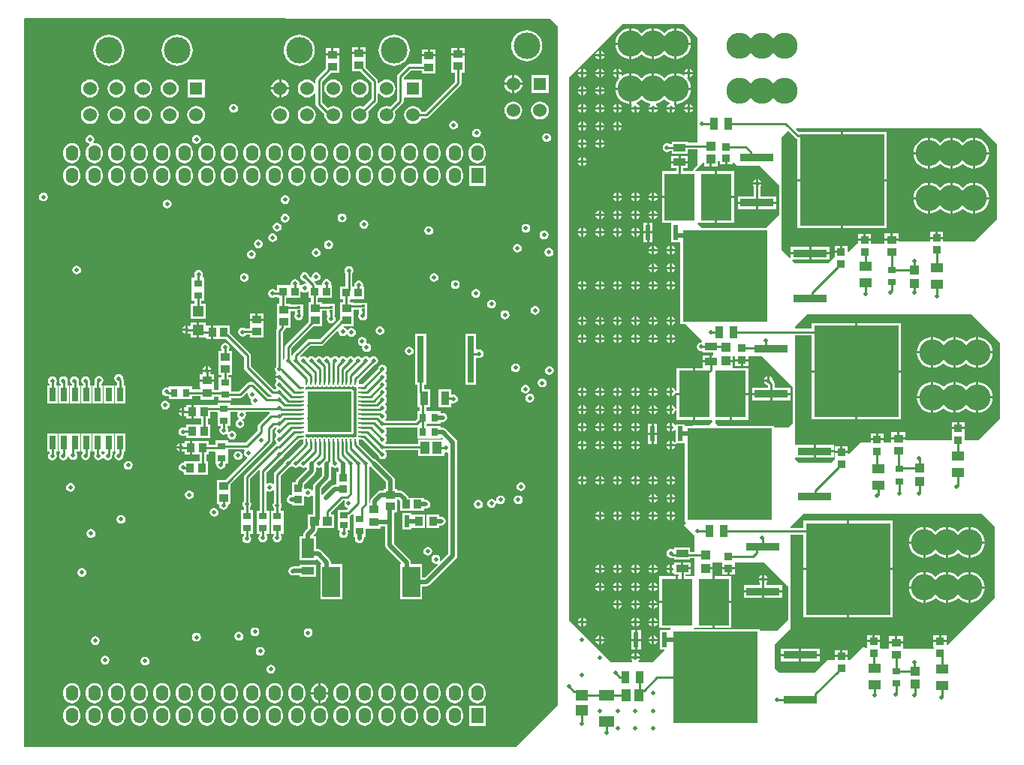
<source format=gtl>
G04*
G04 #@! TF.GenerationSoftware,Altium Limited,Altium Designer,19.1.8 (144)*
G04*
G04 Layer_Physical_Order=1*
G04 Layer_Color=255*
%FSLAX25Y25*%
%MOIN*%
G70*
G01*
G75*
%ADD15R,0.03740X0.03150*%
%ADD16R,0.01772X0.01378*%
%ADD17R,0.04331X0.05315*%
%ADD18R,0.05315X0.03347*%
%ADD19R,0.02559X0.06004*%
%ADD20R,0.03937X0.05315*%
%ADD21R,0.05709X0.04724*%
%ADD22R,0.07087X0.04528*%
%ADD23R,0.13819X0.20984*%
%ADD24R,0.04134X0.03543*%
%ADD25R,0.37795X0.40748*%
%ADD26R,0.15158X0.03543*%
%ADD27R,0.04724X0.04724*%
%ADD28R,0.03347X0.05315*%
%ADD29R,0.02165X0.06693*%
%ADD30R,0.05709X0.04134*%
%ADD31R,0.03740X0.03347*%
%ADD32R,0.03937X0.04134*%
%ADD33R,0.03543X0.02756*%
%ADD34R,0.03543X0.04134*%
G04:AMPARAMS|DCode=35|XSize=9.45mil|YSize=23.62mil|CornerRadius=1.98mil|HoleSize=0mil|Usage=FLASHONLY|Rotation=270.000|XOffset=0mil|YOffset=0mil|HoleType=Round|Shape=RoundedRectangle|*
%AMROUNDEDRECTD35*
21,1,0.00945,0.01965,0,0,270.0*
21,1,0.00548,0.02362,0,0,270.0*
1,1,0.00397,-0.00983,-0.00274*
1,1,0.00397,-0.00983,0.00274*
1,1,0.00397,0.00983,0.00274*
1,1,0.00397,0.00983,-0.00274*
%
%ADD35ROUNDEDRECTD35*%
G04:AMPARAMS|DCode=36|XSize=9.45mil|YSize=23.62mil|CornerRadius=1.98mil|HoleSize=0mil|Usage=FLASHONLY|Rotation=180.000|XOffset=0mil|YOffset=0mil|HoleType=Round|Shape=RoundedRectangle|*
%AMROUNDEDRECTD36*
21,1,0.00945,0.01965,0,0,180.0*
21,1,0.00548,0.02362,0,0,180.0*
1,1,0.00397,-0.00274,0.00983*
1,1,0.00397,0.00274,0.00983*
1,1,0.00397,0.00274,-0.00983*
1,1,0.00397,-0.00274,-0.00983*
%
%ADD36ROUNDEDRECTD36*%
%ADD37R,0.03150X0.03740*%
%ADD38R,0.03740X0.06102*%
%ADD39R,0.02953X0.20866*%
%ADD40R,0.03543X0.03347*%
%ADD41R,0.03543X0.03937*%
%ADD42R,0.03937X0.04331*%
%ADD43R,0.07874X0.13780*%
%ADD44R,0.03937X0.03543*%
%ADD45R,0.02165X0.05315*%
%ADD46R,0.04134X0.03740*%
%ADD47R,0.05512X0.03543*%
%ADD48R,0.05512X0.08661*%
%ADD49R,0.03347X0.02756*%
%ADD50R,0.03347X0.03740*%
G04:AMPARAMS|DCode=95|XSize=195.87mil|YSize=181.1mil|CornerRadius=1.81mil|HoleSize=0mil|Usage=FLASHONLY|Rotation=180.000|XOffset=0mil|YOffset=0mil|HoleType=Round|Shape=RoundedRectangle|*
%AMROUNDEDRECTD95*
21,1,0.19587,0.17748,0,0,180.0*
21,1,0.19224,0.18110,0,0,180.0*
1,1,0.00362,-0.09612,0.08874*
1,1,0.00362,0.09612,0.08874*
1,1,0.00362,0.09612,-0.08874*
1,1,0.00362,-0.09612,-0.08874*
%
%ADD95ROUNDEDRECTD95*%
%ADD96C,0.01000*%
%ADD97C,0.01968*%
%ADD98R,0.05833X0.05833*%
%ADD99C,0.06024*%
%ADD100C,0.11811*%
%ADD101R,0.05500X0.07000*%
%ADD102O,0.05500X0.07000*%
%ADD103C,0.11614*%
%ADD104C,0.01968*%
G36*
X326772Y440945D02*
Y394190D01*
X322500D01*
Y394646D01*
X315295D01*
Y393501D01*
X314555D01*
X314040Y393845D01*
X313287Y393994D01*
X312535Y393845D01*
X311897Y393418D01*
X311470Y392780D01*
X311320Y392028D01*
X311470Y391275D01*
X311897Y390637D01*
X312535Y390210D01*
X313287Y390061D01*
X314040Y390210D01*
X314555Y390554D01*
X315295D01*
Y389409D01*
X322500D01*
Y391243D01*
X326772D01*
Y384237D01*
X325232Y382697D01*
X325141Y382560D01*
X325043Y382429D01*
X325037Y382405D01*
X325023Y382384D01*
X324991Y382223D01*
X324951Y382064D01*
X324949Y382014D01*
X324687Y381665D01*
X324540Y381571D01*
X320371D01*
Y382858D01*
X322555D01*
Y385032D01*
X315240D01*
Y382858D01*
X317424D01*
Y381571D01*
X310988D01*
Y370579D01*
X318898D01*
Y369579D01*
X310988D01*
Y358587D01*
X315197D01*
Y350039D01*
X319158D01*
Y313681D01*
X321161D01*
X328635Y306208D01*
X328740Y306102D01*
X328740Y306102D01*
X328836Y306091D01*
X328903Y305775D01*
X328506Y305400D01*
X328445Y305412D01*
X327692Y305262D01*
X327054Y304836D01*
X326628Y304198D01*
X326478Y303445D01*
X326628Y302692D01*
X327054Y302054D01*
X327692Y301628D01*
X328445Y301478D01*
X328688Y301526D01*
X329075Y301209D01*
Y300827D01*
X333661D01*
Y299622D01*
X333177D01*
Y296949D01*
X332677D01*
Y296449D01*
X329020D01*
Y294276D01*
X328645Y293972D01*
X325815D01*
Y282480D01*
Y270988D01*
X333224D01*
Y270988D01*
X333261Y270976D01*
X333392Y270400D01*
X331693Y268701D01*
X324803D01*
X324421Y268319D01*
X321220D01*
Y269055D01*
X317165D01*
Y268889D01*
X316665Y268737D01*
X316391Y269147D01*
X315735Y269586D01*
X315461Y269640D01*
Y267717D01*
Y265793D01*
X315735Y265848D01*
X316391Y266286D01*
X316665Y266696D01*
X317165Y266545D01*
Y261015D01*
X316665Y260863D01*
X316391Y261273D01*
X315735Y261712D01*
X315461Y261766D01*
Y260343D01*
X317231D01*
X317368Y260472D01*
X321158D01*
Y225681D01*
X321431D01*
X321638Y225181D01*
X320866Y224410D01*
X325613Y219662D01*
Y212379D01*
X323602D01*
Y214118D01*
X316398D01*
Y213576D01*
X315898Y213308D01*
X315713Y213431D01*
X314961Y213581D01*
X314208Y213431D01*
X313570Y213005D01*
X313143Y212367D01*
X312994Y211614D01*
X313143Y210861D01*
X313570Y210223D01*
X314208Y209797D01*
X314961Y209647D01*
X315087Y209672D01*
X315279Y209544D01*
X315843Y209432D01*
X316398D01*
Y208882D01*
X323602D01*
Y209432D01*
X325613D01*
Y201492D01*
X321473D01*
Y202331D01*
X323657D01*
Y204504D01*
X320000D01*
Y205004D01*
X319500D01*
Y207677D01*
X316342D01*
Y206718D01*
X315901Y206482D01*
X315735Y206594D01*
X315461Y206648D01*
Y204725D01*
Y202801D01*
X315735Y202855D01*
X315901Y202967D01*
X316342Y202731D01*
Y202331D01*
X318527D01*
Y201492D01*
X318280D01*
Y190000D01*
X317779D01*
Y189500D01*
X309870D01*
Y178508D01*
X314666D01*
X314857Y178046D01*
X314488Y177677D01*
X314035Y177520D01*
Y177520D01*
X314035Y177520D01*
X309980D01*
Y168937D01*
X311984D01*
X312176Y168475D01*
X307087Y163386D01*
X300738D01*
X300586Y163886D01*
X300643Y163924D01*
X301082Y164580D01*
X301136Y164854D01*
X297289D01*
X297344Y164580D01*
X297782Y163924D01*
X297839Y163886D01*
X297687Y163386D01*
X288386D01*
X269685Y182087D01*
Y423228D01*
X293307Y446850D01*
X320866D01*
X326772Y440945D01*
D02*
G37*
G36*
X340067Y384433D02*
X342437D01*
Y385202D01*
X342937Y385409D01*
X344488Y383858D01*
X354331D01*
X363189Y375000D01*
Y362205D01*
X357303Y356319D01*
X328720D01*
X326923Y358116D01*
X327153Y358593D01*
X327209Y358587D01*
X327229Y358587D01*
X334618D01*
Y370079D01*
Y381571D01*
X327229D01*
X327209Y381571D01*
X326731Y381516D01*
X326709Y381516D01*
X326092D01*
X325913Y382016D01*
X329247Y385349D01*
X329709Y385158D01*
Y383744D01*
X332177D01*
Y386811D01*
X333177D01*
Y383744D01*
X335646D01*
Y385827D01*
X336697D01*
Y384433D01*
X339067D01*
Y387106D01*
X340067D01*
Y384433D01*
D02*
G37*
G36*
X459646Y393701D02*
Y360236D01*
X449803Y350394D01*
X435870D01*
Y351315D01*
X430130D01*
Y350394D01*
X416339D01*
X416082Y350500D01*
X413000D01*
X409933D01*
Y349410D01*
X403870D01*
Y350500D01*
X401000D01*
X398130D01*
Y349410D01*
X397638D01*
X393832Y345604D01*
X393370Y345795D01*
Y348358D01*
X391000D01*
Y345685D01*
X390500D01*
Y345185D01*
X387630D01*
Y343339D01*
X384842Y340551D01*
Y340551D01*
X370079D01*
X368864Y341766D01*
X369055Y342228D01*
X376295D01*
Y344500D01*
X368216D01*
Y343067D01*
X367755Y342875D01*
X364173Y346457D01*
Y396654D01*
X366968Y399448D01*
X370262Y396155D01*
X370740Y395835D01*
X371102Y395763D01*
Y378000D01*
X390500D01*
Y398874D01*
X371709D01*
X370455Y400129D01*
X370646Y400591D01*
X452756D01*
X459646Y393701D01*
D02*
G37*
G36*
X369094Y285433D02*
Y269685D01*
X367126Y267717D01*
X360842D01*
Y268319D01*
X336012D01*
X334646Y269685D01*
Y270988D01*
X341035D01*
Y282480D01*
X341535D01*
Y282980D01*
X349445D01*
Y293972D01*
X342951D01*
X342535Y294177D01*
Y296744D01*
X339567D01*
Y297744D01*
X342535D01*
Y299213D01*
X343587D01*
Y298039D01*
X346457D01*
X349327D01*
Y299213D01*
X355315D01*
X369094Y285433D01*
D02*
G37*
G36*
X461146Y305201D02*
Y271736D01*
X451303Y261894D01*
X445315D01*
Y264165D01*
X445370Y264642D01*
X445370Y265095D01*
Y266815D01*
X439630D01*
Y265095D01*
X439630Y264642D01*
X439685Y264165D01*
Y261894D01*
X419067D01*
Y262158D01*
X416000D01*
X412933D01*
Y260910D01*
X409370D01*
Y261815D01*
X406500D01*
X403630D01*
Y260910D01*
X399138D01*
X394080Y255852D01*
X393618Y256043D01*
Y256095D01*
X387878D01*
Y253921D01*
X387878Y253921D01*
X387878D01*
X387878Y253921D01*
X387761Y253470D01*
X386343Y252051D01*
X371579D01*
X370079Y253551D01*
Y253785D01*
X370217Y254228D01*
X370579Y254228D01*
X378295D01*
Y257000D01*
Y259772D01*
X370579D01*
X370217Y259772D01*
X370079Y260215D01*
Y308566D01*
X377488D01*
Y293000D01*
X396886D01*
Y313874D01*
X377488D01*
Y311513D01*
X370079D01*
Y312559D01*
X375433Y317913D01*
X448433D01*
X461146Y305201D01*
D02*
G37*
G36*
X367126Y196850D02*
Y182087D01*
X362205Y177165D01*
X354488D01*
Y177815D01*
X325281D01*
X325071Y178063D01*
X325291Y178563D01*
X325613Y178563D01*
X326091Y178508D01*
X326111Y178508D01*
X333500D01*
Y190000D01*
Y201836D01*
X333469Y201933D01*
X333469Y201992D01*
Y204500D01*
X330500D01*
Y205500D01*
X333469D01*
Y207677D01*
X337132D01*
X337630Y207673D01*
X337630Y207177D01*
Y205500D01*
X340500D01*
X343370D01*
X343370Y207673D01*
X343868Y207677D01*
X356299D01*
X367126Y196850D01*
D02*
G37*
G36*
X458661Y223425D02*
Y191929D01*
X437816Y171084D01*
X437354Y171275D01*
Y172173D01*
X431614D01*
Y170000D01*
X431669Y169976D01*
Y169291D01*
X418051D01*
Y171516D01*
X414984D01*
X411917D01*
Y169291D01*
X408199D01*
X407830Y169791D01*
X407854Y170000D01*
X407854Y170454D01*
Y172173D01*
X404984D01*
X402114D01*
Y170454D01*
X402114Y170000D01*
X402138Y169791D01*
X401965Y169556D01*
X401349Y169517D01*
X400591Y170276D01*
X394685Y164370D01*
X393618D01*
Y165543D01*
X387878D01*
Y164370D01*
X384842D01*
X378937Y158465D01*
X363189D01*
X361221Y160433D01*
Y171260D01*
X368110Y178150D01*
Y219984D01*
X373803D01*
Y205224D01*
X393201D01*
Y226098D01*
X373803D01*
Y222930D01*
X368122D01*
X368115Y223430D01*
X374016Y229331D01*
X452756D01*
X458661Y223425D01*
D02*
G37*
G36*
X261122Y449311D02*
X264665Y445768D01*
Y144390D01*
X245965Y125689D01*
X27953D01*
Y449154D01*
X28306Y449508D01*
X261122Y449311D01*
D02*
G37*
%LPC*%
G36*
X317587Y444940D02*
Y438650D01*
X323877D01*
X323795Y439484D01*
X323406Y440767D01*
X322774Y441950D01*
X321923Y442986D01*
X320887Y443837D01*
X319704Y444469D01*
X318421Y444858D01*
X317587Y444940D01*
D02*
G37*
G36*
X296587Y444940D02*
X295752Y444858D01*
X294469Y444469D01*
X293286Y443837D01*
X292250Y442986D01*
X291399Y441950D01*
X290767Y440767D01*
X290378Y439484D01*
X290296Y438650D01*
X296587D01*
Y444940D01*
D02*
G37*
G36*
X283965Y434995D02*
Y433571D01*
X285388D01*
X285334Y433845D01*
X284895Y434502D01*
X284239Y434940D01*
X283965Y434995D01*
D02*
G37*
G36*
X282965D02*
X282691Y434940D01*
X282034Y434502D01*
X281596Y433845D01*
X281541Y433571D01*
X282965D01*
Y434995D01*
D02*
G37*
G36*
X307587Y444940D02*
Y438150D01*
Y431359D01*
X308421Y431441D01*
X309704Y431830D01*
X310887Y432462D01*
X311732Y433156D01*
X312087Y433263D01*
X312441Y433156D01*
X313286Y432462D01*
X314469Y431830D01*
X315752Y431441D01*
X316587Y431359D01*
Y438150D01*
Y444940D01*
X315752Y444858D01*
X314469Y444469D01*
X313286Y443837D01*
X312441Y443143D01*
X312087Y443036D01*
X311732Y443143D01*
X310887Y443837D01*
X309704Y444469D01*
X308421Y444858D01*
X307587Y444940D01*
D02*
G37*
G36*
X297587D02*
Y438150D01*
Y431359D01*
X298421Y431441D01*
X299704Y431830D01*
X300887Y432462D01*
X301923Y433313D01*
X302250D01*
X303287Y432462D01*
X304469Y431830D01*
X305752Y431441D01*
X306587Y431359D01*
Y438150D01*
Y444940D01*
X305752Y444858D01*
X304469Y444469D01*
X303287Y443837D01*
X302250Y442986D01*
X301923D01*
X300887Y443837D01*
X299704Y444469D01*
X298421Y444858D01*
X297587Y444940D01*
D02*
G37*
G36*
X296587Y437650D02*
X290296D01*
X290378Y436815D01*
X290767Y435532D01*
X291399Y434349D01*
X292250Y433313D01*
X293286Y432462D01*
X294469Y431830D01*
X295752Y431441D01*
X296587Y431359D01*
Y437650D01*
D02*
G37*
G36*
X323877D02*
X317587D01*
Y431359D01*
X318421Y431441D01*
X319704Y431830D01*
X320887Y432462D01*
X321923Y433313D01*
X322774Y434349D01*
X323406Y435532D01*
X323795Y436815D01*
X323877Y437650D01*
D02*
G37*
G36*
X285388Y432571D02*
X283965D01*
Y431147D01*
X284239Y431202D01*
X284895Y431640D01*
X285334Y432297D01*
X285388Y432571D01*
D02*
G37*
G36*
X282965D02*
X281541D01*
X281596Y432297D01*
X282034Y431640D01*
X282691Y431202D01*
X282965Y431147D01*
Y432571D01*
D02*
G37*
G36*
X323335Y427121D02*
Y425697D01*
X324759D01*
X324704Y425971D01*
X324265Y426628D01*
X323609Y427066D01*
X323335Y427121D01*
D02*
G37*
G36*
X322335D02*
X322061Y427066D01*
X321404Y426628D01*
X320966Y425971D01*
X320911Y425697D01*
X322335D01*
Y427121D01*
D02*
G37*
G36*
X291839D02*
Y425697D01*
X293262D01*
X293208Y425971D01*
X292769Y426628D01*
X292113Y427066D01*
X291839Y427121D01*
D02*
G37*
G36*
X290839D02*
X290564Y427066D01*
X289908Y426628D01*
X289470Y425971D01*
X289415Y425697D01*
X290839D01*
Y427121D01*
D02*
G37*
G36*
X283965D02*
Y425697D01*
X285388D01*
X285334Y425971D01*
X284895Y426628D01*
X284239Y427066D01*
X283965Y427121D01*
D02*
G37*
G36*
X282965D02*
X282691Y427066D01*
X282034Y426628D01*
X281596Y425971D01*
X281541Y425697D01*
X282965D01*
Y427121D01*
D02*
G37*
G36*
X276091D02*
Y425697D01*
X277514D01*
X277460Y425971D01*
X277021Y426628D01*
X276365Y427066D01*
X276091Y427121D01*
D02*
G37*
G36*
X275091D02*
X274816Y427066D01*
X274160Y426628D01*
X273722Y425971D01*
X273667Y425697D01*
X275091D01*
Y427121D01*
D02*
G37*
G36*
X296587Y424940D02*
X295752Y424858D01*
X294469Y424469D01*
X293491Y423946D01*
X293144Y424328D01*
X293208Y424423D01*
X293262Y424697D01*
X291839D01*
Y423273D01*
X291839Y423273D01*
X292112Y422818D01*
X291399Y421950D01*
X290767Y420767D01*
X290378Y419484D01*
X290296Y418650D01*
X296587D01*
Y424940D01*
D02*
G37*
G36*
X317587Y424940D02*
Y418650D01*
X323877D01*
X323795Y419484D01*
X323406Y420767D01*
X322774Y421950D01*
X322061Y422818D01*
X322334Y423274D01*
X322335Y423273D01*
Y424697D01*
X320911D01*
X320966Y424423D01*
X321029Y424328D01*
X320683Y423946D01*
X319704Y424469D01*
X318421Y424858D01*
X317587Y424940D01*
D02*
G37*
G36*
X324759Y424697D02*
X323335D01*
Y423273D01*
X323609Y423328D01*
X324265Y423767D01*
X324704Y424423D01*
X324759Y424697D01*
D02*
G37*
G36*
X290839D02*
X289415D01*
X289470Y424423D01*
X289908Y423767D01*
X290564Y423328D01*
X290839Y423273D01*
Y424697D01*
D02*
G37*
G36*
X285388D02*
X283965D01*
Y423273D01*
X284239Y423328D01*
X284895Y423767D01*
X285334Y424423D01*
X285388Y424697D01*
D02*
G37*
G36*
X282965D02*
X281541D01*
X281596Y424423D01*
X282034Y423767D01*
X282691Y423328D01*
X282965Y423273D01*
Y424697D01*
D02*
G37*
G36*
X277514D02*
X276091D01*
Y423273D01*
X276365Y423328D01*
X277021Y423767D01*
X277460Y424423D01*
X277514Y424697D01*
D02*
G37*
G36*
X275091D02*
X273667D01*
X273722Y424423D01*
X274160Y423767D01*
X274816Y423328D01*
X275091Y423273D01*
Y424697D01*
D02*
G37*
G36*
X307587Y424940D02*
Y418150D01*
X306587D01*
Y424940D01*
X305752Y424858D01*
X304469Y424469D01*
X303287Y423837D01*
X302250Y422986D01*
X301923D01*
X300887Y423837D01*
X299704Y424469D01*
X298421Y424858D01*
X297587Y424940D01*
Y418150D01*
Y411359D01*
X297602Y411360D01*
X297775Y410900D01*
X297779Y410875D01*
X297344Y410223D01*
X297289Y409949D01*
X301136D01*
X301082Y410223D01*
X300643Y410880D01*
X299987Y411318D01*
X299837Y411348D01*
X299757Y411639D01*
X299778Y411870D01*
X300887Y412462D01*
X301923Y413313D01*
X302250D01*
X303287Y412462D01*
X304469Y411830D01*
X305645Y411474D01*
X305749Y411166D01*
X305746Y410939D01*
X305656Y410880D01*
X305218Y410223D01*
X305163Y409949D01*
X309010D01*
X308956Y410223D01*
X308517Y410880D01*
X308428Y410939D01*
X308425Y411166D01*
X308528Y411474D01*
X309704Y411830D01*
X310887Y412462D01*
X311732Y413156D01*
X312087Y413264D01*
X312441Y413156D01*
X313286Y412462D01*
X314396Y411869D01*
X314417Y411639D01*
X314336Y411348D01*
X314187Y411318D01*
X313530Y410880D01*
X313092Y410223D01*
X313037Y409949D01*
X316884D01*
X316830Y410223D01*
X316394Y410875D01*
X316399Y410900D01*
X316572Y411360D01*
X316587Y411359D01*
Y418150D01*
Y424940D01*
X315752Y424858D01*
X314469Y424469D01*
X313286Y423837D01*
X312441Y423143D01*
X312087Y423036D01*
X311732Y423143D01*
X310887Y423837D01*
X309704Y424469D01*
X308421Y424858D01*
X307587Y424940D01*
D02*
G37*
G36*
X283965Y419247D02*
Y417823D01*
X285388D01*
X285334Y418097D01*
X284895Y418754D01*
X284239Y419192D01*
X283965Y419247D01*
D02*
G37*
G36*
X282965D02*
X282691Y419192D01*
X282034Y418754D01*
X281596Y418097D01*
X281541Y417823D01*
X282965D01*
Y419247D01*
D02*
G37*
G36*
X276091D02*
Y417823D01*
X277514D01*
X277460Y418097D01*
X277021Y418754D01*
X276365Y419192D01*
X276091Y419247D01*
D02*
G37*
G36*
X275091D02*
X274816Y419192D01*
X274160Y418754D01*
X273722Y418097D01*
X273667Y417823D01*
X275091D01*
Y419247D01*
D02*
G37*
G36*
X285388Y416823D02*
X283965D01*
Y415399D01*
X284239Y415454D01*
X284895Y415893D01*
X285334Y416549D01*
X285388Y416823D01*
D02*
G37*
G36*
X282965D02*
X281541D01*
X281596Y416549D01*
X282034Y415893D01*
X282691Y415454D01*
X282965Y415399D01*
Y416823D01*
D02*
G37*
G36*
X277514D02*
X276091D01*
Y415399D01*
X276365Y415454D01*
X277021Y415893D01*
X277460Y416549D01*
X277514Y416823D01*
D02*
G37*
G36*
X275091D02*
X273667D01*
X273722Y416549D01*
X274160Y415893D01*
X274816Y415454D01*
X275091Y415399D01*
Y416823D01*
D02*
G37*
G36*
X296587Y417650D02*
X290296D01*
X290378Y416815D01*
X290767Y415532D01*
X291399Y414350D01*
X292250Y413313D01*
X293286Y412462D01*
X294469Y411830D01*
X295752Y411441D01*
X296587Y411359D01*
Y417650D01*
D02*
G37*
G36*
X323877D02*
X317587D01*
Y411359D01*
X318421Y411441D01*
X319704Y411830D01*
X320887Y412462D01*
X321923Y413313D01*
X322774Y414350D01*
X323406Y415532D01*
X323795Y416815D01*
X323877Y417650D01*
D02*
G37*
G36*
X323335Y411373D02*
Y409949D01*
X324759D01*
X324704Y410223D01*
X324265Y410880D01*
X323609Y411318D01*
X323335Y411373D01*
D02*
G37*
G36*
X322335D02*
X322061Y411318D01*
X321404Y410880D01*
X320966Y410223D01*
X320911Y409949D01*
X322335D01*
Y411373D01*
D02*
G37*
G36*
X291839D02*
Y409949D01*
X293262D01*
X293208Y410223D01*
X292769Y410880D01*
X292113Y411318D01*
X291839Y411373D01*
D02*
G37*
G36*
X290839D02*
X290564Y411318D01*
X289908Y410880D01*
X289470Y410223D01*
X289415Y409949D01*
X290839D01*
Y411373D01*
D02*
G37*
G36*
X283965D02*
Y409949D01*
X285388D01*
X285334Y410223D01*
X284895Y410880D01*
X284239Y411318D01*
X283965Y411373D01*
D02*
G37*
G36*
X282965D02*
X282691Y411318D01*
X282034Y410880D01*
X281596Y410223D01*
X281541Y409949D01*
X282965D01*
Y411373D01*
D02*
G37*
G36*
X276091D02*
Y409949D01*
X277514D01*
X277460Y410223D01*
X277021Y410880D01*
X276365Y411318D01*
X276091Y411373D01*
D02*
G37*
G36*
X275091D02*
X274816Y411318D01*
X274160Y410880D01*
X273722Y410223D01*
X273667Y409949D01*
X275091D01*
Y411373D01*
D02*
G37*
G36*
X324759Y408949D02*
X323335D01*
Y407525D01*
X323609Y407580D01*
X324265Y408018D01*
X324704Y408675D01*
X324759Y408949D01*
D02*
G37*
G36*
X322335D02*
X320911D01*
X320966Y408675D01*
X321404Y408018D01*
X322061Y407580D01*
X322335Y407525D01*
Y408949D01*
D02*
G37*
G36*
X316884D02*
X315461D01*
Y407525D01*
X315735Y407580D01*
X316391Y408018D01*
X316830Y408675D01*
X316884Y408949D01*
D02*
G37*
G36*
X314461D02*
X313037D01*
X313092Y408675D01*
X313530Y408018D01*
X314187Y407580D01*
X314461Y407525D01*
Y408949D01*
D02*
G37*
G36*
X309010D02*
X307587D01*
Y407525D01*
X307861Y407580D01*
X308517Y408018D01*
X308956Y408675D01*
X309010Y408949D01*
D02*
G37*
G36*
X306587D02*
X305163D01*
X305218Y408675D01*
X305656Y408018D01*
X306313Y407580D01*
X306587Y407525D01*
Y408949D01*
D02*
G37*
G36*
X301136D02*
X299713D01*
Y407525D01*
X299987Y407580D01*
X300643Y408018D01*
X301082Y408675D01*
X301136Y408949D01*
D02*
G37*
G36*
X298713D02*
X297289D01*
X297344Y408675D01*
X297782Y408018D01*
X298439Y407580D01*
X298713Y407525D01*
Y408949D01*
D02*
G37*
G36*
X293262D02*
X291839D01*
Y407525D01*
X292113Y407580D01*
X292769Y408018D01*
X293208Y408675D01*
X293262Y408949D01*
D02*
G37*
G36*
X290839D02*
X289415D01*
X289470Y408675D01*
X289908Y408018D01*
X290564Y407580D01*
X290839Y407525D01*
Y408949D01*
D02*
G37*
G36*
X285388D02*
X283965D01*
Y407525D01*
X284239Y407580D01*
X284895Y408018D01*
X285334Y408675D01*
X285388Y408949D01*
D02*
G37*
G36*
X282965D02*
X281541D01*
X281596Y408675D01*
X282034Y408018D01*
X282691Y407580D01*
X282965Y407525D01*
Y408949D01*
D02*
G37*
G36*
X277514D02*
X276091D01*
Y407525D01*
X276365Y407580D01*
X277021Y408018D01*
X277460Y408675D01*
X277514Y408949D01*
D02*
G37*
G36*
X275091D02*
X273667D01*
X273722Y408675D01*
X274160Y408018D01*
X274816Y407580D01*
X275091Y407525D01*
Y408949D01*
D02*
G37*
G36*
X291839Y403499D02*
Y402075D01*
X293262D01*
X293208Y402349D01*
X292769Y403006D01*
X292113Y403444D01*
X291839Y403499D01*
D02*
G37*
G36*
X290839D02*
X290564Y403444D01*
X289908Y403006D01*
X289470Y402349D01*
X289415Y402075D01*
X290839D01*
Y403499D01*
D02*
G37*
G36*
X283965D02*
Y402075D01*
X285388D01*
X285334Y402349D01*
X284895Y403006D01*
X284239Y403444D01*
X283965Y403499D01*
D02*
G37*
G36*
X282965D02*
X282691Y403444D01*
X282034Y403006D01*
X281596Y402349D01*
X281541Y402075D01*
X282965D01*
Y403499D01*
D02*
G37*
G36*
X276091D02*
Y402075D01*
X277514D01*
X277460Y402349D01*
X277021Y403006D01*
X276365Y403444D01*
X276091Y403499D01*
D02*
G37*
G36*
X275091D02*
X274816Y403444D01*
X274160Y403006D01*
X273722Y402349D01*
X273667Y402075D01*
X275091D01*
Y403499D01*
D02*
G37*
G36*
X293262Y401075D02*
X291839D01*
Y399651D01*
X292113Y399706D01*
X292769Y400144D01*
X293208Y400801D01*
X293262Y401075D01*
D02*
G37*
G36*
X290839D02*
X289415D01*
X289470Y400801D01*
X289908Y400144D01*
X290564Y399706D01*
X290839Y399651D01*
Y401075D01*
D02*
G37*
G36*
X285388D02*
X283965D01*
Y399651D01*
X284239Y399706D01*
X284895Y400144D01*
X285334Y400801D01*
X285388Y401075D01*
D02*
G37*
G36*
X282965D02*
X281541D01*
X281596Y400801D01*
X282034Y400144D01*
X282691Y399706D01*
X282965Y399651D01*
Y401075D01*
D02*
G37*
G36*
X277514D02*
X276091D01*
Y399651D01*
X276365Y399706D01*
X277021Y400144D01*
X277460Y400801D01*
X277514Y401075D01*
D02*
G37*
G36*
X275091D02*
X273667D01*
X273722Y400801D01*
X274160Y400144D01*
X274816Y399706D01*
X275091Y399651D01*
Y401075D01*
D02*
G37*
G36*
X283965Y395625D02*
Y394201D01*
X285388D01*
X285334Y394475D01*
X284895Y395132D01*
X284239Y395570D01*
X283965Y395625D01*
D02*
G37*
G36*
X282965D02*
X282691Y395570D01*
X282034Y395132D01*
X281596Y394475D01*
X281541Y394201D01*
X282965D01*
Y395625D01*
D02*
G37*
G36*
X276091D02*
Y394201D01*
X277514D01*
X277460Y394475D01*
X277021Y395132D01*
X276365Y395570D01*
X276091Y395625D01*
D02*
G37*
G36*
X275091D02*
X274816Y395570D01*
X274160Y395132D01*
X273722Y394475D01*
X273667Y394201D01*
X275091D01*
Y395625D01*
D02*
G37*
G36*
X285388Y393201D02*
X283965D01*
Y391777D01*
X284239Y391832D01*
X284895Y392270D01*
X285334Y392927D01*
X285388Y393201D01*
D02*
G37*
G36*
X282965D02*
X281541D01*
X281596Y392927D01*
X282034Y392270D01*
X282691Y391832D01*
X282965Y391777D01*
Y393201D01*
D02*
G37*
G36*
X277514D02*
X276091D01*
Y391777D01*
X276365Y391832D01*
X277021Y392270D01*
X277460Y392927D01*
X277514Y393201D01*
D02*
G37*
G36*
X275091D02*
X273667D01*
X273722Y392927D01*
X274160Y392270D01*
X274816Y391832D01*
X275091Y391777D01*
Y393201D01*
D02*
G37*
G36*
X276091Y387751D02*
Y386327D01*
X277514D01*
X277460Y386601D01*
X277021Y387258D01*
X276365Y387696D01*
X276091Y387751D01*
D02*
G37*
G36*
X275091D02*
X274816Y387696D01*
X274160Y387258D01*
X273722Y386601D01*
X273667Y386327D01*
X275091D01*
Y387751D01*
D02*
G37*
G36*
X322555Y388205D02*
X319398D01*
Y386032D01*
X322555D01*
Y388205D01*
D02*
G37*
G36*
X318398D02*
X315240D01*
Y386032D01*
X318398D01*
Y388205D01*
D02*
G37*
G36*
X277514Y385327D02*
X276091D01*
Y383903D01*
X276365Y383958D01*
X277021Y384396D01*
X277460Y385053D01*
X277514Y385327D01*
D02*
G37*
G36*
X275091D02*
X273667D01*
X273722Y385053D01*
X274160Y384396D01*
X274816Y383958D01*
X275091Y383903D01*
Y385327D01*
D02*
G37*
G36*
X307587Y372003D02*
Y370579D01*
X309010D01*
X308956Y370853D01*
X308517Y371510D01*
X307861Y371948D01*
X307587Y372003D01*
D02*
G37*
G36*
X306587D02*
X306313Y371948D01*
X305656Y371510D01*
X305218Y370853D01*
X305163Y370579D01*
X306587D01*
Y372003D01*
D02*
G37*
G36*
X299713D02*
Y370579D01*
X301136D01*
X301082Y370853D01*
X300643Y371510D01*
X299987Y371948D01*
X299713Y372003D01*
D02*
G37*
G36*
X298713D02*
X298439Y371948D01*
X297782Y371510D01*
X297344Y370853D01*
X297289Y370579D01*
X298713D01*
Y372003D01*
D02*
G37*
G36*
X291839D02*
Y370579D01*
X293262D01*
X293208Y370853D01*
X292769Y371510D01*
X292113Y371948D01*
X291839Y372003D01*
D02*
G37*
G36*
X290839D02*
X290564Y371948D01*
X289908Y371510D01*
X289470Y370853D01*
X289415Y370579D01*
X290839D01*
Y372003D01*
D02*
G37*
G36*
X309010Y369579D02*
X307587D01*
Y368155D01*
X307861Y368210D01*
X308517Y368648D01*
X308956Y369305D01*
X309010Y369579D01*
D02*
G37*
G36*
X306587D02*
X305163D01*
X305218Y369305D01*
X305656Y368648D01*
X306313Y368210D01*
X306587Y368155D01*
Y369579D01*
D02*
G37*
G36*
X301136D02*
X299713D01*
Y368155D01*
X299987Y368210D01*
X300643Y368648D01*
X301082Y369305D01*
X301136Y369579D01*
D02*
G37*
G36*
X298713D02*
X297289D01*
X297344Y369305D01*
X297782Y368648D01*
X298439Y368210D01*
X298713Y368155D01*
Y369579D01*
D02*
G37*
G36*
X293262D02*
X291839D01*
Y368155D01*
X292113Y368210D01*
X292769Y368648D01*
X293208Y369305D01*
X293262Y369579D01*
D02*
G37*
G36*
X290839D02*
X289415D01*
X289470Y369305D01*
X289908Y368648D01*
X290564Y368210D01*
X290839Y368155D01*
Y369579D01*
D02*
G37*
G36*
X307587Y364129D02*
Y362705D01*
X309010D01*
X308956Y362979D01*
X308517Y363635D01*
X307861Y364074D01*
X307587Y364129D01*
D02*
G37*
G36*
X306587D02*
X306313Y364074D01*
X305656Y363635D01*
X305218Y362979D01*
X305163Y362705D01*
X306587D01*
Y364129D01*
D02*
G37*
G36*
X299713D02*
Y362705D01*
X301136D01*
X301082Y362979D01*
X300643Y363635D01*
X299987Y364074D01*
X299713Y364129D01*
D02*
G37*
G36*
X298713D02*
X298439Y364074D01*
X297782Y363635D01*
X297344Y362979D01*
X297289Y362705D01*
X298713D01*
Y364129D01*
D02*
G37*
G36*
X291839D02*
Y362705D01*
X293262D01*
X293208Y362979D01*
X292769Y363635D01*
X292113Y364074D01*
X291839Y364129D01*
D02*
G37*
G36*
X290839D02*
X290564Y364074D01*
X289908Y363635D01*
X289470Y362979D01*
X289415Y362705D01*
X290839D01*
Y364129D01*
D02*
G37*
G36*
X283965D02*
Y362705D01*
X285388D01*
X285334Y362979D01*
X284895Y363635D01*
X284239Y364074D01*
X283965Y364129D01*
D02*
G37*
G36*
X282965D02*
X282691Y364074D01*
X282034Y363635D01*
X281596Y362979D01*
X281541Y362705D01*
X282965D01*
Y364129D01*
D02*
G37*
G36*
X309010Y361705D02*
X307587D01*
Y360281D01*
X307861Y360336D01*
X308517Y360774D01*
X308956Y361431D01*
X309010Y361705D01*
D02*
G37*
G36*
X306587D02*
X305163D01*
X305218Y361431D01*
X305656Y360774D01*
X306313Y360336D01*
X306587Y360281D01*
Y361705D01*
D02*
G37*
G36*
X301136D02*
X299713D01*
Y360281D01*
X299987Y360336D01*
X300643Y360774D01*
X301082Y361431D01*
X301136Y361705D01*
D02*
G37*
G36*
X298713D02*
X297289D01*
X297344Y361431D01*
X297782Y360774D01*
X298439Y360336D01*
X298713Y360281D01*
Y361705D01*
D02*
G37*
G36*
X293262D02*
X291839D01*
Y360281D01*
X292113Y360336D01*
X292769Y360774D01*
X293208Y361431D01*
X293262Y361705D01*
D02*
G37*
G36*
X290839D02*
X289415D01*
X289470Y361431D01*
X289908Y360774D01*
X290564Y360336D01*
X290839Y360281D01*
Y361705D01*
D02*
G37*
G36*
X285388D02*
X283965D01*
Y360281D01*
X284239Y360336D01*
X284895Y360774D01*
X285334Y361431D01*
X285388Y361705D01*
D02*
G37*
G36*
X282965D02*
X281541D01*
X281596Y361431D01*
X282034Y360774D01*
X282691Y360336D01*
X282965Y360281D01*
Y361705D01*
D02*
G37*
G36*
X299713Y356255D02*
Y354831D01*
X301136D01*
X301082Y355105D01*
X300643Y355762D01*
X299987Y356200D01*
X299713Y356255D01*
D02*
G37*
G36*
X298713D02*
X298439Y356200D01*
X297782Y355762D01*
X297344Y355105D01*
X297289Y354831D01*
X298713D01*
Y356255D01*
D02*
G37*
G36*
X291839D02*
Y354831D01*
X293262D01*
X293208Y355105D01*
X292769Y355762D01*
X292113Y356200D01*
X291839Y356255D01*
D02*
G37*
G36*
X290839D02*
X290564Y356200D01*
X289908Y355762D01*
X289470Y355105D01*
X289415Y354831D01*
X290839D01*
Y356255D01*
D02*
G37*
G36*
X283965D02*
Y354831D01*
X285388D01*
X285334Y355105D01*
X284895Y355762D01*
X284239Y356200D01*
X283965Y356255D01*
D02*
G37*
G36*
X282965D02*
X282691Y356200D01*
X282034Y355762D01*
X281596Y355105D01*
X281541Y354831D01*
X282965D01*
Y356255D01*
D02*
G37*
G36*
X276091D02*
Y354831D01*
X277514D01*
X277460Y355105D01*
X277021Y355762D01*
X276365Y356200D01*
X276091Y356255D01*
D02*
G37*
G36*
X275091D02*
X274816Y356200D01*
X274160Y355762D01*
X273722Y355105D01*
X273667Y354831D01*
X275091D01*
Y356255D01*
D02*
G37*
G36*
X306906Y358677D02*
X305323D01*
Y354831D01*
X306906D01*
Y358677D01*
D02*
G37*
G36*
X304323D02*
X302740D01*
Y354831D01*
X304323D01*
Y358677D01*
D02*
G37*
G36*
X301136Y353831D02*
X299713D01*
Y352407D01*
X299987Y352462D01*
X300643Y352900D01*
X301082Y353557D01*
X301136Y353831D01*
D02*
G37*
G36*
X298713D02*
X297289D01*
X297344Y353557D01*
X297782Y352900D01*
X298439Y352462D01*
X298713Y352407D01*
Y353831D01*
D02*
G37*
G36*
X293262D02*
X291839D01*
Y352407D01*
X292113Y352462D01*
X292769Y352900D01*
X293208Y353557D01*
X293262Y353831D01*
D02*
G37*
G36*
X290839D02*
X289415D01*
X289470Y353557D01*
X289908Y352900D01*
X290564Y352462D01*
X290839Y352407D01*
Y353831D01*
D02*
G37*
G36*
X285388D02*
X283965D01*
Y352407D01*
X284239Y352462D01*
X284895Y352900D01*
X285334Y353557D01*
X285388Y353831D01*
D02*
G37*
G36*
X282965D02*
X281541D01*
X281596Y353557D01*
X282034Y352900D01*
X282691Y352462D01*
X282965Y352407D01*
Y353831D01*
D02*
G37*
G36*
X277514D02*
X276091D01*
Y352407D01*
X276365Y352462D01*
X277021Y352900D01*
X277460Y353557D01*
X277514Y353831D01*
D02*
G37*
G36*
X275091D02*
X273667D01*
X273722Y353557D01*
X274160Y352900D01*
X274816Y352462D01*
X275091Y352407D01*
Y353831D01*
D02*
G37*
G36*
X306906Y353831D02*
X305323D01*
Y349984D01*
X306906D01*
Y353831D01*
D02*
G37*
G36*
X304323D02*
X302740D01*
Y349984D01*
X304323D01*
Y353831D01*
D02*
G37*
G36*
X315461Y348380D02*
Y346957D01*
X316884D01*
X316830Y347231D01*
X316391Y347887D01*
X315735Y348326D01*
X315461Y348380D01*
D02*
G37*
G36*
X314461D02*
X314187Y348326D01*
X313530Y347887D01*
X313092Y347231D01*
X313037Y346957D01*
X314461D01*
Y348380D01*
D02*
G37*
G36*
X307587D02*
Y346957D01*
X309010D01*
X308956Y347231D01*
X308517Y347887D01*
X307861Y348326D01*
X307587Y348380D01*
D02*
G37*
G36*
X306587D02*
X306313Y348326D01*
X305656Y347887D01*
X305218Y347231D01*
X305163Y346957D01*
X306587D01*
Y348380D01*
D02*
G37*
G36*
X316884Y345957D02*
X315461D01*
Y344533D01*
X315735Y344588D01*
X316391Y345026D01*
X316830Y345683D01*
X316884Y345957D01*
D02*
G37*
G36*
X314461D02*
X313037D01*
X313092Y345683D01*
X313530Y345026D01*
X314187Y344588D01*
X314461Y344533D01*
Y345957D01*
D02*
G37*
G36*
X309010D02*
X307587D01*
Y344533D01*
X307861Y344588D01*
X308517Y345026D01*
X308956Y345683D01*
X309010Y345957D01*
D02*
G37*
G36*
X306587D02*
X305163D01*
X305218Y345683D01*
X305656Y345026D01*
X306313Y344588D01*
X306587Y344533D01*
Y345957D01*
D02*
G37*
G36*
X315461Y340507D02*
Y339083D01*
X316884D01*
X316830Y339357D01*
X316391Y340013D01*
X315735Y340452D01*
X315461Y340507D01*
D02*
G37*
G36*
X314461D02*
X314187Y340452D01*
X313530Y340013D01*
X313092Y339357D01*
X313037Y339083D01*
X314461D01*
Y340507D01*
D02*
G37*
G36*
X307587D02*
Y339083D01*
X309010D01*
X308956Y339357D01*
X308517Y340013D01*
X307861Y340452D01*
X307587Y340507D01*
D02*
G37*
G36*
X306587D02*
X306313Y340452D01*
X305656Y340013D01*
X305218Y339357D01*
X305163Y339083D01*
X306587D01*
Y340507D01*
D02*
G37*
G36*
X316884Y338083D02*
X315461D01*
Y336659D01*
X315735Y336714D01*
X316391Y337152D01*
X316830Y337809D01*
X316884Y338083D01*
D02*
G37*
G36*
X314461D02*
X313037D01*
X313092Y337809D01*
X313530Y337152D01*
X314187Y336714D01*
X314461Y336659D01*
Y338083D01*
D02*
G37*
G36*
X309010D02*
X307587D01*
Y336659D01*
X307861Y336714D01*
X308517Y337152D01*
X308956Y337809D01*
X309010Y338083D01*
D02*
G37*
G36*
X306587D02*
X305163D01*
X305218Y337809D01*
X305656Y337152D01*
X306313Y336714D01*
X306587Y336659D01*
Y338083D01*
D02*
G37*
G36*
X315461Y332632D02*
Y331209D01*
X316884D01*
X316830Y331483D01*
X316391Y332139D01*
X315735Y332578D01*
X315461Y332632D01*
D02*
G37*
G36*
X314461D02*
X314187Y332578D01*
X313530Y332139D01*
X313092Y331483D01*
X313037Y331209D01*
X314461D01*
Y332632D01*
D02*
G37*
G36*
X307587D02*
Y331209D01*
X309010D01*
X308956Y331483D01*
X308517Y332139D01*
X307861Y332578D01*
X307587Y332632D01*
D02*
G37*
G36*
X306587D02*
X306313Y332578D01*
X305656Y332139D01*
X305218Y331483D01*
X305163Y331209D01*
X306587D01*
Y332632D01*
D02*
G37*
G36*
X299713D02*
Y331209D01*
X301136D01*
X301082Y331483D01*
X300643Y332139D01*
X299987Y332578D01*
X299713Y332632D01*
D02*
G37*
G36*
X298713D02*
X298439Y332578D01*
X297782Y332139D01*
X297344Y331483D01*
X297289Y331209D01*
X298713D01*
Y332632D01*
D02*
G37*
G36*
X291839D02*
Y331209D01*
X293262D01*
X293208Y331483D01*
X292769Y332139D01*
X292113Y332578D01*
X291839Y332632D01*
D02*
G37*
G36*
X290839D02*
X290564Y332578D01*
X289908Y332139D01*
X289470Y331483D01*
X289415Y331209D01*
X290839D01*
Y332632D01*
D02*
G37*
G36*
X283965D02*
Y331209D01*
X285388D01*
X285334Y331483D01*
X284895Y332139D01*
X284239Y332578D01*
X283965Y332632D01*
D02*
G37*
G36*
X282965D02*
X282691Y332578D01*
X282034Y332139D01*
X281596Y331483D01*
X281541Y331209D01*
X282965D01*
Y332632D01*
D02*
G37*
G36*
X276091D02*
Y331209D01*
X277514D01*
X277460Y331483D01*
X277021Y332139D01*
X276365Y332578D01*
X276091Y332632D01*
D02*
G37*
G36*
X275091D02*
X274816Y332578D01*
X274160Y332139D01*
X273722Y331483D01*
X273667Y331209D01*
X275091D01*
Y332632D01*
D02*
G37*
G36*
X316884Y330209D02*
X315461D01*
Y328785D01*
X315735Y328840D01*
X316391Y329278D01*
X316830Y329935D01*
X316884Y330209D01*
D02*
G37*
G36*
X314461D02*
X313037D01*
X313092Y329935D01*
X313530Y329278D01*
X314187Y328840D01*
X314461Y328785D01*
Y330209D01*
D02*
G37*
G36*
X309010D02*
X307587D01*
Y328785D01*
X307861Y328840D01*
X308517Y329278D01*
X308956Y329935D01*
X309010Y330209D01*
D02*
G37*
G36*
X306587D02*
X305163D01*
X305218Y329935D01*
X305656Y329278D01*
X306313Y328840D01*
X306587Y328785D01*
Y330209D01*
D02*
G37*
G36*
X301136D02*
X299713D01*
Y328785D01*
X299987Y328840D01*
X300643Y329278D01*
X301082Y329935D01*
X301136Y330209D01*
D02*
G37*
G36*
X298713D02*
X297289D01*
X297344Y329935D01*
X297782Y329278D01*
X298439Y328840D01*
X298713Y328785D01*
Y330209D01*
D02*
G37*
G36*
X293262D02*
X291839D01*
Y328785D01*
X292113Y328840D01*
X292769Y329278D01*
X293208Y329935D01*
X293262Y330209D01*
D02*
G37*
G36*
X290839D02*
X289415D01*
X289470Y329935D01*
X289908Y329278D01*
X290564Y328840D01*
X290839Y328785D01*
Y330209D01*
D02*
G37*
G36*
X285388D02*
X283965D01*
Y328785D01*
X284239Y328840D01*
X284895Y329278D01*
X285334Y329935D01*
X285388Y330209D01*
D02*
G37*
G36*
X282965D02*
X281541D01*
X281596Y329935D01*
X282034Y329278D01*
X282691Y328840D01*
X282965Y328785D01*
Y330209D01*
D02*
G37*
G36*
X277514D02*
X276091D01*
Y328785D01*
X276365Y328840D01*
X277021Y329278D01*
X277460Y329935D01*
X277514Y330209D01*
D02*
G37*
G36*
X275091D02*
X273667D01*
X273722Y329935D01*
X274160Y329278D01*
X274816Y328840D01*
X275091Y328785D01*
Y330209D01*
D02*
G37*
G36*
X315461Y316884D02*
Y315461D01*
X316884D01*
X316830Y315735D01*
X316391Y316391D01*
X315735Y316830D01*
X315461Y316884D01*
D02*
G37*
G36*
X314461D02*
X314187Y316830D01*
X313530Y316391D01*
X313092Y315735D01*
X313037Y315461D01*
X314461D01*
Y316884D01*
D02*
G37*
G36*
X307587D02*
Y315461D01*
X309010D01*
X308956Y315735D01*
X308517Y316391D01*
X307861Y316830D01*
X307587Y316884D01*
D02*
G37*
G36*
X306587D02*
X306313Y316830D01*
X305656Y316391D01*
X305218Y315735D01*
X305163Y315461D01*
X306587D01*
Y316884D01*
D02*
G37*
G36*
X299713D02*
Y315461D01*
X301136D01*
X301082Y315735D01*
X300643Y316391D01*
X299987Y316830D01*
X299713Y316884D01*
D02*
G37*
G36*
X298713D02*
X298439Y316830D01*
X297782Y316391D01*
X297344Y315735D01*
X297289Y315461D01*
X298713D01*
Y316884D01*
D02*
G37*
G36*
X291839D02*
Y315461D01*
X293262D01*
X293208Y315735D01*
X292769Y316391D01*
X292113Y316830D01*
X291839Y316884D01*
D02*
G37*
G36*
X290839D02*
X290564Y316830D01*
X289908Y316391D01*
X289470Y315735D01*
X289415Y315461D01*
X290839D01*
Y316884D01*
D02*
G37*
G36*
X283965D02*
Y315461D01*
X285388D01*
X285334Y315735D01*
X284895Y316391D01*
X284239Y316830D01*
X283965Y316884D01*
D02*
G37*
G36*
X282965D02*
X282691Y316830D01*
X282034Y316391D01*
X281596Y315735D01*
X281541Y315461D01*
X282965D01*
Y316884D01*
D02*
G37*
G36*
X276091D02*
Y315461D01*
X277514D01*
X277460Y315735D01*
X277021Y316391D01*
X276365Y316830D01*
X276091Y316884D01*
D02*
G37*
G36*
X275091D02*
X274816Y316830D01*
X274160Y316391D01*
X273722Y315735D01*
X273667Y315461D01*
X275091D01*
Y316884D01*
D02*
G37*
G36*
X316884Y314461D02*
X315461D01*
Y313037D01*
X315735Y313092D01*
X316391Y313530D01*
X316830Y314187D01*
X316884Y314461D01*
D02*
G37*
G36*
X314461D02*
X313037D01*
X313092Y314187D01*
X313530Y313530D01*
X314187Y313092D01*
X314461Y313037D01*
Y314461D01*
D02*
G37*
G36*
X309010D02*
X307587D01*
Y313037D01*
X307861Y313092D01*
X308517Y313530D01*
X308956Y314187D01*
X309010Y314461D01*
D02*
G37*
G36*
X306587D02*
X305163D01*
X305218Y314187D01*
X305656Y313530D01*
X306313Y313092D01*
X306587Y313037D01*
Y314461D01*
D02*
G37*
G36*
X301136D02*
X299713D01*
Y313037D01*
X299987Y313092D01*
X300643Y313530D01*
X301082Y314187D01*
X301136Y314461D01*
D02*
G37*
G36*
X298713D02*
X297289D01*
X297344Y314187D01*
X297782Y313530D01*
X298439Y313092D01*
X298713Y313037D01*
Y314461D01*
D02*
G37*
G36*
X293262D02*
X291839D01*
Y313037D01*
X292113Y313092D01*
X292769Y313530D01*
X293208Y314187D01*
X293262Y314461D01*
D02*
G37*
G36*
X290839D02*
X289415D01*
X289470Y314187D01*
X289908Y313530D01*
X290564Y313092D01*
X290839Y313037D01*
Y314461D01*
D02*
G37*
G36*
X285388D02*
X283965D01*
Y313037D01*
X284239Y313092D01*
X284895Y313530D01*
X285334Y314187D01*
X285388Y314461D01*
D02*
G37*
G36*
X282965D02*
X281541D01*
X281596Y314187D01*
X282034Y313530D01*
X282691Y313092D01*
X282965Y313037D01*
Y314461D01*
D02*
G37*
G36*
X277514D02*
X276091D01*
Y313037D01*
X276365Y313092D01*
X277021Y313530D01*
X277460Y314187D01*
X277514Y314461D01*
D02*
G37*
G36*
X275091D02*
X273667D01*
X273722Y314187D01*
X274160Y313530D01*
X274816Y313092D01*
X275091Y313037D01*
Y314461D01*
D02*
G37*
G36*
X315461Y309010D02*
Y307587D01*
X316884D01*
X316830Y307861D01*
X316391Y308517D01*
X315735Y308956D01*
X315461Y309010D01*
D02*
G37*
G36*
X314461D02*
X314187Y308956D01*
X313530Y308517D01*
X313092Y307861D01*
X313037Y307587D01*
X314461D01*
Y309010D01*
D02*
G37*
G36*
X307587D02*
Y307587D01*
X309010D01*
X308956Y307861D01*
X308517Y308517D01*
X307861Y308956D01*
X307587Y309010D01*
D02*
G37*
G36*
X306587D02*
X306313Y308956D01*
X305656Y308517D01*
X305218Y307861D01*
X305163Y307587D01*
X306587D01*
Y309010D01*
D02*
G37*
G36*
X299713D02*
Y307587D01*
X301136D01*
X301082Y307861D01*
X300643Y308517D01*
X299987Y308956D01*
X299713Y309010D01*
D02*
G37*
G36*
X298713D02*
X298439Y308956D01*
X297782Y308517D01*
X297344Y307861D01*
X297289Y307587D01*
X298713D01*
Y309010D01*
D02*
G37*
G36*
X291839D02*
Y307587D01*
X293262D01*
X293208Y307861D01*
X292769Y308517D01*
X292113Y308956D01*
X291839Y309010D01*
D02*
G37*
G36*
X290839D02*
X290564Y308956D01*
X289908Y308517D01*
X289470Y307861D01*
X289415Y307587D01*
X290839D01*
Y309010D01*
D02*
G37*
G36*
X283965D02*
Y307587D01*
X285388D01*
X285334Y307861D01*
X284895Y308517D01*
X284239Y308956D01*
X283965Y309010D01*
D02*
G37*
G36*
X282965D02*
X282691Y308956D01*
X282034Y308517D01*
X281596Y307861D01*
X281541Y307587D01*
X282965D01*
Y309010D01*
D02*
G37*
G36*
X276091D02*
Y307587D01*
X277514D01*
X277460Y307861D01*
X277021Y308517D01*
X276365Y308956D01*
X276091Y309010D01*
D02*
G37*
G36*
X275091D02*
X274816Y308956D01*
X274160Y308517D01*
X273722Y307861D01*
X273667Y307587D01*
X275091D01*
Y309010D01*
D02*
G37*
G36*
X316884Y306587D02*
X315461D01*
Y305163D01*
X315735Y305218D01*
X316391Y305656D01*
X316830Y306313D01*
X316884Y306587D01*
D02*
G37*
G36*
X314461D02*
X313037D01*
X313092Y306313D01*
X313530Y305656D01*
X314187Y305218D01*
X314461Y305163D01*
Y306587D01*
D02*
G37*
G36*
X309010D02*
X307587D01*
Y305163D01*
X307861Y305218D01*
X308517Y305656D01*
X308956Y306313D01*
X309010Y306587D01*
D02*
G37*
G36*
X306587D02*
X305163D01*
X305218Y306313D01*
X305656Y305656D01*
X306313Y305218D01*
X306587Y305163D01*
Y306587D01*
D02*
G37*
G36*
X301136D02*
X299713D01*
Y305163D01*
X299987Y305218D01*
X300643Y305656D01*
X301082Y306313D01*
X301136Y306587D01*
D02*
G37*
G36*
X298713D02*
X297289D01*
X297344Y306313D01*
X297782Y305656D01*
X298439Y305218D01*
X298713Y305163D01*
Y306587D01*
D02*
G37*
G36*
X293262D02*
X291839D01*
Y305163D01*
X292113Y305218D01*
X292769Y305656D01*
X293208Y306313D01*
X293262Y306587D01*
D02*
G37*
G36*
X290839D02*
X289415D01*
X289470Y306313D01*
X289908Y305656D01*
X290564Y305218D01*
X290839Y305163D01*
Y306587D01*
D02*
G37*
G36*
X285388D02*
X283965D01*
Y305163D01*
X284239Y305218D01*
X284895Y305656D01*
X285334Y306313D01*
X285388Y306587D01*
D02*
G37*
G36*
X282965D02*
X281541D01*
X281596Y306313D01*
X282034Y305656D01*
X282691Y305218D01*
X282965Y305163D01*
Y306587D01*
D02*
G37*
G36*
X277514D02*
X276091D01*
Y305163D01*
X276365Y305218D01*
X277021Y305656D01*
X277460Y306313D01*
X277514Y306587D01*
D02*
G37*
G36*
X275091D02*
X273667D01*
X273722Y306313D01*
X274160Y305656D01*
X274816Y305218D01*
X275091Y305163D01*
Y306587D01*
D02*
G37*
G36*
X332177Y299622D02*
X329020D01*
Y297449D01*
X332177D01*
Y299622D01*
D02*
G37*
G36*
X314461Y285388D02*
X314187Y285334D01*
X313530Y284895D01*
X313092Y284239D01*
X313037Y283965D01*
X314461D01*
Y285388D01*
D02*
G37*
G36*
X307587D02*
Y283965D01*
X309010D01*
X308956Y284239D01*
X308517Y284895D01*
X307861Y285334D01*
X307587Y285388D01*
D02*
G37*
G36*
X306587D02*
X306313Y285334D01*
X305656Y284895D01*
X305218Y284239D01*
X305163Y283965D01*
X306587D01*
Y285388D01*
D02*
G37*
G36*
X299713D02*
Y283965D01*
X301136D01*
X301082Y284239D01*
X300643Y284895D01*
X299987Y285334D01*
X299713Y285388D01*
D02*
G37*
G36*
X298713D02*
X298439Y285334D01*
X297782Y284895D01*
X297344Y284239D01*
X297289Y283965D01*
X298713D01*
Y285388D01*
D02*
G37*
G36*
X291839D02*
Y283965D01*
X293262D01*
X293208Y284239D01*
X292769Y284895D01*
X292113Y285334D01*
X291839Y285388D01*
D02*
G37*
G36*
X290839D02*
X290564Y285334D01*
X289908Y284895D01*
X289470Y284239D01*
X289415Y283965D01*
X290839D01*
Y285388D01*
D02*
G37*
G36*
X283965D02*
Y283965D01*
X285388D01*
X285334Y284239D01*
X284895Y284895D01*
X284239Y285334D01*
X283965Y285388D01*
D02*
G37*
G36*
X282965D02*
X282691Y285334D01*
X282034Y284895D01*
X281596Y284239D01*
X281541Y283965D01*
X282965D01*
Y285388D01*
D02*
G37*
G36*
X276091D02*
Y283965D01*
X277514D01*
X277460Y284239D01*
X277021Y284895D01*
X276365Y285334D01*
X276091Y285388D01*
D02*
G37*
G36*
X275091D02*
X274816Y285334D01*
X274160Y284895D01*
X273722Y284239D01*
X273667Y283965D01*
X275091D01*
Y285388D01*
D02*
G37*
G36*
X324815Y293972D02*
X317406D01*
Y283908D01*
X316905Y283859D01*
X316830Y284239D01*
X316391Y284895D01*
X315735Y285334D01*
X315461Y285388D01*
Y283465D01*
Y281541D01*
X315735Y281596D01*
X316391Y282034D01*
X316830Y282691D01*
X316905Y283070D01*
X317406Y283021D01*
Y282980D01*
X324815D01*
Y293972D01*
D02*
G37*
G36*
X314461Y282965D02*
X313037D01*
X313092Y282691D01*
X313530Y282034D01*
X314187Y281596D01*
X314461Y281541D01*
Y282965D01*
D02*
G37*
G36*
X309010D02*
X307587D01*
Y281541D01*
X307861Y281596D01*
X308517Y282034D01*
X308956Y282691D01*
X309010Y282965D01*
D02*
G37*
G36*
X306587D02*
X305163D01*
X305218Y282691D01*
X305656Y282034D01*
X306313Y281596D01*
X306587Y281541D01*
Y282965D01*
D02*
G37*
G36*
X301136D02*
X299713D01*
Y281541D01*
X299987Y281596D01*
X300643Y282034D01*
X301082Y282691D01*
X301136Y282965D01*
D02*
G37*
G36*
X298713D02*
X297289D01*
X297344Y282691D01*
X297782Y282034D01*
X298439Y281596D01*
X298713Y281541D01*
Y282965D01*
D02*
G37*
G36*
X293262D02*
X291839D01*
Y281541D01*
X292113Y281596D01*
X292769Y282034D01*
X293208Y282691D01*
X293262Y282965D01*
D02*
G37*
G36*
X290839D02*
X289415D01*
X289470Y282691D01*
X289908Y282034D01*
X290564Y281596D01*
X290839Y281541D01*
Y282965D01*
D02*
G37*
G36*
X285388D02*
X283965D01*
Y281541D01*
X284239Y281596D01*
X284895Y282034D01*
X285334Y282691D01*
X285388Y282965D01*
D02*
G37*
G36*
X282965D02*
X281541D01*
X281596Y282691D01*
X282034Y282034D01*
X282691Y281596D01*
X282965Y281541D01*
Y282965D01*
D02*
G37*
G36*
X277514D02*
X276091D01*
Y281541D01*
X276365Y281596D01*
X277021Y282034D01*
X277460Y282691D01*
X277514Y282965D01*
D02*
G37*
G36*
X275091D02*
X273667D01*
X273722Y282691D01*
X274160Y282034D01*
X274816Y281596D01*
X275091Y281541D01*
Y282965D01*
D02*
G37*
G36*
X314461Y277514D02*
X314187Y277460D01*
X313530Y277021D01*
X313092Y276365D01*
X313037Y276091D01*
X314461D01*
Y277514D01*
D02*
G37*
G36*
X307587D02*
Y276091D01*
X309010D01*
X308956Y276365D01*
X308517Y277021D01*
X307861Y277460D01*
X307587Y277514D01*
D02*
G37*
G36*
X306587D02*
X306313Y277460D01*
X305656Y277021D01*
X305218Y276365D01*
X305163Y276091D01*
X306587D01*
Y277514D01*
D02*
G37*
G36*
X299713D02*
Y276091D01*
X301136D01*
X301082Y276365D01*
X300643Y277021D01*
X299987Y277460D01*
X299713Y277514D01*
D02*
G37*
G36*
X298713D02*
X298439Y277460D01*
X297782Y277021D01*
X297344Y276365D01*
X297289Y276091D01*
X298713D01*
Y277514D01*
D02*
G37*
G36*
X291839D02*
Y276091D01*
X293262D01*
X293208Y276365D01*
X292769Y277021D01*
X292113Y277460D01*
X291839Y277514D01*
D02*
G37*
G36*
X290839D02*
X290564Y277460D01*
X289908Y277021D01*
X289470Y276365D01*
X289415Y276091D01*
X290839D01*
Y277514D01*
D02*
G37*
G36*
X283965D02*
Y276091D01*
X285388D01*
X285334Y276365D01*
X284895Y277021D01*
X284239Y277460D01*
X283965Y277514D01*
D02*
G37*
G36*
X282965D02*
X282691Y277460D01*
X282034Y277021D01*
X281596Y276365D01*
X281541Y276091D01*
X282965D01*
Y277514D01*
D02*
G37*
G36*
X276091D02*
Y276091D01*
X277514D01*
X277460Y276365D01*
X277021Y277021D01*
X276365Y277460D01*
X276091Y277514D01*
D02*
G37*
G36*
X275091D02*
X274816Y277460D01*
X274160Y277021D01*
X273722Y276365D01*
X273667Y276091D01*
X275091D01*
Y277514D01*
D02*
G37*
G36*
X324815Y281980D02*
X317406D01*
Y276034D01*
X316905Y275985D01*
X316830Y276365D01*
X316391Y277021D01*
X315735Y277460D01*
X315461Y277514D01*
Y275591D01*
Y273667D01*
X315735Y273722D01*
X316391Y274160D01*
X316830Y274816D01*
X316905Y275197D01*
X317406Y275147D01*
Y270988D01*
X324815D01*
Y281980D01*
D02*
G37*
G36*
X314461Y275091D02*
X313037D01*
X313092Y274816D01*
X313530Y274160D01*
X314187Y273722D01*
X314461Y273667D01*
Y275091D01*
D02*
G37*
G36*
X309010D02*
X307587D01*
Y273667D01*
X307861Y273722D01*
X308517Y274160D01*
X308956Y274816D01*
X309010Y275091D01*
D02*
G37*
G36*
X306587D02*
X305163D01*
X305218Y274816D01*
X305656Y274160D01*
X306313Y273722D01*
X306587Y273667D01*
Y275091D01*
D02*
G37*
G36*
X301136D02*
X299713D01*
Y273667D01*
X299987Y273722D01*
X300643Y274160D01*
X301082Y274816D01*
X301136Y275091D01*
D02*
G37*
G36*
X298713D02*
X297289D01*
X297344Y274816D01*
X297782Y274160D01*
X298439Y273722D01*
X298713Y273667D01*
Y275091D01*
D02*
G37*
G36*
X293262D02*
X291839D01*
Y273667D01*
X292113Y273722D01*
X292769Y274160D01*
X293208Y274816D01*
X293262Y275091D01*
D02*
G37*
G36*
X290839D02*
X289415D01*
X289470Y274816D01*
X289908Y274160D01*
X290564Y273722D01*
X290839Y273667D01*
Y275091D01*
D02*
G37*
G36*
X285388D02*
X283965D01*
Y273667D01*
X284239Y273722D01*
X284895Y274160D01*
X285334Y274816D01*
X285388Y275091D01*
D02*
G37*
G36*
X282965D02*
X281541D01*
X281596Y274816D01*
X282034Y274160D01*
X282691Y273722D01*
X282965Y273667D01*
Y275091D01*
D02*
G37*
G36*
X277514D02*
X276091D01*
Y273667D01*
X276365Y273722D01*
X277021Y274160D01*
X277460Y274816D01*
X277514Y275091D01*
D02*
G37*
G36*
X275091D02*
X273667D01*
X273722Y274816D01*
X274160Y274160D01*
X274816Y273722D01*
X275091Y273667D01*
Y275091D01*
D02*
G37*
G36*
X314461Y269640D02*
X314187Y269586D01*
X313530Y269147D01*
X313092Y268491D01*
X313037Y268217D01*
X314461D01*
Y269640D01*
D02*
G37*
G36*
X299713D02*
Y268217D01*
X301136D01*
X301082Y268491D01*
X300643Y269147D01*
X299987Y269586D01*
X299713Y269640D01*
D02*
G37*
G36*
X298713D02*
X298439Y269586D01*
X297782Y269147D01*
X297344Y268491D01*
X297289Y268217D01*
X298713D01*
Y269640D01*
D02*
G37*
G36*
X291839D02*
Y268217D01*
X293262D01*
X293208Y268491D01*
X292769Y269147D01*
X292113Y269586D01*
X291839Y269640D01*
D02*
G37*
G36*
X290839D02*
X290564Y269586D01*
X289908Y269147D01*
X289470Y268491D01*
X289415Y268217D01*
X290839D01*
Y269640D01*
D02*
G37*
G36*
X283965D02*
Y268217D01*
X285388D01*
X285334Y268491D01*
X284895Y269147D01*
X284239Y269586D01*
X283965Y269640D01*
D02*
G37*
G36*
X282965D02*
X282691Y269586D01*
X282034Y269147D01*
X281596Y268491D01*
X281541Y268217D01*
X282965D01*
Y269640D01*
D02*
G37*
G36*
X276091D02*
Y268217D01*
X277514D01*
X277460Y268491D01*
X277021Y269147D01*
X276365Y269586D01*
X276091Y269640D01*
D02*
G37*
G36*
X275091D02*
X274816Y269586D01*
X274160Y269147D01*
X273722Y268491D01*
X273667Y268217D01*
X275091D01*
Y269640D01*
D02*
G37*
G36*
X314461Y267217D02*
X313037D01*
X313092Y266943D01*
X313530Y266286D01*
X314187Y265848D01*
X314461Y265793D01*
Y267217D01*
D02*
G37*
G36*
X301136D02*
X299713D01*
Y265793D01*
X299987Y265848D01*
X300643Y266286D01*
X301082Y266943D01*
X301136Y267217D01*
D02*
G37*
G36*
X298713D02*
X297289D01*
X297344Y266943D01*
X297782Y266286D01*
X298439Y265848D01*
X298713Y265793D01*
Y267217D01*
D02*
G37*
G36*
X293262D02*
X291839D01*
Y265793D01*
X292113Y265848D01*
X292769Y266286D01*
X293208Y266943D01*
X293262Y267217D01*
D02*
G37*
G36*
X290839D02*
X289415D01*
X289470Y266943D01*
X289908Y266286D01*
X290564Y265848D01*
X290839Y265793D01*
Y267217D01*
D02*
G37*
G36*
X285388D02*
X283965D01*
Y265793D01*
X284239Y265848D01*
X284895Y266286D01*
X285334Y266943D01*
X285388Y267217D01*
D02*
G37*
G36*
X282965D02*
X281541D01*
X281596Y266943D01*
X282034Y266286D01*
X282691Y265848D01*
X282965Y265793D01*
Y267217D01*
D02*
G37*
G36*
X277514D02*
X276091D01*
Y265793D01*
X276365Y265848D01*
X277021Y266286D01*
X277460Y266943D01*
X277514Y267217D01*
D02*
G37*
G36*
X275091D02*
X273667D01*
X273722Y266943D01*
X274160Y266286D01*
X274816Y265848D01*
X275091Y265793D01*
Y267217D01*
D02*
G37*
G36*
X308874Y269110D02*
X307291D01*
Y265264D01*
X308874D01*
Y269110D01*
D02*
G37*
G36*
X306291D02*
X304709D01*
Y265264D01*
X306291D01*
Y269110D01*
D02*
G37*
G36*
X308874Y264264D02*
X307291D01*
Y260417D01*
X308874D01*
Y264264D01*
D02*
G37*
G36*
X306291D02*
X304709D01*
Y260417D01*
X306291D01*
Y264264D01*
D02*
G37*
G36*
X314461Y261766D02*
X314187Y261712D01*
X313530Y261273D01*
X313092Y260617D01*
X313037Y260343D01*
X314461D01*
Y261766D01*
D02*
G37*
G36*
X299713D02*
Y260343D01*
X301136D01*
X301082Y260617D01*
X300643Y261273D01*
X299987Y261712D01*
X299713Y261766D01*
D02*
G37*
G36*
X298713D02*
X298439Y261712D01*
X297782Y261273D01*
X297344Y260617D01*
X297289Y260343D01*
X298713D01*
Y261766D01*
D02*
G37*
G36*
X291839D02*
Y260343D01*
X293262D01*
X293208Y260617D01*
X292769Y261273D01*
X292113Y261712D01*
X291839Y261766D01*
D02*
G37*
G36*
X290839D02*
X290564Y261712D01*
X289908Y261273D01*
X289470Y260617D01*
X289415Y260343D01*
X290839D01*
Y261766D01*
D02*
G37*
G36*
X283965D02*
Y260343D01*
X285388D01*
X285334Y260617D01*
X284895Y261273D01*
X284239Y261712D01*
X283965Y261766D01*
D02*
G37*
G36*
X282965D02*
X282691Y261712D01*
X282034Y261273D01*
X281596Y260617D01*
X281541Y260343D01*
X282965D01*
Y261766D01*
D02*
G37*
G36*
X276091D02*
Y260343D01*
X277514D01*
X277460Y260617D01*
X277021Y261273D01*
X276365Y261712D01*
X276091Y261766D01*
D02*
G37*
G36*
X275091D02*
X274816Y261712D01*
X274160Y261273D01*
X273722Y260617D01*
X273667Y260343D01*
X275091D01*
Y261766D01*
D02*
G37*
G36*
X316884Y259343D02*
X315461D01*
Y257919D01*
X315735Y257974D01*
X316391Y258412D01*
X316830Y259068D01*
X316884Y259343D01*
D02*
G37*
G36*
X314461D02*
X313037D01*
X313092Y259068D01*
X313530Y258412D01*
X314187Y257974D01*
X314461Y257919D01*
Y259343D01*
D02*
G37*
G36*
X301136D02*
X299713D01*
Y257919D01*
X299987Y257974D01*
X300643Y258412D01*
X301082Y259068D01*
X301136Y259343D01*
D02*
G37*
G36*
X298713D02*
X297289D01*
X297344Y259068D01*
X297782Y258412D01*
X298439Y257974D01*
X298713Y257919D01*
Y259343D01*
D02*
G37*
G36*
X293262D02*
X291839D01*
Y257919D01*
X292113Y257974D01*
X292769Y258412D01*
X293208Y259068D01*
X293262Y259343D01*
D02*
G37*
G36*
X290839D02*
X289415D01*
X289470Y259068D01*
X289908Y258412D01*
X290564Y257974D01*
X290839Y257919D01*
Y259343D01*
D02*
G37*
G36*
X285388D02*
X283965D01*
Y257919D01*
X284239Y257974D01*
X284895Y258412D01*
X285334Y259068D01*
X285388Y259343D01*
D02*
G37*
G36*
X282965D02*
X281541D01*
X281596Y259068D01*
X282034Y258412D01*
X282691Y257974D01*
X282965Y257919D01*
Y259343D01*
D02*
G37*
G36*
X277514D02*
X276091D01*
Y257919D01*
X276365Y257974D01*
X277021Y258412D01*
X277460Y259068D01*
X277514Y259343D01*
D02*
G37*
G36*
X275091D02*
X273667D01*
X273722Y259068D01*
X274160Y258412D01*
X274816Y257974D01*
X275091Y257919D01*
Y259343D01*
D02*
G37*
G36*
X315461Y246018D02*
Y244595D01*
X316884D01*
X316830Y244869D01*
X316391Y245525D01*
X315735Y245964D01*
X315461Y246018D01*
D02*
G37*
G36*
X314461D02*
X314187Y245964D01*
X313530Y245525D01*
X313092Y244869D01*
X313037Y244595D01*
X314461D01*
Y246018D01*
D02*
G37*
G36*
X307587D02*
Y244595D01*
X309010D01*
X308956Y244869D01*
X308517Y245525D01*
X307861Y245964D01*
X307587Y246018D01*
D02*
G37*
G36*
X306587D02*
X306313Y245964D01*
X305656Y245525D01*
X305218Y244869D01*
X305163Y244595D01*
X306587D01*
Y246018D01*
D02*
G37*
G36*
X299713D02*
Y244595D01*
X301136D01*
X301082Y244869D01*
X300643Y245525D01*
X299987Y245964D01*
X299713Y246018D01*
D02*
G37*
G36*
X298713D02*
X298439Y245964D01*
X297782Y245525D01*
X297344Y244869D01*
X297289Y244595D01*
X298713D01*
Y246018D01*
D02*
G37*
G36*
X291839D02*
Y244595D01*
X293262D01*
X293208Y244869D01*
X292769Y245525D01*
X292113Y245964D01*
X291839Y246018D01*
D02*
G37*
G36*
X290839D02*
X290564Y245964D01*
X289908Y245525D01*
X289470Y244869D01*
X289415Y244595D01*
X290839D01*
Y246018D01*
D02*
G37*
G36*
X283965D02*
Y244595D01*
X285388D01*
X285334Y244869D01*
X284895Y245525D01*
X284239Y245964D01*
X283965Y246018D01*
D02*
G37*
G36*
X282965D02*
X282691Y245964D01*
X282034Y245525D01*
X281596Y244869D01*
X281541Y244595D01*
X282965D01*
Y246018D01*
D02*
G37*
G36*
X276091D02*
Y244595D01*
X277514D01*
X277460Y244869D01*
X277021Y245525D01*
X276365Y245964D01*
X276091Y246018D01*
D02*
G37*
G36*
X275091D02*
X274816Y245964D01*
X274160Y245525D01*
X273722Y244869D01*
X273667Y244595D01*
X275091D01*
Y246018D01*
D02*
G37*
G36*
X316884Y243595D02*
X315461D01*
Y242171D01*
X315735Y242226D01*
X316391Y242664D01*
X316830Y243320D01*
X316884Y243595D01*
D02*
G37*
G36*
X314461D02*
X313037D01*
X313092Y243320D01*
X313530Y242664D01*
X314187Y242226D01*
X314461Y242171D01*
Y243595D01*
D02*
G37*
G36*
X309010D02*
X307587D01*
Y242171D01*
X307861Y242226D01*
X308517Y242664D01*
X308956Y243320D01*
X309010Y243595D01*
D02*
G37*
G36*
X306587D02*
X305163D01*
X305218Y243320D01*
X305656Y242664D01*
X306313Y242226D01*
X306587Y242171D01*
Y243595D01*
D02*
G37*
G36*
X301136D02*
X299713D01*
Y242171D01*
X299987Y242226D01*
X300643Y242664D01*
X301082Y243320D01*
X301136Y243595D01*
D02*
G37*
G36*
X298713D02*
X297289D01*
X297344Y243320D01*
X297782Y242664D01*
X298439Y242226D01*
X298713Y242171D01*
Y243595D01*
D02*
G37*
G36*
X293262D02*
X291839D01*
Y242171D01*
X292113Y242226D01*
X292769Y242664D01*
X293208Y243320D01*
X293262Y243595D01*
D02*
G37*
G36*
X290839D02*
X289415D01*
X289470Y243320D01*
X289908Y242664D01*
X290564Y242226D01*
X290839Y242171D01*
Y243595D01*
D02*
G37*
G36*
X285388D02*
X283965D01*
Y242171D01*
X284239Y242226D01*
X284895Y242664D01*
X285334Y243320D01*
X285388Y243595D01*
D02*
G37*
G36*
X282965D02*
X281541D01*
X281596Y243320D01*
X282034Y242664D01*
X282691Y242226D01*
X282965Y242171D01*
Y243595D01*
D02*
G37*
G36*
X277514D02*
X276091D01*
Y242171D01*
X276365Y242226D01*
X277021Y242664D01*
X277460Y243320D01*
X277514Y243595D01*
D02*
G37*
G36*
X275091D02*
X273667D01*
X273722Y243320D01*
X274160Y242664D01*
X274816Y242226D01*
X275091Y242171D01*
Y243595D01*
D02*
G37*
G36*
X315461Y238144D02*
Y236721D01*
X316884D01*
X316830Y236995D01*
X316391Y237651D01*
X315735Y238090D01*
X315461Y238144D01*
D02*
G37*
G36*
X314461D02*
X314187Y238090D01*
X313530Y237651D01*
X313092Y236995D01*
X313037Y236721D01*
X314461D01*
Y238144D01*
D02*
G37*
G36*
X307587D02*
Y236721D01*
X309010D01*
X308956Y236995D01*
X308517Y237651D01*
X307861Y238090D01*
X307587Y238144D01*
D02*
G37*
G36*
X306587D02*
X306313Y238090D01*
X305656Y237651D01*
X305218Y236995D01*
X305163Y236721D01*
X306587D01*
Y238144D01*
D02*
G37*
G36*
X316884Y235721D02*
X315461D01*
Y234297D01*
X315735Y234351D01*
X316391Y234790D01*
X316830Y235446D01*
X316884Y235721D01*
D02*
G37*
G36*
X314461D02*
X313037D01*
X313092Y235446D01*
X313530Y234790D01*
X314187Y234351D01*
X314461Y234297D01*
Y235721D01*
D02*
G37*
G36*
X309010D02*
X307587D01*
Y234297D01*
X307861Y234351D01*
X308517Y234790D01*
X308956Y235446D01*
X309010Y235721D01*
D02*
G37*
G36*
X306587D02*
X305163D01*
X305218Y235446D01*
X305656Y234790D01*
X306313Y234351D01*
X306587Y234297D01*
Y235721D01*
D02*
G37*
G36*
X315461Y230270D02*
Y228847D01*
X316884D01*
X316830Y229121D01*
X316391Y229777D01*
X315735Y230216D01*
X315461Y230270D01*
D02*
G37*
G36*
X314461D02*
X314187Y230216D01*
X313530Y229777D01*
X313092Y229121D01*
X313037Y228847D01*
X314461D01*
Y230270D01*
D02*
G37*
G36*
X307587D02*
Y228847D01*
X309010D01*
X308956Y229121D01*
X308517Y229777D01*
X307861Y230216D01*
X307587Y230270D01*
D02*
G37*
G36*
X306587D02*
X306313Y230216D01*
X305656Y229777D01*
X305218Y229121D01*
X305163Y228847D01*
X306587D01*
Y230270D01*
D02*
G37*
G36*
X299713D02*
Y228847D01*
X301136D01*
X301082Y229121D01*
X300643Y229777D01*
X299987Y230216D01*
X299713Y230270D01*
D02*
G37*
G36*
X298713D02*
X298439Y230216D01*
X297782Y229777D01*
X297344Y229121D01*
X297289Y228847D01*
X298713D01*
Y230270D01*
D02*
G37*
G36*
X291839D02*
Y228847D01*
X293262D01*
X293208Y229121D01*
X292769Y229777D01*
X292113Y230216D01*
X291839Y230270D01*
D02*
G37*
G36*
X290839D02*
X290564Y230216D01*
X289908Y229777D01*
X289470Y229121D01*
X289415Y228847D01*
X290839D01*
Y230270D01*
D02*
G37*
G36*
X283965D02*
Y228847D01*
X285388D01*
X285334Y229121D01*
X284895Y229777D01*
X284239Y230216D01*
X283965Y230270D01*
D02*
G37*
G36*
X282965D02*
X282691Y230216D01*
X282034Y229777D01*
X281596Y229121D01*
X281541Y228847D01*
X282965D01*
Y230270D01*
D02*
G37*
G36*
X316884Y227847D02*
X315461D01*
Y226423D01*
X315735Y226478D01*
X316391Y226916D01*
X316830Y227572D01*
X316884Y227847D01*
D02*
G37*
G36*
X314461D02*
X313037D01*
X313092Y227572D01*
X313530Y226916D01*
X314187Y226478D01*
X314461Y226423D01*
Y227847D01*
D02*
G37*
G36*
X309010D02*
X307587D01*
Y226423D01*
X307861Y226478D01*
X308517Y226916D01*
X308956Y227572D01*
X309010Y227847D01*
D02*
G37*
G36*
X306587D02*
X305163D01*
X305218Y227572D01*
X305656Y226916D01*
X306313Y226478D01*
X306587Y226423D01*
Y227847D01*
D02*
G37*
G36*
X301136D02*
X299713D01*
Y226423D01*
X299987Y226478D01*
X300643Y226916D01*
X301082Y227572D01*
X301136Y227847D01*
D02*
G37*
G36*
X298713D02*
X297289D01*
X297344Y227572D01*
X297782Y226916D01*
X298439Y226478D01*
X298713Y226423D01*
Y227847D01*
D02*
G37*
G36*
X293262D02*
X291839D01*
Y226423D01*
X292113Y226478D01*
X292769Y226916D01*
X293208Y227572D01*
X293262Y227847D01*
D02*
G37*
G36*
X290839D02*
X289415D01*
X289470Y227572D01*
X289908Y226916D01*
X290564Y226478D01*
X290839Y226423D01*
Y227847D01*
D02*
G37*
G36*
X285388D02*
X283965D01*
Y226423D01*
X284239Y226478D01*
X284895Y226916D01*
X285334Y227572D01*
X285388Y227847D01*
D02*
G37*
G36*
X282965D02*
X281541D01*
X281596Y227572D01*
X282034Y226916D01*
X282691Y226478D01*
X282965Y226423D01*
Y227847D01*
D02*
G37*
G36*
X323657Y207677D02*
X320500D01*
Y205504D01*
X323657D01*
Y207677D01*
D02*
G37*
G36*
X314461Y206648D02*
X314187Y206594D01*
X313530Y206155D01*
X313092Y205499D01*
X313037Y205224D01*
X314461D01*
Y206648D01*
D02*
G37*
G36*
X307587D02*
Y205224D01*
X309010D01*
X308956Y205499D01*
X308517Y206155D01*
X307861Y206594D01*
X307587Y206648D01*
D02*
G37*
G36*
X306587D02*
X306313Y206594D01*
X305656Y206155D01*
X305218Y205499D01*
X305163Y205224D01*
X306587D01*
Y206648D01*
D02*
G37*
G36*
X299713D02*
Y205224D01*
X301136D01*
X301082Y205499D01*
X300643Y206155D01*
X299987Y206594D01*
X299713Y206648D01*
D02*
G37*
G36*
X298713D02*
X298439Y206594D01*
X297782Y206155D01*
X297344Y205499D01*
X297289Y205224D01*
X298713D01*
Y206648D01*
D02*
G37*
G36*
X291839D02*
Y205224D01*
X293262D01*
X293208Y205499D01*
X292769Y206155D01*
X292113Y206594D01*
X291839Y206648D01*
D02*
G37*
G36*
X290839D02*
X290564Y206594D01*
X289908Y206155D01*
X289470Y205499D01*
X289415Y205224D01*
X290839D01*
Y206648D01*
D02*
G37*
G36*
X283965D02*
Y205224D01*
X285388D01*
X285334Y205499D01*
X284895Y206155D01*
X284239Y206594D01*
X283965Y206648D01*
D02*
G37*
G36*
X282965D02*
X282691Y206594D01*
X282034Y206155D01*
X281596Y205499D01*
X281541Y205224D01*
X282965D01*
Y206648D01*
D02*
G37*
G36*
X314461Y204224D02*
X313037D01*
X313092Y203950D01*
X313530Y203294D01*
X314187Y202855D01*
X314461Y202801D01*
Y204224D01*
D02*
G37*
G36*
X309010D02*
X307587D01*
Y202801D01*
X307861Y202855D01*
X308517Y203294D01*
X308956Y203950D01*
X309010Y204224D01*
D02*
G37*
G36*
X306587D02*
X305163D01*
X305218Y203950D01*
X305656Y203294D01*
X306313Y202855D01*
X306587Y202801D01*
Y204224D01*
D02*
G37*
G36*
X301136D02*
X299713D01*
Y202801D01*
X299987Y202855D01*
X300643Y203294D01*
X301082Y203950D01*
X301136Y204224D01*
D02*
G37*
G36*
X298713D02*
X297289D01*
X297344Y203950D01*
X297782Y203294D01*
X298439Y202855D01*
X298713Y202801D01*
Y204224D01*
D02*
G37*
G36*
X293262D02*
X291839D01*
Y202801D01*
X292113Y202855D01*
X292769Y203294D01*
X293208Y203950D01*
X293262Y204224D01*
D02*
G37*
G36*
X290839D02*
X289415D01*
X289470Y203950D01*
X289908Y203294D01*
X290564Y202855D01*
X290839Y202801D01*
Y204224D01*
D02*
G37*
G36*
X285388D02*
X283965D01*
Y202801D01*
X284239Y202855D01*
X284895Y203294D01*
X285334Y203950D01*
X285388Y204224D01*
D02*
G37*
G36*
X282965D02*
X281541D01*
X281596Y203950D01*
X282034Y203294D01*
X282691Y202855D01*
X282965Y202801D01*
Y204224D01*
D02*
G37*
G36*
X307587Y198774D02*
Y197351D01*
X309010D01*
X308956Y197625D01*
X308517Y198281D01*
X307861Y198720D01*
X307587Y198774D01*
D02*
G37*
G36*
X306587D02*
X306313Y198720D01*
X305656Y198281D01*
X305218Y197625D01*
X305163Y197351D01*
X306587D01*
Y198774D01*
D02*
G37*
G36*
X299713D02*
Y197351D01*
X301136D01*
X301082Y197625D01*
X300643Y198281D01*
X299987Y198720D01*
X299713Y198774D01*
D02*
G37*
G36*
X298713D02*
X298439Y198720D01*
X297782Y198281D01*
X297344Y197625D01*
X297289Y197351D01*
X298713D01*
Y198774D01*
D02*
G37*
G36*
X291839D02*
Y197351D01*
X293262D01*
X293208Y197625D01*
X292769Y198281D01*
X292113Y198720D01*
X291839Y198774D01*
D02*
G37*
G36*
X290839D02*
X290564Y198720D01*
X289908Y198281D01*
X289470Y197625D01*
X289415Y197351D01*
X290839D01*
Y198774D01*
D02*
G37*
G36*
X283965D02*
Y197351D01*
X285388D01*
X285334Y197625D01*
X284895Y198281D01*
X284239Y198720D01*
X283965Y198774D01*
D02*
G37*
G36*
X282965D02*
X282691Y198720D01*
X282034Y198281D01*
X281596Y197625D01*
X281541Y197351D01*
X282965D01*
Y198774D01*
D02*
G37*
G36*
X309010Y196351D02*
X307587D01*
Y194927D01*
X307861Y194981D01*
X308517Y195420D01*
X308956Y196076D01*
X309010Y196351D01*
D02*
G37*
G36*
X306587D02*
X305163D01*
X305218Y196076D01*
X305656Y195420D01*
X306313Y194981D01*
X306587Y194927D01*
Y196351D01*
D02*
G37*
G36*
X301136D02*
X299713D01*
Y194927D01*
X299987Y194981D01*
X300643Y195420D01*
X301082Y196076D01*
X301136Y196351D01*
D02*
G37*
G36*
X298713D02*
X297289D01*
X297344Y196076D01*
X297782Y195420D01*
X298439Y194981D01*
X298713Y194927D01*
Y196351D01*
D02*
G37*
G36*
X293262D02*
X291839D01*
Y194927D01*
X292113Y194981D01*
X292769Y195420D01*
X293208Y196076D01*
X293262Y196351D01*
D02*
G37*
G36*
X290839D02*
X289415D01*
X289470Y196076D01*
X289908Y195420D01*
X290564Y194981D01*
X290839Y194927D01*
Y196351D01*
D02*
G37*
G36*
X285388D02*
X283965D01*
Y194927D01*
X284239Y194981D01*
X284895Y195420D01*
X285334Y196076D01*
X285388Y196351D01*
D02*
G37*
G36*
X282965D02*
X281541D01*
X281596Y196076D01*
X282034Y195420D01*
X282691Y194981D01*
X282965Y194927D01*
Y196351D01*
D02*
G37*
G36*
X317280Y201492D02*
X309870D01*
Y190500D01*
X317280D01*
Y201492D01*
D02*
G37*
G36*
X307587Y190900D02*
Y189477D01*
X309010D01*
X308956Y189751D01*
X308517Y190407D01*
X307861Y190846D01*
X307587Y190900D01*
D02*
G37*
G36*
X306587D02*
X306313Y190846D01*
X305656Y190407D01*
X305218Y189751D01*
X305163Y189477D01*
X306587D01*
Y190900D01*
D02*
G37*
G36*
X299713D02*
Y189477D01*
X301136D01*
X301082Y189751D01*
X300643Y190407D01*
X299987Y190846D01*
X299713Y190900D01*
D02*
G37*
G36*
X298713D02*
X298439Y190846D01*
X297782Y190407D01*
X297344Y189751D01*
X297289Y189477D01*
X298713D01*
Y190900D01*
D02*
G37*
G36*
X291839D02*
Y189477D01*
X293262D01*
X293208Y189751D01*
X292769Y190407D01*
X292113Y190846D01*
X291839Y190900D01*
D02*
G37*
G36*
X290839D02*
X290564Y190846D01*
X289908Y190407D01*
X289470Y189751D01*
X289415Y189477D01*
X290839D01*
Y190900D01*
D02*
G37*
G36*
X309010Y188477D02*
X307587D01*
Y187053D01*
X307861Y187107D01*
X308517Y187546D01*
X308956Y188202D01*
X309010Y188477D01*
D02*
G37*
G36*
X306587D02*
X305163D01*
X305218Y188202D01*
X305656Y187546D01*
X306313Y187107D01*
X306587Y187053D01*
Y188477D01*
D02*
G37*
G36*
X301136D02*
X299713D01*
Y187053D01*
X299987Y187107D01*
X300643Y187546D01*
X301082Y188202D01*
X301136Y188477D01*
D02*
G37*
G36*
X298713D02*
X297289D01*
X297344Y188202D01*
X297782Y187546D01*
X298439Y187107D01*
X298713Y187053D01*
Y188477D01*
D02*
G37*
G36*
X293262D02*
X291839D01*
Y187053D01*
X292113Y187107D01*
X292769Y187546D01*
X293208Y188202D01*
X293262Y188477D01*
D02*
G37*
G36*
X290839D02*
X289415D01*
X289470Y188202D01*
X289908Y187546D01*
X290564Y187107D01*
X290839Y187053D01*
Y188477D01*
D02*
G37*
G36*
X307587Y183026D02*
Y181603D01*
X309010D01*
X308956Y181877D01*
X308517Y182533D01*
X307861Y182972D01*
X307587Y183026D01*
D02*
G37*
G36*
X306587D02*
X306313Y182972D01*
X305656Y182533D01*
X305218Y181877D01*
X305163Y181603D01*
X306587D01*
Y183026D01*
D02*
G37*
G36*
X299713D02*
Y181603D01*
X301136D01*
X301082Y181877D01*
X300643Y182533D01*
X299987Y182972D01*
X299713Y183026D01*
D02*
G37*
G36*
X298713D02*
X298439Y182972D01*
X297782Y182533D01*
X297344Y181877D01*
X297289Y181603D01*
X298713D01*
Y183026D01*
D02*
G37*
G36*
X276091D02*
Y181603D01*
X277514D01*
X277460Y181877D01*
X277021Y182533D01*
X276365Y182972D01*
X276091Y183026D01*
D02*
G37*
G36*
X275091D02*
X274816Y182972D01*
X274160Y182533D01*
X273722Y181877D01*
X273667Y181603D01*
X275091D01*
Y183026D01*
D02*
G37*
G36*
X309010Y180603D02*
X307587D01*
Y179179D01*
X307861Y179233D01*
X308517Y179672D01*
X308956Y180328D01*
X309010Y180603D01*
D02*
G37*
G36*
X306587D02*
X305163D01*
X305218Y180328D01*
X305656Y179672D01*
X306313Y179233D01*
X306587Y179179D01*
Y180603D01*
D02*
G37*
G36*
X301136D02*
X299713D01*
Y179179D01*
X299987Y179233D01*
X300643Y179672D01*
X301082Y180328D01*
X301136Y180603D01*
D02*
G37*
G36*
X298713D02*
X297289D01*
X297344Y180328D01*
X297782Y179672D01*
X298439Y179233D01*
X298713Y179179D01*
Y180603D01*
D02*
G37*
G36*
X277514D02*
X276091D01*
Y179179D01*
X276365Y179233D01*
X277021Y179672D01*
X277460Y180328D01*
X277514Y180603D01*
D02*
G37*
G36*
X275091D02*
X273667D01*
X273722Y180328D01*
X274160Y179672D01*
X274816Y179233D01*
X275091Y179179D01*
Y180603D01*
D02*
G37*
G36*
X307587Y175152D02*
Y173728D01*
X309010D01*
X308956Y174003D01*
X308517Y174659D01*
X307861Y175098D01*
X307587Y175152D01*
D02*
G37*
G36*
X306587D02*
X306313Y175098D01*
X305656Y174659D01*
X305218Y174003D01*
X305163Y173728D01*
X306587D01*
Y175152D01*
D02*
G37*
G36*
X283965D02*
Y173728D01*
X285388D01*
X285334Y174003D01*
X284895Y174659D01*
X284239Y175098D01*
X283965Y175152D01*
D02*
G37*
G36*
X282965D02*
X282691Y175098D01*
X282034Y174659D01*
X281596Y174003D01*
X281541Y173728D01*
X282965D01*
Y175152D01*
D02*
G37*
G36*
X301689Y177575D02*
X300106D01*
Y173728D01*
X301689D01*
Y177575D01*
D02*
G37*
G36*
X299106D02*
X297524D01*
Y173728D01*
X299106D01*
Y177575D01*
D02*
G37*
G36*
X309010Y172728D02*
X307587D01*
Y171305D01*
X307861Y171359D01*
X308517Y171798D01*
X308956Y172454D01*
X309010Y172728D01*
D02*
G37*
G36*
X306587D02*
X305163D01*
X305218Y172454D01*
X305656Y171798D01*
X306313Y171359D01*
X306587Y171305D01*
Y172728D01*
D02*
G37*
G36*
X285388D02*
X283965D01*
Y171305D01*
X284239Y171359D01*
X284895Y171798D01*
X285334Y172454D01*
X285388Y172728D01*
D02*
G37*
G36*
X282965D02*
X281541D01*
X281596Y172454D01*
X282034Y171798D01*
X282691Y171359D01*
X282965Y171305D01*
Y172728D01*
D02*
G37*
G36*
X301689Y172728D02*
X300106D01*
Y168882D01*
X301689D01*
Y172728D01*
D02*
G37*
G36*
X299106D02*
X297524D01*
Y168882D01*
X299106D01*
Y172728D01*
D02*
G37*
G36*
X299713Y167278D02*
Y165854D01*
X301136D01*
X301082Y166129D01*
X300643Y166785D01*
X299987Y167224D01*
X299713Y167278D01*
D02*
G37*
G36*
X298713D02*
X298439Y167224D01*
X297782Y166785D01*
X297344Y166129D01*
X297289Y165854D01*
X298713D01*
Y167278D01*
D02*
G37*
G36*
X353847Y377908D02*
Y376484D01*
X355270D01*
X355216Y376759D01*
X354777Y377415D01*
X354121Y377853D01*
X353847Y377908D01*
D02*
G37*
G36*
X352847D02*
X352572Y377853D01*
X351916Y377415D01*
X351477Y376759D01*
X351423Y376484D01*
X352847D01*
Y377908D01*
D02*
G37*
G36*
X335618Y381571D02*
Y370579D01*
X343028D01*
Y381571D01*
X335618D01*
D02*
G37*
G36*
X355270Y375484D02*
X351423D01*
X351477Y375210D01*
X351731Y374830D01*
Y370272D01*
X344626D01*
Y368000D01*
X353205D01*
X361784D01*
Y370272D01*
X354678D01*
Y374487D01*
X354777Y374554D01*
X355216Y375210D01*
X355270Y375484D01*
D02*
G37*
G36*
X361784Y367000D02*
X353705D01*
Y364728D01*
X361784D01*
Y367000D01*
D02*
G37*
G36*
X352705D02*
X344626D01*
Y364728D01*
X352705D01*
Y367000D01*
D02*
G37*
G36*
X343028Y369579D02*
X335618D01*
Y358587D01*
X343028D01*
Y369579D01*
D02*
G37*
G36*
X450000Y396291D02*
Y390000D01*
X456291D01*
X456209Y390834D01*
X455819Y392118D01*
X455187Y393300D01*
X454337Y394337D01*
X453300Y395187D01*
X452118Y395819D01*
X450834Y396209D01*
X450000Y396291D01*
D02*
G37*
G36*
X429000D02*
X428166Y396209D01*
X426882Y395819D01*
X425700Y395187D01*
X424663Y394337D01*
X423813Y393300D01*
X423181Y392118D01*
X422791Y390834D01*
X422709Y390000D01*
X429000D01*
Y396291D01*
D02*
G37*
G36*
X456291Y389000D02*
X450000D01*
Y382709D01*
X450834Y382791D01*
X452118Y383181D01*
X453300Y383813D01*
X454337Y384663D01*
X455187Y385700D01*
X455819Y386882D01*
X456209Y388166D01*
X456291Y389000D01*
D02*
G37*
G36*
X440000Y396291D02*
Y389500D01*
Y382709D01*
X440834Y382791D01*
X442118Y383181D01*
X443300Y383813D01*
X444337Y384663D01*
X444663D01*
X445700Y383813D01*
X446882Y383181D01*
X448166Y382791D01*
X449000Y382709D01*
Y389500D01*
Y396291D01*
X448166Y396209D01*
X446882Y395819D01*
X445700Y395187D01*
X444663Y394337D01*
X444337D01*
X443300Y395187D01*
X442118Y395819D01*
X440834Y396209D01*
X440000Y396291D01*
D02*
G37*
G36*
X430000D02*
Y389500D01*
Y382709D01*
X430834Y382791D01*
X432118Y383181D01*
X433300Y383813D01*
X434337Y384663D01*
X434663D01*
X435700Y383813D01*
X436882Y383181D01*
X438166Y382791D01*
X439000Y382709D01*
Y389500D01*
Y396291D01*
X438166Y396209D01*
X436882Y395819D01*
X435700Y395187D01*
X434663Y394337D01*
X434337D01*
X433300Y395187D01*
X432118Y395819D01*
X430834Y396209D01*
X430000Y396291D01*
D02*
G37*
G36*
X429000Y389000D02*
X422709D01*
X422791Y388166D01*
X423181Y386882D01*
X423813Y385700D01*
X424663Y384663D01*
X425700Y383813D01*
X426882Y383181D01*
X428166Y382791D01*
X429000Y382709D01*
Y389000D01*
D02*
G37*
G36*
X410898Y398874D02*
X391500D01*
Y378000D01*
X410898D01*
Y398874D01*
D02*
G37*
G36*
X450000Y376291D02*
Y370000D01*
X456291D01*
X456209Y370834D01*
X455819Y372118D01*
X455187Y373300D01*
X454337Y374337D01*
X453300Y375187D01*
X452118Y375819D01*
X450834Y376209D01*
X450000Y376291D01*
D02*
G37*
G36*
X429000D02*
X428166Y376209D01*
X426882Y375819D01*
X425700Y375187D01*
X424663Y374337D01*
X423813Y373300D01*
X423181Y372118D01*
X422791Y370834D01*
X422709Y370000D01*
X429000D01*
Y376291D01*
D02*
G37*
G36*
X456291Y369000D02*
X450000D01*
Y362709D01*
X450834Y362791D01*
X452118Y363181D01*
X453300Y363813D01*
X454337Y364663D01*
X455187Y365700D01*
X455819Y366882D01*
X456209Y368166D01*
X456291Y369000D01*
D02*
G37*
G36*
X440000Y376291D02*
Y369500D01*
Y362709D01*
X440834Y362791D01*
X442118Y363181D01*
X443300Y363813D01*
X444337Y364663D01*
X444663D01*
X445700Y363813D01*
X446882Y363181D01*
X448166Y362791D01*
X449000Y362709D01*
Y369500D01*
Y376291D01*
X448166Y376209D01*
X446882Y375819D01*
X445700Y375187D01*
X444663Y374337D01*
X444337D01*
X443300Y375187D01*
X442118Y375819D01*
X440834Y376209D01*
X440000Y376291D01*
D02*
G37*
G36*
X430000D02*
Y369500D01*
Y362709D01*
X430834Y362791D01*
X432118Y363181D01*
X433300Y363813D01*
X434337Y364663D01*
X434663D01*
X435700Y363813D01*
X436882Y363181D01*
X438166Y362791D01*
X439000Y362709D01*
Y369500D01*
Y376291D01*
X438166Y376209D01*
X436882Y375819D01*
X435700Y375187D01*
X434663Y374337D01*
X434337D01*
X433300Y375187D01*
X432118Y375819D01*
X430834Y376209D01*
X430000Y376291D01*
D02*
G37*
G36*
X429000Y369000D02*
X422709D01*
X422791Y368166D01*
X423181Y366882D01*
X423813Y365700D01*
X424663Y364663D01*
X425700Y363813D01*
X426882Y363181D01*
X428166Y362791D01*
X429000Y362709D01*
Y369000D01*
D02*
G37*
G36*
X410898Y377000D02*
X391500D01*
Y356126D01*
X410898D01*
Y377000D01*
D02*
G37*
G36*
X390500D02*
X371102D01*
Y356126D01*
X390500D01*
Y377000D01*
D02*
G37*
G36*
X435870Y354488D02*
X433500D01*
Y352315D01*
X435870D01*
Y354488D01*
D02*
G37*
G36*
X432500D02*
X430130D01*
Y352315D01*
X432500D01*
Y354488D01*
D02*
G37*
G36*
X403870Y353673D02*
X401500D01*
Y351500D01*
X403870D01*
Y353673D01*
D02*
G37*
G36*
X416067Y353772D02*
X413500D01*
Y351500D01*
X416067D01*
Y353772D01*
D02*
G37*
G36*
X400500Y353673D02*
X398130D01*
Y351500D01*
X400500D01*
Y353673D01*
D02*
G37*
G36*
X412500Y353772D02*
X409933D01*
Y351500D01*
X412500D01*
Y353772D01*
D02*
G37*
G36*
X390000Y348358D02*
X387630D01*
Y346185D01*
X390000D01*
Y348358D01*
D02*
G37*
G36*
X385374Y347772D02*
X377295D01*
Y345500D01*
X385374D01*
Y347772D01*
D02*
G37*
G36*
X376295D02*
X368216D01*
Y345500D01*
X376295D01*
Y347772D01*
D02*
G37*
G36*
X385374Y344500D02*
X377295D01*
Y342228D01*
X385374D01*
Y344500D01*
D02*
G37*
G36*
X349327Y297039D02*
X346957D01*
Y294866D01*
X349327D01*
Y297039D01*
D02*
G37*
G36*
X345957D02*
X343587D01*
Y294866D01*
X345957D01*
Y297039D01*
D02*
G37*
G36*
X357768Y290310D02*
X357493Y290255D01*
X356837Y289816D01*
X356399Y289160D01*
X356344Y288886D01*
X357768D01*
Y290310D01*
D02*
G37*
G36*
X358768D02*
Y288386D01*
X358268D01*
Y287886D01*
X356344D01*
X356399Y287612D01*
X356837Y286955D01*
X357493Y286517D01*
X358117Y286393D01*
Y285272D01*
X351012D01*
Y283000D01*
X359591D01*
X368169D01*
Y285272D01*
X361064D01*
Y287063D01*
X360952Y287627D01*
X360632Y288105D01*
X360276Y288461D01*
X360137Y289160D01*
X359698Y289816D01*
X359042Y290255D01*
X358768Y290310D01*
D02*
G37*
G36*
X368169Y282000D02*
X360091D01*
Y279728D01*
X368169D01*
Y282000D01*
D02*
G37*
G36*
X359091D02*
X351012D01*
Y279728D01*
X359091D01*
Y282000D01*
D02*
G37*
G36*
X349445Y281980D02*
X342035D01*
Y270988D01*
X349445D01*
Y281980D01*
D02*
G37*
G36*
X451500Y307791D02*
Y301500D01*
X457791D01*
X457709Y302334D01*
X457319Y303618D01*
X456687Y304800D01*
X455837Y305837D01*
X454800Y306687D01*
X453618Y307319D01*
X452334Y307709D01*
X451500Y307791D01*
D02*
G37*
G36*
X430500D02*
X429666Y307709D01*
X428382Y307319D01*
X427200Y306687D01*
X426163Y305837D01*
X425313Y304800D01*
X424681Y303618D01*
X424291Y302334D01*
X424209Y301500D01*
X430500D01*
Y307791D01*
D02*
G37*
G36*
X457791Y300500D02*
X451500D01*
Y294209D01*
X452334Y294291D01*
X453618Y294681D01*
X454800Y295313D01*
X455837Y296163D01*
X456687Y297200D01*
X457319Y298382D01*
X457709Y299666D01*
X457791Y300500D01*
D02*
G37*
G36*
X441500Y307791D02*
Y301000D01*
Y294209D01*
X442334Y294291D01*
X443618Y294681D01*
X444800Y295313D01*
X445645Y296006D01*
X446000Y296114D01*
X446355Y296006D01*
X447200Y295313D01*
X448382Y294681D01*
X449666Y294291D01*
X450500Y294209D01*
Y301000D01*
Y307791D01*
X449666Y307709D01*
X448382Y307319D01*
X447200Y306687D01*
X446355Y305994D01*
X446000Y305886D01*
X445645Y305994D01*
X444800Y306687D01*
X443618Y307319D01*
X442334Y307709D01*
X441500Y307791D01*
D02*
G37*
G36*
X431500D02*
Y301000D01*
Y294209D01*
X432334Y294291D01*
X433618Y294681D01*
X434800Y295313D01*
X435645Y296006D01*
X436000Y296114D01*
X436355Y296006D01*
X437200Y295313D01*
X438382Y294681D01*
X439666Y294291D01*
X440500Y294209D01*
Y301000D01*
Y307791D01*
X439666Y307709D01*
X438382Y307319D01*
X437200Y306687D01*
X436355Y305994D01*
X436000Y305886D01*
X435645Y305994D01*
X434800Y306687D01*
X433618Y307319D01*
X432334Y307709D01*
X431500Y307791D01*
D02*
G37*
G36*
X430500Y300500D02*
X424209D01*
X424291Y299666D01*
X424681Y298382D01*
X425313Y297200D01*
X426163Y296163D01*
X427200Y295313D01*
X428382Y294681D01*
X429666Y294291D01*
X430500Y294209D01*
Y300500D01*
D02*
G37*
G36*
X417283Y313874D02*
X397886D01*
Y293000D01*
X417283D01*
Y313874D01*
D02*
G37*
G36*
X451500Y287791D02*
Y281500D01*
X457791D01*
X457709Y282334D01*
X457319Y283618D01*
X456687Y284800D01*
X455837Y285837D01*
X454800Y286687D01*
X453618Y287319D01*
X452334Y287709D01*
X451500Y287791D01*
D02*
G37*
G36*
X430500D02*
X429666Y287709D01*
X428382Y287319D01*
X427200Y286687D01*
X426163Y285837D01*
X425313Y284800D01*
X424681Y283618D01*
X424291Y282334D01*
X424209Y281500D01*
X430500D01*
Y287791D01*
D02*
G37*
G36*
X457791Y280500D02*
X451500D01*
Y274209D01*
X452334Y274291D01*
X453618Y274681D01*
X454800Y275313D01*
X455837Y276163D01*
X456687Y277200D01*
X457319Y278382D01*
X457709Y279666D01*
X457791Y280500D01*
D02*
G37*
G36*
X441500Y287791D02*
Y281000D01*
Y274209D01*
X442334Y274291D01*
X443618Y274681D01*
X444800Y275313D01*
X445645Y276006D01*
X446000Y276114D01*
X446355Y276006D01*
X447200Y275313D01*
X448382Y274681D01*
X449666Y274291D01*
X450500Y274209D01*
Y281000D01*
Y287791D01*
X449666Y287709D01*
X448382Y287319D01*
X447200Y286687D01*
X446355Y285994D01*
X446000Y285886D01*
X445645Y285994D01*
X444800Y286687D01*
X443618Y287319D01*
X442334Y287709D01*
X441500Y287791D01*
D02*
G37*
G36*
X431500D02*
Y281000D01*
Y274209D01*
X432334Y274291D01*
X433618Y274681D01*
X434800Y275313D01*
X435645Y276006D01*
X436000Y276114D01*
X436355Y276006D01*
X437200Y275313D01*
X438382Y274681D01*
X439666Y274291D01*
X440500Y274209D01*
Y281000D01*
Y287791D01*
X439666Y287709D01*
X438382Y287319D01*
X437200Y286687D01*
X436355Y285994D01*
X436000Y285886D01*
X435645Y285994D01*
X434800Y286687D01*
X433618Y287319D01*
X432334Y287709D01*
X431500Y287791D01*
D02*
G37*
G36*
X430500Y280500D02*
X424209D01*
X424291Y279666D01*
X424681Y278382D01*
X425313Y277200D01*
X426163Y276163D01*
X427200Y275313D01*
X428382Y274681D01*
X429666Y274291D01*
X430500Y274209D01*
Y280500D01*
D02*
G37*
G36*
X417283Y292000D02*
X397886D01*
Y271126D01*
X417283D01*
Y292000D01*
D02*
G37*
G36*
X396886D02*
X377488D01*
Y271126D01*
X396886D01*
Y292000D01*
D02*
G37*
G36*
X445370Y269988D02*
X443000D01*
Y267815D01*
X445370D01*
Y269988D01*
D02*
G37*
G36*
X442000D02*
X439630D01*
Y267815D01*
X442000D01*
Y269988D01*
D02*
G37*
G36*
X419067Y265429D02*
X416500D01*
Y263158D01*
X419067D01*
Y265429D01*
D02*
G37*
G36*
X415500D02*
X412933D01*
Y263158D01*
X415500D01*
Y265429D01*
D02*
G37*
G36*
X409370Y264988D02*
X407000D01*
Y262815D01*
X409370D01*
Y264988D01*
D02*
G37*
G36*
X406000D02*
X403630D01*
Y262815D01*
X406000D01*
Y264988D01*
D02*
G37*
G36*
X379295Y259772D02*
Y257500D01*
X387374D01*
Y259772D01*
X379295D01*
D02*
G37*
G36*
X393618Y259268D02*
X391248D01*
Y257095D01*
X393618D01*
Y259268D01*
D02*
G37*
G36*
X390248D02*
X387878D01*
Y257095D01*
X390248D01*
Y259268D01*
D02*
G37*
G36*
X387374Y256500D02*
X379295D01*
Y254228D01*
X387374D01*
Y256500D01*
D02*
G37*
G36*
X343370Y204500D02*
X341000D01*
Y202327D01*
X343370D01*
Y204500D01*
D02*
G37*
G36*
X340000D02*
X337630D01*
Y202327D01*
X340000D01*
Y204500D01*
D02*
G37*
G36*
X356405Y202120D02*
Y200697D01*
X357829D01*
X357775Y200971D01*
X357336Y201627D01*
X356680Y202066D01*
X356405Y202120D01*
D02*
G37*
G36*
X355405D02*
X355131Y202066D01*
X354475Y201627D01*
X354036Y200971D01*
X353982Y200697D01*
X355405D01*
Y202120D01*
D02*
G37*
G36*
X357829Y199697D02*
X353982D01*
X354036Y199423D01*
X354432Y198830D01*
Y197496D01*
X347327D01*
Y195224D01*
X355906D01*
X364484D01*
Y197496D01*
X357379D01*
Y198830D01*
X357775Y199423D01*
X357829Y199697D01*
D02*
G37*
G36*
X364484Y194224D02*
X356405D01*
Y191953D01*
X364484D01*
Y194224D01*
D02*
G37*
G36*
X355405D02*
X347327D01*
Y191953D01*
X355405D01*
Y194224D01*
D02*
G37*
G36*
X341910Y201492D02*
X334500D01*
Y190500D01*
X341910D01*
Y201492D01*
D02*
G37*
G36*
Y189500D02*
X334500D01*
Y178508D01*
X341910D01*
Y189500D01*
D02*
G37*
G36*
X448000Y223291D02*
Y217000D01*
X454291D01*
X454209Y217834D01*
X453819Y219118D01*
X453187Y220300D01*
X452337Y221337D01*
X451300Y222187D01*
X450118Y222819D01*
X448834Y223209D01*
X448000Y223291D01*
D02*
G37*
G36*
X427000D02*
X426166Y223209D01*
X424882Y222819D01*
X423700Y222187D01*
X422663Y221337D01*
X421813Y220300D01*
X421181Y219118D01*
X420791Y217834D01*
X420709Y217000D01*
X427000D01*
Y223291D01*
D02*
G37*
G36*
X454291Y216000D02*
X448000D01*
Y209709D01*
X448834Y209791D01*
X450118Y210181D01*
X451300Y210813D01*
X452337Y211663D01*
X453187Y212700D01*
X453819Y213882D01*
X454209Y215166D01*
X454291Y216000D01*
D02*
G37*
G36*
X438000Y223291D02*
Y216500D01*
Y209709D01*
X438834Y209791D01*
X440118Y210181D01*
X441300Y210813D01*
X442145Y211506D01*
X442500Y211614D01*
X442855Y211506D01*
X443700Y210813D01*
X444882Y210181D01*
X446166Y209791D01*
X447000Y209709D01*
Y216500D01*
Y223291D01*
X446166Y223209D01*
X444882Y222819D01*
X443700Y222187D01*
X442855Y221494D01*
X442500Y221386D01*
X442145Y221494D01*
X441300Y222187D01*
X440118Y222819D01*
X438834Y223209D01*
X438000Y223291D01*
D02*
G37*
G36*
X428000D02*
Y216500D01*
Y209709D01*
X428834Y209791D01*
X430118Y210181D01*
X431300Y210813D01*
X432145Y211506D01*
X432500Y211614D01*
X432855Y211506D01*
X433700Y210813D01*
X434882Y210181D01*
X436166Y209791D01*
X437000Y209709D01*
Y216500D01*
Y223291D01*
X436166Y223209D01*
X434882Y222819D01*
X433700Y222187D01*
X432855Y221494D01*
X432500Y221386D01*
X432145Y221494D01*
X431300Y222187D01*
X430118Y222819D01*
X428834Y223209D01*
X428000Y223291D01*
D02*
G37*
G36*
X427000Y216000D02*
X420709D01*
X420791Y215166D01*
X421181Y213882D01*
X421813Y212700D01*
X422663Y211663D01*
X423700Y210813D01*
X424882Y210181D01*
X426166Y209791D01*
X427000Y209709D01*
Y216000D01*
D02*
G37*
G36*
X413598Y226098D02*
X394201D01*
Y205224D01*
X413598D01*
Y226098D01*
D02*
G37*
G36*
X448000Y203291D02*
Y197000D01*
X454291D01*
X454209Y197834D01*
X453819Y199118D01*
X453187Y200300D01*
X452337Y201337D01*
X451300Y202187D01*
X450118Y202819D01*
X448834Y203209D01*
X448000Y203291D01*
D02*
G37*
G36*
X427000D02*
X426166Y203209D01*
X424882Y202819D01*
X423700Y202187D01*
X422663Y201337D01*
X421813Y200300D01*
X421181Y199118D01*
X420791Y197834D01*
X420709Y197000D01*
X427000D01*
Y203291D01*
D02*
G37*
G36*
X454291Y196000D02*
X448000D01*
Y189709D01*
X448834Y189791D01*
X450118Y190181D01*
X451300Y190813D01*
X452337Y191663D01*
X453187Y192700D01*
X453819Y193882D01*
X454209Y195166D01*
X454291Y196000D01*
D02*
G37*
G36*
X438000Y203291D02*
Y196500D01*
Y189709D01*
X438834Y189791D01*
X440118Y190181D01*
X441300Y190813D01*
X442145Y191506D01*
X442500Y191614D01*
X442855Y191506D01*
X443700Y190813D01*
X444882Y190181D01*
X446166Y189791D01*
X447000Y189709D01*
Y196500D01*
Y203291D01*
X446166Y203209D01*
X444882Y202819D01*
X443700Y202187D01*
X442855Y201494D01*
X442500Y201386D01*
X442145Y201494D01*
X441300Y202187D01*
X440118Y202819D01*
X438834Y203209D01*
X438000Y203291D01*
D02*
G37*
G36*
X428000D02*
Y196500D01*
Y189709D01*
X428834Y189791D01*
X430118Y190181D01*
X431300Y190813D01*
X432145Y191506D01*
X432500Y191614D01*
X432855Y191506D01*
X433700Y190813D01*
X434882Y190181D01*
X436166Y189791D01*
X437000Y189709D01*
Y196500D01*
Y203291D01*
X436166Y203209D01*
X434882Y202819D01*
X433700Y202187D01*
X432855Y201494D01*
X432500Y201386D01*
X432145Y201494D01*
X431300Y202187D01*
X430118Y202819D01*
X428834Y203209D01*
X428000Y203291D01*
D02*
G37*
G36*
X427000Y196000D02*
X420709D01*
X420791Y195166D01*
X421181Y193882D01*
X421813Y192700D01*
X422663Y191663D01*
X423700Y190813D01*
X424882Y190181D01*
X426166Y189791D01*
X427000Y189709D01*
Y196000D01*
D02*
G37*
G36*
X413598Y204224D02*
X394201D01*
Y183350D01*
X413598D01*
Y204224D01*
D02*
G37*
G36*
X393201D02*
X373803D01*
Y183350D01*
X393201D01*
Y204224D01*
D02*
G37*
G36*
X407854Y175347D02*
X405484D01*
Y173173D01*
X407854D01*
Y175347D01*
D02*
G37*
G36*
X404484D02*
X402114D01*
Y173173D01*
X404484D01*
Y175347D01*
D02*
G37*
G36*
X437354D02*
X434984D01*
Y173173D01*
X437354D01*
Y175347D01*
D02*
G37*
G36*
X433984D02*
X431614D01*
Y173173D01*
X433984D01*
Y175347D01*
D02*
G37*
G36*
X418051Y174787D02*
X415484D01*
Y172516D01*
X418051D01*
Y174787D01*
D02*
G37*
G36*
X414484D02*
X411917D01*
Y172516D01*
X414484D01*
Y174787D01*
D02*
G37*
G36*
X381020Y169268D02*
X372941D01*
Y166996D01*
X381020D01*
Y169268D01*
D02*
G37*
G36*
X371941D02*
X363862D01*
Y166996D01*
X371941D01*
Y169268D01*
D02*
G37*
G36*
X393618Y168717D02*
X391248D01*
Y166543D01*
X393618D01*
Y168717D01*
D02*
G37*
G36*
X390248D02*
X387878D01*
Y166543D01*
X390248D01*
Y168717D01*
D02*
G37*
G36*
X381020Y165996D02*
X372941D01*
Y163724D01*
X381020D01*
Y165996D01*
D02*
G37*
G36*
X371941D02*
X363862D01*
Y163724D01*
X371941D01*
Y165996D01*
D02*
G37*
G36*
X179551Y436713D02*
X176984D01*
Y434441D01*
X179551D01*
Y436713D01*
D02*
G37*
G36*
X175984D02*
X173417D01*
Y434441D01*
X175984D01*
Y436713D01*
D02*
G37*
G36*
X223551Y436213D02*
X220984D01*
Y433941D01*
X223551D01*
Y436213D01*
D02*
G37*
G36*
X219984D02*
X217417D01*
Y433941D01*
X219984D01*
Y436213D01*
D02*
G37*
G36*
X167831Y436138D02*
X165264D01*
Y433866D01*
X167831D01*
Y436138D01*
D02*
G37*
G36*
X164264D02*
X161697D01*
Y433866D01*
X164264D01*
Y436138D01*
D02*
G37*
G36*
X210551Y435713D02*
X207984D01*
Y433441D01*
X210551D01*
Y435713D01*
D02*
G37*
G36*
X206984D02*
X204417D01*
Y433441D01*
X206984D01*
Y435713D01*
D02*
G37*
G36*
X250984Y444167D02*
X249641Y444035D01*
X248349Y443643D01*
X247160Y443007D01*
X246116Y442151D01*
X245260Y441108D01*
X244624Y439918D01*
X244233Y438626D01*
X244100Y437284D01*
X244233Y435941D01*
X244624Y434649D01*
X245260Y433459D01*
X246116Y432416D01*
X247160Y431560D01*
X248349Y430924D01*
X249641Y430532D01*
X250984Y430400D01*
X252327Y430532D01*
X253618Y430924D01*
X254808Y431560D01*
X255851Y432416D01*
X256707Y433459D01*
X257343Y434649D01*
X257735Y435941D01*
X257867Y437284D01*
X257735Y438626D01*
X257343Y439918D01*
X256707Y441108D01*
X255851Y442151D01*
X254808Y443007D01*
X253618Y443643D01*
X252327Y444035D01*
X250984Y444167D01*
D02*
G37*
G36*
X192110Y442167D02*
X190767Y442035D01*
X189476Y441643D01*
X188286Y441007D01*
X187242Y440151D01*
X186386Y439108D01*
X185750Y437918D01*
X185359Y436626D01*
X185226Y435284D01*
X185359Y433941D01*
X185750Y432649D01*
X186386Y431459D01*
X187242Y430416D01*
X188286Y429560D01*
X189476Y428924D01*
X190767Y428532D01*
X192110Y428400D01*
X193453Y428532D01*
X194744Y428924D01*
X195934Y429560D01*
X196977Y430416D01*
X197833Y431459D01*
X198469Y432649D01*
X198861Y433941D01*
X198993Y435284D01*
X198861Y436626D01*
X198469Y437918D01*
X197833Y439108D01*
X196977Y440151D01*
X195934Y441007D01*
X194744Y441643D01*
X193453Y442035D01*
X192110Y442167D01*
D02*
G37*
G36*
X149984D02*
X148641Y442035D01*
X147350Y441643D01*
X146160Y441007D01*
X145116Y440151D01*
X144260Y439108D01*
X143624Y437918D01*
X143233Y436626D01*
X143100Y435284D01*
X143233Y433941D01*
X143624Y432649D01*
X144260Y431459D01*
X145116Y430416D01*
X146160Y429560D01*
X147350Y428924D01*
X148641Y428532D01*
X149984Y428400D01*
X151327Y428532D01*
X152618Y428924D01*
X153808Y429560D01*
X154851Y430416D01*
X155707Y431459D01*
X156343Y432649D01*
X156735Y433941D01*
X156867Y435284D01*
X156735Y436626D01*
X156343Y437918D01*
X155707Y439108D01*
X154851Y440151D01*
X153808Y441007D01*
X152618Y441643D01*
X151327Y442035D01*
X149984Y442167D01*
D02*
G37*
G36*
X95798D02*
X94455Y442035D01*
X93164Y441643D01*
X91974Y441007D01*
X90930Y440151D01*
X90074Y439108D01*
X89438Y437918D01*
X89047Y436626D01*
X88914Y435284D01*
X89047Y433941D01*
X89438Y432649D01*
X90074Y431459D01*
X90930Y430416D01*
X91974Y429560D01*
X93164Y428924D01*
X94455Y428532D01*
X95798Y428400D01*
X97141Y428532D01*
X98432Y428924D01*
X99622Y429560D01*
X100665Y430416D01*
X101521Y431459D01*
X102157Y432649D01*
X102549Y433941D01*
X102681Y435284D01*
X102549Y436626D01*
X102157Y437918D01*
X101521Y439108D01*
X100665Y440151D01*
X99622Y441007D01*
X98432Y441643D01*
X97141Y442035D01*
X95798Y442167D01*
D02*
G37*
G36*
X65484D02*
X64141Y442035D01*
X62849Y441643D01*
X61659Y441007D01*
X60616Y440151D01*
X59760Y439108D01*
X59124Y437918D01*
X58732Y436626D01*
X58600Y435284D01*
X58732Y433941D01*
X59124Y432649D01*
X59760Y431459D01*
X60616Y430416D01*
X61659Y429560D01*
X62849Y428924D01*
X64141Y428532D01*
X65484Y428400D01*
X66827Y428532D01*
X68118Y428924D01*
X69308Y429560D01*
X70351Y430416D01*
X71207Y431459D01*
X71843Y432649D01*
X72235Y433941D01*
X72367Y435284D01*
X72235Y436626D01*
X71843Y437918D01*
X71207Y439108D01*
X70351Y440151D01*
X69308Y441007D01*
X68118Y441643D01*
X66827Y442035D01*
X65484Y442167D01*
D02*
G37*
G36*
X210551Y432441D02*
X207484D01*
X204417D01*
Y430169D01*
X204472D01*
Y429099D01*
X198886D01*
X198322Y428987D01*
X197844Y428668D01*
X193840Y424664D01*
X193521Y424186D01*
X193409Y423622D01*
Y413193D01*
X190319Y410103D01*
X189797Y410320D01*
X188764Y410456D01*
X187731Y410320D01*
X186768Y409921D01*
X185942Y409287D01*
X185307Y408460D01*
X184909Y407498D01*
X184773Y406465D01*
X184909Y405432D01*
X185307Y404469D01*
X185942Y403643D01*
X186768Y403008D01*
X187731Y402610D01*
X188764Y402474D01*
X189797Y402610D01*
X190759Y403008D01*
X191586Y403643D01*
X192220Y404469D01*
X192619Y405432D01*
X192755Y406465D01*
X192619Y407498D01*
X192402Y408020D01*
X195924Y411541D01*
X196243Y412019D01*
X196355Y412583D01*
Y414073D01*
X196713Y414414D01*
X196855Y414414D01*
X204436D01*
Y422137D01*
X196855D01*
X196713Y422137D01*
X196355Y422479D01*
Y423012D01*
X199496Y426153D01*
X204472D01*
Y424910D01*
X210496D01*
Y430169D01*
X210551D01*
Y432441D01*
D02*
G37*
G36*
X245578Y424256D02*
Y420776D01*
X249059D01*
X248987Y421323D01*
X248582Y422299D01*
X247939Y423137D01*
X247101Y423780D01*
X246125Y424184D01*
X245578Y424256D01*
D02*
G37*
G36*
X244578D02*
X244030Y424184D01*
X243054Y423780D01*
X242216Y423137D01*
X241573Y422299D01*
X241169Y421323D01*
X241097Y420776D01*
X244578D01*
Y424256D01*
D02*
G37*
G36*
X167831Y432866D02*
X164764D01*
X161697D01*
Y430594D01*
X161752D01*
Y427123D01*
X157620Y422991D01*
X157300Y422513D01*
X157188Y421949D01*
Y420555D01*
X156688Y420399D01*
X156152Y421098D01*
X155325Y421732D01*
X154363Y422131D01*
X153330Y422267D01*
X152297Y422131D01*
X151334Y421732D01*
X150508Y421098D01*
X149873Y420271D01*
X149475Y419309D01*
X149339Y418276D01*
X149475Y417243D01*
X149873Y416280D01*
X150508Y415453D01*
X151334Y414819D01*
X152297Y414421D01*
X153330Y414285D01*
X154363Y414421D01*
X155325Y414819D01*
X156152Y415453D01*
X156688Y416152D01*
X157188Y415996D01*
Y411417D01*
X157300Y410853D01*
X157620Y410376D01*
X161145Y406850D01*
X161196Y406816D01*
X161150Y406465D01*
X161286Y405432D01*
X161684Y404469D01*
X162319Y403643D01*
X163145Y403008D01*
X164108Y402610D01*
X165141Y402474D01*
X166174Y402610D01*
X167136Y403008D01*
X167963Y403643D01*
X168597Y404469D01*
X168996Y405432D01*
X169132Y406465D01*
X168996Y407498D01*
X168597Y408460D01*
X167963Y409287D01*
X167136Y409921D01*
X166174Y410320D01*
X165141Y410456D01*
X164108Y410320D01*
X163145Y409921D01*
X162634Y409528D01*
X160135Y412028D01*
Y421339D01*
X164131Y425335D01*
X167776D01*
Y430594D01*
X167831D01*
Y432866D01*
D02*
G37*
G36*
X142019Y422256D02*
Y418776D01*
X145500D01*
X145428Y419323D01*
X145023Y420299D01*
X144380Y421137D01*
X143542Y421780D01*
X142566Y422184D01*
X142019Y422256D01*
D02*
G37*
G36*
X141019D02*
X140471Y422184D01*
X139496Y421780D01*
X138657Y421137D01*
X138014Y420299D01*
X137610Y419323D01*
X137538Y418776D01*
X141019D01*
Y422256D01*
D02*
G37*
G36*
X260751Y424137D02*
X253028D01*
Y416414D01*
X260751D01*
Y424137D01*
D02*
G37*
G36*
X249059Y419776D02*
X245578D01*
Y416295D01*
X246125Y416367D01*
X247101Y416771D01*
X247939Y417414D01*
X248582Y418252D01*
X248987Y419228D01*
X249059Y419776D01*
D02*
G37*
G36*
X244578D02*
X241097D01*
X241169Y419228D01*
X241573Y418252D01*
X242216Y417414D01*
X243054Y416771D01*
X244030Y416367D01*
X244578Y416295D01*
Y419776D01*
D02*
G37*
G36*
X108124Y422137D02*
X100401D01*
Y414414D01*
X108124D01*
Y422137D01*
D02*
G37*
G36*
X145500Y417776D02*
X142019D01*
Y414295D01*
X142566Y414367D01*
X143542Y414771D01*
X144380Y415414D01*
X145023Y416252D01*
X145428Y417228D01*
X145500Y417776D01*
D02*
G37*
G36*
X141019D02*
X137538D01*
X137610Y417228D01*
X138014Y416252D01*
X138657Y415414D01*
X139496Y414771D01*
X140471Y414367D01*
X141019Y414295D01*
Y417776D01*
D02*
G37*
G36*
X179551Y433441D02*
X176484D01*
X173417D01*
Y431169D01*
X173472D01*
Y425910D01*
X177125D01*
X181991Y421043D01*
Y413587D01*
X178508Y410103D01*
X177986Y410320D01*
X176953Y410456D01*
X175920Y410320D01*
X174957Y409921D01*
X174131Y409287D01*
X173496Y408460D01*
X173098Y407498D01*
X172962Y406465D01*
X173098Y405432D01*
X173496Y404469D01*
X174131Y403643D01*
X174957Y403008D01*
X175920Y402610D01*
X176953Y402474D01*
X177986Y402610D01*
X178948Y403008D01*
X179775Y403643D01*
X180409Y404469D01*
X180808Y405432D01*
X180944Y406465D01*
X180808Y407498D01*
X180591Y408020D01*
X184506Y411935D01*
X184826Y412413D01*
X184938Y412976D01*
Y415941D01*
X185438Y416110D01*
X185942Y415453D01*
X186768Y414819D01*
X187731Y414421D01*
X188764Y414285D01*
X189797Y414421D01*
X190759Y414819D01*
X191586Y415453D01*
X192220Y416280D01*
X192619Y417243D01*
X192755Y418276D01*
X192619Y419309D01*
X192220Y420271D01*
X191586Y421098D01*
X190759Y421732D01*
X189797Y422131D01*
X188764Y422267D01*
X187731Y422131D01*
X186768Y421732D01*
X185942Y421098D01*
X185438Y420441D01*
X184938Y420611D01*
Y421654D01*
X184826Y422217D01*
X184506Y422695D01*
X179496Y427706D01*
Y431169D01*
X179551D01*
Y433441D01*
D02*
G37*
G36*
X176953Y422267D02*
X175920Y422131D01*
X174957Y421732D01*
X174131Y421098D01*
X173496Y420271D01*
X173098Y419309D01*
X172962Y418276D01*
X173098Y417243D01*
X173496Y416280D01*
X174131Y415453D01*
X174957Y414819D01*
X175920Y414421D01*
X176953Y414285D01*
X177986Y414421D01*
X178948Y414819D01*
X179775Y415453D01*
X180409Y416280D01*
X180808Y417243D01*
X180944Y418276D01*
X180808Y419309D01*
X180409Y420271D01*
X179775Y421098D01*
X178948Y421732D01*
X177986Y422131D01*
X176953Y422267D01*
D02*
G37*
G36*
X165141D02*
X164108Y422131D01*
X163145Y421732D01*
X162319Y421098D01*
X161684Y420271D01*
X161286Y419309D01*
X161150Y418276D01*
X161286Y417243D01*
X161684Y416280D01*
X162319Y415453D01*
X163145Y414819D01*
X164108Y414421D01*
X165141Y414285D01*
X166174Y414421D01*
X167136Y414819D01*
X167963Y415453D01*
X168597Y416280D01*
X168996Y417243D01*
X169132Y418276D01*
X168996Y419309D01*
X168597Y420271D01*
X167963Y421098D01*
X167136Y421732D01*
X166174Y422131D01*
X165141Y422267D01*
D02*
G37*
G36*
X92452D02*
X91419Y422131D01*
X90456Y421732D01*
X89630Y421098D01*
X88995Y420271D01*
X88597Y419309D01*
X88461Y418276D01*
X88597Y417243D01*
X88995Y416280D01*
X89630Y415453D01*
X90456Y414819D01*
X91419Y414421D01*
X92452Y414285D01*
X93485Y414421D01*
X94447Y414819D01*
X95274Y415453D01*
X95908Y416280D01*
X96307Y417243D01*
X96443Y418276D01*
X96307Y419309D01*
X95908Y420271D01*
X95274Y421098D01*
X94447Y421732D01*
X93485Y422131D01*
X92452Y422267D01*
D02*
G37*
G36*
X80641D02*
X79608Y422131D01*
X78645Y421732D01*
X77819Y421098D01*
X77184Y420271D01*
X76786Y419309D01*
X76650Y418276D01*
X76786Y417243D01*
X77184Y416280D01*
X77819Y415453D01*
X78645Y414819D01*
X79608Y414421D01*
X80641Y414285D01*
X81674Y414421D01*
X82636Y414819D01*
X83463Y415453D01*
X84097Y416280D01*
X84496Y417243D01*
X84632Y418276D01*
X84496Y419309D01*
X84097Y420271D01*
X83463Y421098D01*
X82636Y421732D01*
X81674Y422131D01*
X80641Y422267D01*
D02*
G37*
G36*
X68830D02*
X67797Y422131D01*
X66834Y421732D01*
X66008Y421098D01*
X65373Y420271D01*
X64975Y419309D01*
X64839Y418276D01*
X64975Y417243D01*
X65373Y416280D01*
X66008Y415453D01*
X66834Y414819D01*
X67797Y414421D01*
X68830Y414285D01*
X69863Y414421D01*
X70825Y414819D01*
X71652Y415453D01*
X72286Y416280D01*
X72685Y417243D01*
X72821Y418276D01*
X72685Y419309D01*
X72286Y420271D01*
X71652Y421098D01*
X70825Y421732D01*
X69863Y422131D01*
X68830Y422267D01*
D02*
G37*
G36*
X57019D02*
X55986Y422131D01*
X55023Y421732D01*
X54197Y421098D01*
X53562Y420271D01*
X53164Y419309D01*
X53028Y418276D01*
X53164Y417243D01*
X53562Y416280D01*
X54197Y415453D01*
X55023Y414819D01*
X55986Y414421D01*
X57019Y414285D01*
X58052Y414421D01*
X59014Y414819D01*
X59841Y415453D01*
X60475Y416280D01*
X60874Y417243D01*
X61010Y418276D01*
X60874Y419309D01*
X60475Y420271D01*
X59841Y421098D01*
X59014Y421732D01*
X58052Y422131D01*
X57019Y422267D01*
D02*
G37*
G36*
X223551Y432941D02*
X220484D01*
X217417D01*
Y430669D01*
X217472D01*
Y425410D01*
X219011D01*
Y421094D01*
X205854Y407938D01*
X204247D01*
X204031Y408460D01*
X203397Y409287D01*
X202570Y409921D01*
X201608Y410320D01*
X200575Y410456D01*
X199542Y410320D01*
X198579Y409921D01*
X197753Y409287D01*
X197118Y408460D01*
X196720Y407498D01*
X196584Y406465D01*
X196720Y405432D01*
X197118Y404469D01*
X197753Y403643D01*
X198579Y403008D01*
X199542Y402610D01*
X200575Y402474D01*
X201608Y402610D01*
X202570Y403008D01*
X203397Y403643D01*
X204031Y404469D01*
X204247Y404991D01*
X206465D01*
X207028Y405103D01*
X207506Y405423D01*
X221526Y419442D01*
X221845Y419920D01*
X221957Y420484D01*
Y425410D01*
X223496D01*
Y430669D01*
X223551D01*
Y432941D01*
D02*
G37*
G36*
X120866Y411416D02*
X120113Y411266D01*
X119475Y410840D01*
X119049Y410202D01*
X118899Y409449D01*
X119049Y408696D01*
X119475Y408058D01*
X120113Y407632D01*
X120866Y407482D01*
X121619Y407632D01*
X122257Y408058D01*
X122683Y408696D01*
X122833Y409449D01*
X122683Y410202D01*
X122257Y410840D01*
X121619Y411266D01*
X120866Y411416D01*
D02*
G37*
G36*
X256890Y412456D02*
X255857Y412320D01*
X254894Y411921D01*
X254068Y411287D01*
X253433Y410460D01*
X253035Y409497D01*
X252899Y408465D01*
X253035Y407432D01*
X253433Y406469D01*
X254068Y405643D01*
X254894Y405008D01*
X255857Y404610D01*
X256890Y404474D01*
X257923Y404610D01*
X258885Y405008D01*
X259712Y405643D01*
X260346Y406469D01*
X260745Y407432D01*
X260881Y408465D01*
X260745Y409497D01*
X260346Y410460D01*
X259712Y411287D01*
X258885Y411921D01*
X257923Y412320D01*
X256890Y412456D01*
D02*
G37*
G36*
X245078D02*
X244045Y412320D01*
X243082Y411921D01*
X242256Y411287D01*
X241621Y410460D01*
X241223Y409497D01*
X241087Y408465D01*
X241223Y407432D01*
X241621Y406469D01*
X242256Y405643D01*
X243082Y405008D01*
X244045Y404610D01*
X245078Y404474D01*
X246111Y404610D01*
X247073Y405008D01*
X247900Y405643D01*
X248534Y406469D01*
X248933Y407432D01*
X249069Y408465D01*
X248933Y409497D01*
X248534Y410460D01*
X247900Y411287D01*
X247073Y411921D01*
X246111Y412320D01*
X245078Y412456D01*
D02*
G37*
G36*
X153330Y410456D02*
X152297Y410320D01*
X151334Y409921D01*
X150508Y409287D01*
X149873Y408460D01*
X149475Y407498D01*
X149339Y406465D01*
X149475Y405432D01*
X149873Y404469D01*
X150508Y403643D01*
X151334Y403008D01*
X152297Y402610D01*
X153330Y402474D01*
X154363Y402610D01*
X155325Y403008D01*
X156152Y403643D01*
X156786Y404469D01*
X157185Y405432D01*
X157321Y406465D01*
X157185Y407498D01*
X156786Y408460D01*
X156152Y409287D01*
X155325Y409921D01*
X154363Y410320D01*
X153330Y410456D01*
D02*
G37*
G36*
X141519D02*
X140486Y410320D01*
X139523Y409921D01*
X138697Y409287D01*
X138062Y408460D01*
X137664Y407498D01*
X137528Y406465D01*
X137664Y405432D01*
X138062Y404469D01*
X138697Y403643D01*
X139523Y403008D01*
X140486Y402610D01*
X141519Y402474D01*
X142552Y402610D01*
X143514Y403008D01*
X144341Y403643D01*
X144975Y404469D01*
X145374Y405432D01*
X145510Y406465D01*
X145374Y407498D01*
X144975Y408460D01*
X144341Y409287D01*
X143514Y409921D01*
X142552Y410320D01*
X141519Y410456D01*
D02*
G37*
G36*
X104263D02*
X103230Y410320D01*
X102267Y409921D01*
X101441Y409287D01*
X100806Y408460D01*
X100408Y407498D01*
X100272Y406465D01*
X100408Y405432D01*
X100806Y404469D01*
X101441Y403643D01*
X102267Y403008D01*
X103230Y402610D01*
X104263Y402474D01*
X105296Y402610D01*
X106258Y403008D01*
X107085Y403643D01*
X107719Y404469D01*
X108118Y405432D01*
X108254Y406465D01*
X108118Y407498D01*
X107719Y408460D01*
X107085Y409287D01*
X106258Y409921D01*
X105296Y410320D01*
X104263Y410456D01*
D02*
G37*
G36*
X92452D02*
X91419Y410320D01*
X90456Y409921D01*
X89630Y409287D01*
X88995Y408460D01*
X88597Y407498D01*
X88461Y406465D01*
X88597Y405432D01*
X88995Y404469D01*
X89630Y403643D01*
X90456Y403008D01*
X91419Y402610D01*
X92452Y402474D01*
X93485Y402610D01*
X94447Y403008D01*
X95274Y403643D01*
X95908Y404469D01*
X96307Y405432D01*
X96443Y406465D01*
X96307Y407498D01*
X95908Y408460D01*
X95274Y409287D01*
X94447Y409921D01*
X93485Y410320D01*
X92452Y410456D01*
D02*
G37*
G36*
X80641D02*
X79608Y410320D01*
X78645Y409921D01*
X77819Y409287D01*
X77184Y408460D01*
X76786Y407498D01*
X76650Y406465D01*
X76786Y405432D01*
X77184Y404469D01*
X77819Y403643D01*
X78645Y403008D01*
X79608Y402610D01*
X80641Y402474D01*
X81674Y402610D01*
X82636Y403008D01*
X83463Y403643D01*
X84097Y404469D01*
X84496Y405432D01*
X84632Y406465D01*
X84496Y407498D01*
X84097Y408460D01*
X83463Y409287D01*
X82636Y409921D01*
X81674Y410320D01*
X80641Y410456D01*
D02*
G37*
G36*
X68830D02*
X67797Y410320D01*
X66834Y409921D01*
X66008Y409287D01*
X65373Y408460D01*
X64975Y407498D01*
X64839Y406465D01*
X64975Y405432D01*
X65373Y404469D01*
X66008Y403643D01*
X66834Y403008D01*
X67797Y402610D01*
X68830Y402474D01*
X69863Y402610D01*
X70825Y403008D01*
X71652Y403643D01*
X72286Y404469D01*
X72685Y405432D01*
X72821Y406465D01*
X72685Y407498D01*
X72286Y408460D01*
X71652Y409287D01*
X70825Y409921D01*
X69863Y410320D01*
X68830Y410456D01*
D02*
G37*
G36*
X57019D02*
X55986Y410320D01*
X55023Y409921D01*
X54197Y409287D01*
X53562Y408460D01*
X53164Y407498D01*
X53028Y406465D01*
X53164Y405432D01*
X53562Y404469D01*
X54197Y403643D01*
X55023Y403008D01*
X55986Y402610D01*
X57019Y402474D01*
X58052Y402610D01*
X59014Y403008D01*
X59841Y403643D01*
X60475Y404469D01*
X60874Y405432D01*
X61010Y406465D01*
X60874Y407498D01*
X60475Y408460D01*
X59841Y409287D01*
X59014Y409921D01*
X58052Y410320D01*
X57019Y410456D01*
D02*
G37*
G36*
X218504Y403935D02*
X217751Y403786D01*
X217113Y403359D01*
X216687Y402721D01*
X216537Y401968D01*
X216687Y401216D01*
X217113Y400578D01*
X217751Y400151D01*
X218504Y400002D01*
X219257Y400151D01*
X219895Y400578D01*
X220321Y401216D01*
X220471Y401968D01*
X220321Y402721D01*
X219895Y403359D01*
X219257Y403786D01*
X218504Y403935D01*
D02*
G37*
G36*
X228740Y400392D02*
X227987Y400242D01*
X227349Y399816D01*
X226923Y399178D01*
X226773Y398425D01*
X226923Y397673D01*
X227349Y397034D01*
X227987Y396608D01*
X228740Y396458D01*
X229493Y396608D01*
X230131Y397034D01*
X230557Y397673D01*
X230707Y398425D01*
X230557Y399178D01*
X230131Y399816D01*
X229493Y400242D01*
X228740Y400392D01*
D02*
G37*
G36*
X259842Y398424D02*
X259090Y398274D01*
X258452Y397848D01*
X258025Y397209D01*
X257876Y396457D01*
X258025Y395704D01*
X258452Y395066D01*
X259090Y394639D01*
X259842Y394490D01*
X260595Y394639D01*
X261233Y395066D01*
X261660Y395704D01*
X261809Y396457D01*
X261660Y397209D01*
X261233Y397848D01*
X260595Y398274D01*
X259842Y398424D01*
D02*
G37*
G36*
X104331Y397636D02*
X103578Y397486D01*
X102940Y397060D01*
X102514Y396422D01*
X102364Y395669D01*
X102514Y394917D01*
X102940Y394279D01*
X103578Y393852D01*
X104331Y393702D01*
X105083Y393852D01*
X105722Y394279D01*
X106148Y394917D01*
X106298Y395669D01*
X106148Y396422D01*
X105722Y397060D01*
X105083Y397486D01*
X104331Y397636D01*
D02*
G37*
G36*
X229000Y393977D02*
X228035Y393850D01*
X227137Y393478D01*
X226365Y392885D01*
X225773Y392113D01*
X225400Y391215D01*
X225273Y390250D01*
Y388750D01*
X225400Y387785D01*
X225773Y386887D01*
X226365Y386115D01*
X227137Y385523D01*
X228035Y385150D01*
X229000Y385023D01*
X229965Y385150D01*
X230863Y385523D01*
X231635Y386115D01*
X232227Y386887D01*
X232600Y387785D01*
X232727Y388750D01*
Y390250D01*
X232600Y391215D01*
X232227Y392113D01*
X231635Y392885D01*
X230863Y393478D01*
X229965Y393850D01*
X229000Y393977D01*
D02*
G37*
G36*
X219000D02*
X218035Y393850D01*
X217137Y393478D01*
X216365Y392885D01*
X215773Y392113D01*
X215400Y391215D01*
X215273Y390250D01*
Y388750D01*
X215400Y387785D01*
X215773Y386887D01*
X216365Y386115D01*
X217137Y385523D01*
X218035Y385150D01*
X219000Y385023D01*
X219965Y385150D01*
X220863Y385523D01*
X221635Y386115D01*
X222228Y386887D01*
X222600Y387785D01*
X222727Y388750D01*
Y390250D01*
X222600Y391215D01*
X222228Y392113D01*
X221635Y392885D01*
X220863Y393478D01*
X219965Y393850D01*
X219000Y393977D01*
D02*
G37*
G36*
X209000D02*
X208035Y393850D01*
X207137Y393478D01*
X206365Y392885D01*
X205772Y392113D01*
X205400Y391215D01*
X205273Y390250D01*
Y388750D01*
X205400Y387785D01*
X205772Y386887D01*
X206365Y386115D01*
X207137Y385523D01*
X208035Y385150D01*
X209000Y385023D01*
X209965Y385150D01*
X210863Y385523D01*
X211635Y386115D01*
X212228Y386887D01*
X212600Y387785D01*
X212727Y388750D01*
Y390250D01*
X212600Y391215D01*
X212228Y392113D01*
X211635Y392885D01*
X210863Y393478D01*
X209965Y393850D01*
X209000Y393977D01*
D02*
G37*
G36*
X199000D02*
X198035Y393850D01*
X197137Y393478D01*
X196365Y392885D01*
X195773Y392113D01*
X195400Y391215D01*
X195273Y390250D01*
Y388750D01*
X195400Y387785D01*
X195773Y386887D01*
X196365Y386115D01*
X197137Y385523D01*
X198035Y385150D01*
X199000Y385023D01*
X199965Y385150D01*
X200863Y385523D01*
X201635Y386115D01*
X202227Y386887D01*
X202600Y387785D01*
X202727Y388750D01*
Y390250D01*
X202600Y391215D01*
X202227Y392113D01*
X201635Y392885D01*
X200863Y393478D01*
X199965Y393850D01*
X199000Y393977D01*
D02*
G37*
G36*
X189000D02*
X188035Y393850D01*
X187137Y393478D01*
X186365Y392885D01*
X185773Y392113D01*
X185400Y391215D01*
X185273Y390250D01*
Y388750D01*
X185400Y387785D01*
X185773Y386887D01*
X186365Y386115D01*
X187137Y385523D01*
X188035Y385150D01*
X189000Y385023D01*
X189965Y385150D01*
X190863Y385523D01*
X191635Y386115D01*
X192227Y386887D01*
X192600Y387785D01*
X192727Y388750D01*
Y390250D01*
X192600Y391215D01*
X192227Y392113D01*
X191635Y392885D01*
X190863Y393478D01*
X189965Y393850D01*
X189000Y393977D01*
D02*
G37*
G36*
X179000D02*
X178035Y393850D01*
X177137Y393478D01*
X176365Y392885D01*
X175773Y392113D01*
X175400Y391215D01*
X175273Y390250D01*
Y388750D01*
X175400Y387785D01*
X175773Y386887D01*
X176365Y386115D01*
X177137Y385523D01*
X178035Y385150D01*
X179000Y385023D01*
X179965Y385150D01*
X180863Y385523D01*
X181635Y386115D01*
X182228Y386887D01*
X182600Y387785D01*
X182727Y388750D01*
Y390250D01*
X182600Y391215D01*
X182228Y392113D01*
X181635Y392885D01*
X180863Y393478D01*
X179965Y393850D01*
X179000Y393977D01*
D02*
G37*
G36*
X169000D02*
X168035Y393850D01*
X167137Y393478D01*
X166365Y392885D01*
X165772Y392113D01*
X165400Y391215D01*
X165273Y390250D01*
Y388750D01*
X165400Y387785D01*
X165772Y386887D01*
X166365Y386115D01*
X167137Y385523D01*
X168035Y385150D01*
X169000Y385023D01*
X169965Y385150D01*
X170863Y385523D01*
X171635Y386115D01*
X172228Y386887D01*
X172600Y387785D01*
X172727Y388750D01*
Y390250D01*
X172600Y391215D01*
X172228Y392113D01*
X171635Y392885D01*
X170863Y393478D01*
X169965Y393850D01*
X169000Y393977D01*
D02*
G37*
G36*
X159000D02*
X158035Y393850D01*
X157137Y393478D01*
X156365Y392885D01*
X155772Y392113D01*
X155400Y391215D01*
X155273Y390250D01*
Y388750D01*
X155400Y387785D01*
X155772Y386887D01*
X156365Y386115D01*
X157137Y385523D01*
X158035Y385150D01*
X159000Y385023D01*
X159965Y385150D01*
X160863Y385523D01*
X161635Y386115D01*
X162227Y386887D01*
X162600Y387785D01*
X162727Y388750D01*
Y390250D01*
X162600Y391215D01*
X162227Y392113D01*
X161635Y392885D01*
X160863Y393478D01*
X159965Y393850D01*
X159000Y393977D01*
D02*
G37*
G36*
X149000D02*
X148035Y393850D01*
X147137Y393478D01*
X146365Y392885D01*
X145773Y392113D01*
X145400Y391215D01*
X145273Y390250D01*
Y388750D01*
X145400Y387785D01*
X145773Y386887D01*
X146365Y386115D01*
X147137Y385523D01*
X148035Y385150D01*
X149000Y385023D01*
X149965Y385150D01*
X150863Y385523D01*
X151635Y386115D01*
X152227Y386887D01*
X152600Y387785D01*
X152727Y388750D01*
Y390250D01*
X152600Y391215D01*
X152227Y392113D01*
X151635Y392885D01*
X150863Y393478D01*
X149965Y393850D01*
X149000Y393977D01*
D02*
G37*
G36*
X139000D02*
X138035Y393850D01*
X137137Y393478D01*
X136365Y392885D01*
X135773Y392113D01*
X135400Y391215D01*
X135273Y390250D01*
Y388750D01*
X135400Y387785D01*
X135773Y386887D01*
X136365Y386115D01*
X137137Y385523D01*
X138035Y385150D01*
X139000Y385023D01*
X139965Y385150D01*
X140863Y385523D01*
X141635Y386115D01*
X142227Y386887D01*
X142600Y387785D01*
X142727Y388750D01*
Y390250D01*
X142600Y391215D01*
X142227Y392113D01*
X141635Y392885D01*
X140863Y393478D01*
X139965Y393850D01*
X139000Y393977D01*
D02*
G37*
G36*
X129000D02*
X128035Y393850D01*
X127137Y393478D01*
X126365Y392885D01*
X125773Y392113D01*
X125400Y391215D01*
X125273Y390250D01*
Y388750D01*
X125400Y387785D01*
X125773Y386887D01*
X126365Y386115D01*
X127137Y385523D01*
X128035Y385150D01*
X129000Y385023D01*
X129965Y385150D01*
X130863Y385523D01*
X131635Y386115D01*
X132228Y386887D01*
X132600Y387785D01*
X132727Y388750D01*
Y390250D01*
X132600Y391215D01*
X132228Y392113D01*
X131635Y392885D01*
X130863Y393478D01*
X129965Y393850D01*
X129000Y393977D01*
D02*
G37*
G36*
X119000D02*
X118035Y393850D01*
X117137Y393478D01*
X116365Y392885D01*
X115772Y392113D01*
X115400Y391215D01*
X115273Y390250D01*
Y388750D01*
X115400Y387785D01*
X115772Y386887D01*
X116365Y386115D01*
X117137Y385523D01*
X118035Y385150D01*
X119000Y385023D01*
X119965Y385150D01*
X120863Y385523D01*
X121635Y386115D01*
X122228Y386887D01*
X122600Y387785D01*
X122727Y388750D01*
Y390250D01*
X122600Y391215D01*
X122228Y392113D01*
X121635Y392885D01*
X120863Y393478D01*
X119965Y393850D01*
X119000Y393977D01*
D02*
G37*
G36*
X109000D02*
X108035Y393850D01*
X107137Y393478D01*
X106365Y392885D01*
X105772Y392113D01*
X105400Y391215D01*
X105273Y390250D01*
Y388750D01*
X105400Y387785D01*
X105772Y386887D01*
X106365Y386115D01*
X107137Y385523D01*
X108035Y385150D01*
X109000Y385023D01*
X109965Y385150D01*
X110863Y385523D01*
X111635Y386115D01*
X112227Y386887D01*
X112600Y387785D01*
X112727Y388750D01*
Y390250D01*
X112600Y391215D01*
X112227Y392113D01*
X111635Y392885D01*
X110863Y393478D01*
X109965Y393850D01*
X109000Y393977D01*
D02*
G37*
G36*
X99000D02*
X98035Y393850D01*
X97137Y393478D01*
X96365Y392885D01*
X95772Y392113D01*
X95400Y391215D01*
X95273Y390250D01*
Y388750D01*
X95400Y387785D01*
X95772Y386887D01*
X96365Y386115D01*
X97137Y385523D01*
X98035Y385150D01*
X99000Y385023D01*
X99965Y385150D01*
X100863Y385523D01*
X101635Y386115D01*
X102227Y386887D01*
X102600Y387785D01*
X102727Y388750D01*
Y390250D01*
X102600Y391215D01*
X102227Y392113D01*
X101635Y392885D01*
X100863Y393478D01*
X99965Y393850D01*
X99000Y393977D01*
D02*
G37*
G36*
X89000D02*
X88035Y393850D01*
X87137Y393478D01*
X86365Y392885D01*
X85773Y392113D01*
X85400Y391215D01*
X85273Y390250D01*
Y388750D01*
X85400Y387785D01*
X85773Y386887D01*
X86365Y386115D01*
X87137Y385523D01*
X88035Y385150D01*
X89000Y385023D01*
X89965Y385150D01*
X90863Y385523D01*
X91635Y386115D01*
X92228Y386887D01*
X92600Y387785D01*
X92727Y388750D01*
Y390250D01*
X92600Y391215D01*
X92228Y392113D01*
X91635Y392885D01*
X90863Y393478D01*
X89965Y393850D01*
X89000Y393977D01*
D02*
G37*
G36*
X79000D02*
X78035Y393850D01*
X77137Y393478D01*
X76365Y392885D01*
X75773Y392113D01*
X75400Y391215D01*
X75273Y390250D01*
Y388750D01*
X75400Y387785D01*
X75773Y386887D01*
X76365Y386115D01*
X77137Y385523D01*
X78035Y385150D01*
X79000Y385023D01*
X79965Y385150D01*
X80863Y385523D01*
X81635Y386115D01*
X82227Y386887D01*
X82600Y387785D01*
X82727Y388750D01*
Y390250D01*
X82600Y391215D01*
X82227Y392113D01*
X81635Y392885D01*
X80863Y393478D01*
X79965Y393850D01*
X79000Y393977D01*
D02*
G37*
G36*
X69000D02*
X68035Y393850D01*
X67137Y393478D01*
X66365Y392885D01*
X65772Y392113D01*
X65400Y391215D01*
X65273Y390250D01*
Y388750D01*
X65400Y387785D01*
X65772Y386887D01*
X66365Y386115D01*
X67137Y385523D01*
X68035Y385150D01*
X69000Y385023D01*
X69965Y385150D01*
X70863Y385523D01*
X71635Y386115D01*
X72228Y386887D01*
X72600Y387785D01*
X72727Y388750D01*
Y390250D01*
X72600Y391215D01*
X72228Y392113D01*
X71635Y392885D01*
X70863Y393478D01*
X69965Y393850D01*
X69000Y393977D01*
D02*
G37*
G36*
X57087Y397636D02*
X56334Y397486D01*
X55696Y397060D01*
X55269Y396422D01*
X55120Y395669D01*
X55269Y394917D01*
X55696Y394279D01*
X56334Y393852D01*
X56707Y393778D01*
X56832Y393243D01*
X56365Y392885D01*
X55773Y392113D01*
X55400Y391215D01*
X55273Y390250D01*
Y388750D01*
X55400Y387785D01*
X55773Y386887D01*
X56365Y386115D01*
X57137Y385523D01*
X58035Y385150D01*
X59000Y385023D01*
X59965Y385150D01*
X60863Y385523D01*
X61635Y386115D01*
X62227Y386887D01*
X62600Y387785D01*
X62727Y388750D01*
Y390250D01*
X62600Y391215D01*
X62227Y392113D01*
X61635Y392885D01*
X60863Y393478D01*
X59965Y393850D01*
X59000Y393977D01*
X58822Y393953D01*
X58575Y394425D01*
X58904Y394917D01*
X59053Y395669D01*
X58904Y396422D01*
X58477Y397060D01*
X57839Y397486D01*
X57087Y397636D01*
D02*
G37*
G36*
X49000Y393977D02*
X48035Y393850D01*
X47137Y393478D01*
X46365Y392885D01*
X45772Y392113D01*
X45400Y391215D01*
X45273Y390250D01*
Y388750D01*
X45400Y387785D01*
X45772Y386887D01*
X46365Y386115D01*
X47137Y385523D01*
X48035Y385150D01*
X49000Y385023D01*
X49965Y385150D01*
X50863Y385523D01*
X51635Y386115D01*
X52227Y386887D01*
X52600Y387785D01*
X52727Y388750D01*
Y390250D01*
X52600Y391215D01*
X52227Y392113D01*
X51635Y392885D01*
X50863Y393478D01*
X49965Y393850D01*
X49000Y393977D01*
D02*
G37*
G36*
X232695Y383945D02*
X225305D01*
Y375055D01*
X232695D01*
Y383945D01*
D02*
G37*
G36*
X219000Y383977D02*
X218035Y383850D01*
X217137Y383477D01*
X216365Y382885D01*
X215773Y382113D01*
X215400Y381215D01*
X215273Y380250D01*
Y378750D01*
X215400Y377785D01*
X215773Y376887D01*
X216365Y376115D01*
X217137Y375522D01*
X218035Y375150D01*
X219000Y375023D01*
X219965Y375150D01*
X220863Y375522D01*
X221635Y376115D01*
X222228Y376887D01*
X222600Y377785D01*
X222727Y378750D01*
Y380250D01*
X222600Y381215D01*
X222228Y382113D01*
X221635Y382885D01*
X220863Y383477D01*
X219965Y383850D01*
X219000Y383977D01*
D02*
G37*
G36*
X209000D02*
X208035Y383850D01*
X207137Y383477D01*
X206365Y382885D01*
X205772Y382113D01*
X205400Y381215D01*
X205273Y380250D01*
Y378750D01*
X205400Y377785D01*
X205772Y376887D01*
X206365Y376115D01*
X207137Y375522D01*
X208035Y375150D01*
X209000Y375023D01*
X209965Y375150D01*
X210863Y375522D01*
X211635Y376115D01*
X212228Y376887D01*
X212600Y377785D01*
X212727Y378750D01*
Y380250D01*
X212600Y381215D01*
X212228Y382113D01*
X211635Y382885D01*
X210863Y383477D01*
X209965Y383850D01*
X209000Y383977D01*
D02*
G37*
G36*
X199000D02*
X198035Y383850D01*
X197137Y383477D01*
X196365Y382885D01*
X195773Y382113D01*
X195400Y381215D01*
X195273Y380250D01*
Y378750D01*
X195400Y377785D01*
X195773Y376887D01*
X196365Y376115D01*
X197137Y375522D01*
X198035Y375150D01*
X199000Y375023D01*
X199965Y375150D01*
X200863Y375522D01*
X201635Y376115D01*
X202227Y376887D01*
X202600Y377785D01*
X202727Y378750D01*
Y380250D01*
X202600Y381215D01*
X202227Y382113D01*
X201635Y382885D01*
X200863Y383477D01*
X199965Y383850D01*
X199000Y383977D01*
D02*
G37*
G36*
X189000D02*
X188035Y383850D01*
X187137Y383477D01*
X186365Y382885D01*
X185773Y382113D01*
X185400Y381215D01*
X185273Y380250D01*
Y378750D01*
X185400Y377785D01*
X185773Y376887D01*
X186365Y376115D01*
X187137Y375522D01*
X188035Y375150D01*
X189000Y375023D01*
X189965Y375150D01*
X190863Y375522D01*
X191635Y376115D01*
X192227Y376887D01*
X192600Y377785D01*
X192727Y378750D01*
Y380250D01*
X192600Y381215D01*
X192227Y382113D01*
X191635Y382885D01*
X190863Y383477D01*
X189965Y383850D01*
X189000Y383977D01*
D02*
G37*
G36*
X179000D02*
X178035Y383850D01*
X177137Y383477D01*
X176365Y382885D01*
X175773Y382113D01*
X175400Y381215D01*
X175273Y380250D01*
Y378750D01*
X175400Y377785D01*
X175773Y376887D01*
X176365Y376115D01*
X177137Y375522D01*
X178035Y375150D01*
X179000Y375023D01*
X179965Y375150D01*
X180863Y375522D01*
X181635Y376115D01*
X182228Y376887D01*
X182600Y377785D01*
X182727Y378750D01*
Y380250D01*
X182600Y381215D01*
X182228Y382113D01*
X181635Y382885D01*
X180863Y383477D01*
X179965Y383850D01*
X179000Y383977D01*
D02*
G37*
G36*
X169000D02*
X168035Y383850D01*
X167137Y383477D01*
X166365Y382885D01*
X165772Y382113D01*
X165400Y381215D01*
X165273Y380250D01*
Y378750D01*
X165400Y377785D01*
X165772Y376887D01*
X166365Y376115D01*
X167137Y375522D01*
X168035Y375150D01*
X169000Y375023D01*
X169965Y375150D01*
X170863Y375522D01*
X171635Y376115D01*
X172228Y376887D01*
X172600Y377785D01*
X172727Y378750D01*
Y380250D01*
X172600Y381215D01*
X172228Y382113D01*
X171635Y382885D01*
X170863Y383477D01*
X169965Y383850D01*
X169000Y383977D01*
D02*
G37*
G36*
X159000D02*
X158035Y383850D01*
X157137Y383477D01*
X156365Y382885D01*
X155772Y382113D01*
X155400Y381215D01*
X155273Y380250D01*
Y378750D01*
X155400Y377785D01*
X155772Y376887D01*
X156365Y376115D01*
X157137Y375522D01*
X158035Y375150D01*
X159000Y375023D01*
X159965Y375150D01*
X160863Y375522D01*
X161635Y376115D01*
X162227Y376887D01*
X162600Y377785D01*
X162727Y378750D01*
Y380250D01*
X162600Y381215D01*
X162227Y382113D01*
X161635Y382885D01*
X160863Y383477D01*
X159965Y383850D01*
X159000Y383977D01*
D02*
G37*
G36*
X149000D02*
X148035Y383850D01*
X147137Y383477D01*
X146365Y382885D01*
X145773Y382113D01*
X145400Y381215D01*
X145273Y380250D01*
Y378750D01*
X145400Y377785D01*
X145773Y376887D01*
X146365Y376115D01*
X147137Y375522D01*
X148035Y375150D01*
X149000Y375023D01*
X149965Y375150D01*
X150863Y375522D01*
X151635Y376115D01*
X152227Y376887D01*
X152600Y377785D01*
X152727Y378750D01*
Y380250D01*
X152600Y381215D01*
X152227Y382113D01*
X151635Y382885D01*
X150863Y383477D01*
X149965Y383850D01*
X149000Y383977D01*
D02*
G37*
G36*
X139000D02*
X138035Y383850D01*
X137137Y383477D01*
X136365Y382885D01*
X135773Y382113D01*
X135400Y381215D01*
X135273Y380250D01*
Y378750D01*
X135400Y377785D01*
X135773Y376887D01*
X136365Y376115D01*
X137137Y375522D01*
X138035Y375150D01*
X139000Y375023D01*
X139965Y375150D01*
X140863Y375522D01*
X141635Y376115D01*
X142227Y376887D01*
X142600Y377785D01*
X142727Y378750D01*
Y380250D01*
X142600Y381215D01*
X142227Y382113D01*
X141635Y382885D01*
X140863Y383477D01*
X139965Y383850D01*
X139000Y383977D01*
D02*
G37*
G36*
X129000D02*
X128035Y383850D01*
X127137Y383477D01*
X126365Y382885D01*
X125773Y382113D01*
X125400Y381215D01*
X125273Y380250D01*
Y378750D01*
X125400Y377785D01*
X125773Y376887D01*
X126365Y376115D01*
X127137Y375522D01*
X128035Y375150D01*
X129000Y375023D01*
X129965Y375150D01*
X130863Y375522D01*
X131635Y376115D01*
X132228Y376887D01*
X132600Y377785D01*
X132727Y378750D01*
Y380250D01*
X132600Y381215D01*
X132228Y382113D01*
X131635Y382885D01*
X130863Y383477D01*
X129965Y383850D01*
X129000Y383977D01*
D02*
G37*
G36*
X119000D02*
X118035Y383850D01*
X117137Y383477D01*
X116365Y382885D01*
X115772Y382113D01*
X115400Y381215D01*
X115273Y380250D01*
Y378750D01*
X115400Y377785D01*
X115772Y376887D01*
X116365Y376115D01*
X117137Y375522D01*
X118035Y375150D01*
X119000Y375023D01*
X119965Y375150D01*
X120863Y375522D01*
X121635Y376115D01*
X122228Y376887D01*
X122600Y377785D01*
X122727Y378750D01*
Y380250D01*
X122600Y381215D01*
X122228Y382113D01*
X121635Y382885D01*
X120863Y383477D01*
X119965Y383850D01*
X119000Y383977D01*
D02*
G37*
G36*
X109000D02*
X108035Y383850D01*
X107137Y383477D01*
X106365Y382885D01*
X105772Y382113D01*
X105400Y381215D01*
X105273Y380250D01*
Y378750D01*
X105400Y377785D01*
X105772Y376887D01*
X106365Y376115D01*
X107137Y375522D01*
X108035Y375150D01*
X109000Y375023D01*
X109965Y375150D01*
X110863Y375522D01*
X111635Y376115D01*
X112227Y376887D01*
X112600Y377785D01*
X112727Y378750D01*
Y380250D01*
X112600Y381215D01*
X112227Y382113D01*
X111635Y382885D01*
X110863Y383477D01*
X109965Y383850D01*
X109000Y383977D01*
D02*
G37*
G36*
X99000D02*
X98035Y383850D01*
X97137Y383477D01*
X96365Y382885D01*
X95772Y382113D01*
X95400Y381215D01*
X95273Y380250D01*
Y378750D01*
X95400Y377785D01*
X95772Y376887D01*
X96365Y376115D01*
X97137Y375522D01*
X98035Y375150D01*
X99000Y375023D01*
X99965Y375150D01*
X100863Y375522D01*
X101635Y376115D01*
X102227Y376887D01*
X102600Y377785D01*
X102727Y378750D01*
Y380250D01*
X102600Y381215D01*
X102227Y382113D01*
X101635Y382885D01*
X100863Y383477D01*
X99965Y383850D01*
X99000Y383977D01*
D02*
G37*
G36*
X89000D02*
X88035Y383850D01*
X87137Y383477D01*
X86365Y382885D01*
X85773Y382113D01*
X85400Y381215D01*
X85273Y380250D01*
Y378750D01*
X85400Y377785D01*
X85773Y376887D01*
X86365Y376115D01*
X87137Y375522D01*
X88035Y375150D01*
X89000Y375023D01*
X89965Y375150D01*
X90863Y375522D01*
X91635Y376115D01*
X92228Y376887D01*
X92600Y377785D01*
X92727Y378750D01*
Y380250D01*
X92600Y381215D01*
X92228Y382113D01*
X91635Y382885D01*
X90863Y383477D01*
X89965Y383850D01*
X89000Y383977D01*
D02*
G37*
G36*
X79000D02*
X78035Y383850D01*
X77137Y383477D01*
X76365Y382885D01*
X75773Y382113D01*
X75400Y381215D01*
X75273Y380250D01*
Y378750D01*
X75400Y377785D01*
X75773Y376887D01*
X76365Y376115D01*
X77137Y375522D01*
X78035Y375150D01*
X79000Y375023D01*
X79965Y375150D01*
X80863Y375522D01*
X81635Y376115D01*
X82227Y376887D01*
X82600Y377785D01*
X82727Y378750D01*
Y380250D01*
X82600Y381215D01*
X82227Y382113D01*
X81635Y382885D01*
X80863Y383477D01*
X79965Y383850D01*
X79000Y383977D01*
D02*
G37*
G36*
X69000D02*
X68035Y383850D01*
X67137Y383477D01*
X66365Y382885D01*
X65772Y382113D01*
X65400Y381215D01*
X65273Y380250D01*
Y378750D01*
X65400Y377785D01*
X65772Y376887D01*
X66365Y376115D01*
X67137Y375522D01*
X68035Y375150D01*
X69000Y375023D01*
X69965Y375150D01*
X70863Y375522D01*
X71635Y376115D01*
X72228Y376887D01*
X72600Y377785D01*
X72727Y378750D01*
Y380250D01*
X72600Y381215D01*
X72228Y382113D01*
X71635Y382885D01*
X70863Y383477D01*
X69965Y383850D01*
X69000Y383977D01*
D02*
G37*
G36*
X59000D02*
X58035Y383850D01*
X57137Y383477D01*
X56365Y382885D01*
X55773Y382113D01*
X55400Y381215D01*
X55273Y380250D01*
Y378750D01*
X55400Y377785D01*
X55773Y376887D01*
X56365Y376115D01*
X57137Y375522D01*
X58035Y375150D01*
X59000Y375023D01*
X59965Y375150D01*
X60863Y375522D01*
X61635Y376115D01*
X62227Y376887D01*
X62600Y377785D01*
X62727Y378750D01*
Y380250D01*
X62600Y381215D01*
X62227Y382113D01*
X61635Y382885D01*
X60863Y383477D01*
X59965Y383850D01*
X59000Y383977D01*
D02*
G37*
G36*
X49000D02*
X48035Y383850D01*
X47137Y383477D01*
X46365Y382885D01*
X45772Y382113D01*
X45400Y381215D01*
X45273Y380250D01*
Y378750D01*
X45400Y377785D01*
X45772Y376887D01*
X46365Y376115D01*
X47137Y375522D01*
X48035Y375150D01*
X49000Y375023D01*
X49965Y375150D01*
X50863Y375522D01*
X51635Y376115D01*
X52227Y376887D01*
X52600Y377785D01*
X52727Y378750D01*
Y380250D01*
X52600Y381215D01*
X52227Y382113D01*
X51635Y382885D01*
X50863Y383477D01*
X49965Y383850D01*
X49000Y383977D01*
D02*
G37*
G36*
X36417Y372046D02*
X35665Y371896D01*
X35026Y371470D01*
X34600Y370831D01*
X34450Y370079D01*
X34600Y369326D01*
X35026Y368688D01*
X35665Y368262D01*
X36417Y368112D01*
X37170Y368262D01*
X37808Y368688D01*
X38234Y369326D01*
X38384Y370079D01*
X38234Y370831D01*
X37808Y371470D01*
X37170Y371896D01*
X36417Y372046D01*
D02*
G37*
G36*
X143701Y370865D02*
X142948Y370715D01*
X142310Y370288D01*
X141884Y369650D01*
X141734Y368898D01*
X141884Y368145D01*
X142310Y367507D01*
X142948Y367080D01*
X143701Y366931D01*
X144454Y367080D01*
X145092Y367507D01*
X145518Y368145D01*
X145668Y368898D01*
X145518Y369650D01*
X145092Y370288D01*
X144454Y370715D01*
X143701Y370865D01*
D02*
G37*
G36*
X91339Y368896D02*
X90586Y368746D01*
X89948Y368320D01*
X89521Y367682D01*
X89372Y366929D01*
X89521Y366176D01*
X89948Y365538D01*
X90586Y365112D01*
X91339Y364962D01*
X92091Y365112D01*
X92729Y365538D01*
X93156Y366176D01*
X93305Y366929D01*
X93156Y367682D01*
X92729Y368320D01*
X92091Y368746D01*
X91339Y368896D01*
D02*
G37*
G36*
X169000Y362699D02*
X168247Y362549D01*
X167609Y362123D01*
X167183Y361485D01*
X167033Y360732D01*
X167183Y359980D01*
X167609Y359342D01*
X168247Y358915D01*
X169000Y358765D01*
X169753Y358915D01*
X170391Y359342D01*
X170817Y359980D01*
X170967Y360732D01*
X170817Y361485D01*
X170391Y362123D01*
X169753Y362549D01*
X169000Y362699D01*
D02*
G37*
G36*
X143701Y362597D02*
X142948Y362447D01*
X142310Y362021D01*
X141884Y361383D01*
X141734Y360630D01*
X141884Y359877D01*
X142310Y359239D01*
X142948Y358813D01*
X143701Y358663D01*
X144454Y358813D01*
X145092Y359239D01*
X145518Y359877D01*
X145668Y360630D01*
X145518Y361383D01*
X145092Y362021D01*
X144454Y362447D01*
X143701Y362597D01*
D02*
G37*
G36*
X178740Y359841D02*
X177987Y359691D01*
X177349Y359265D01*
X176923Y358627D01*
X176773Y357874D01*
X176923Y357121D01*
X177349Y356483D01*
X177987Y356057D01*
X178740Y355907D01*
X179493Y356057D01*
X180131Y356483D01*
X180557Y357121D01*
X180707Y357874D01*
X180557Y358627D01*
X180131Y359265D01*
X179493Y359691D01*
X178740Y359841D01*
D02*
G37*
G36*
X140157Y358660D02*
X139405Y358510D01*
X138767Y358084D01*
X138340Y357446D01*
X138191Y356693D01*
X138340Y355940D01*
X138767Y355302D01*
X139405Y354876D01*
X140157Y354726D01*
X140910Y354876D01*
X141548Y355302D01*
X141975Y355940D01*
X142124Y356693D01*
X141975Y357446D01*
X141548Y358084D01*
X140910Y358510D01*
X140157Y358660D01*
D02*
G37*
G36*
X250590Y358069D02*
X249838Y357920D01*
X249200Y357493D01*
X248773Y356855D01*
X248624Y356102D01*
X248773Y355350D01*
X249200Y354712D01*
X249838Y354285D01*
X250590Y354135D01*
X251343Y354285D01*
X251981Y354712D01*
X252408Y355350D01*
X252557Y356102D01*
X252408Y356855D01*
X251981Y357493D01*
X251343Y357920D01*
X250590Y358069D01*
D02*
G37*
G36*
X207480Y357085D02*
X206728Y356935D01*
X206089Y356509D01*
X205663Y355871D01*
X205513Y355118D01*
X205663Y354365D01*
X206089Y353727D01*
X206728Y353301D01*
X207480Y353151D01*
X208233Y353301D01*
X208871Y353727D01*
X209297Y354365D01*
X209447Y355118D01*
X209297Y355871D01*
X208871Y356509D01*
X208233Y356935D01*
X207480Y357085D01*
D02*
G37*
G36*
X258661Y355117D02*
X257909Y354967D01*
X257271Y354540D01*
X256844Y353902D01*
X256695Y353150D01*
X256844Y352397D01*
X257271Y351759D01*
X257909Y351332D01*
X258661Y351183D01*
X259414Y351332D01*
X260052Y351759D01*
X260479Y352397D01*
X260628Y353150D01*
X260479Y353902D01*
X260052Y354540D01*
X259414Y354967D01*
X258661Y355117D01*
D02*
G37*
G36*
X138189Y353935D02*
X137436Y353786D01*
X136798Y353359D01*
X136372Y352721D01*
X136222Y351969D01*
X136372Y351216D01*
X136798Y350578D01*
X137436Y350151D01*
X138189Y350002D01*
X138942Y350151D01*
X139580Y350578D01*
X140006Y351216D01*
X140156Y351969D01*
X140006Y352721D01*
X139580Y353359D01*
X138942Y353786D01*
X138189Y353935D01*
D02*
G37*
G36*
X131890Y351180D02*
X131137Y351030D01*
X130499Y350603D01*
X130073Y349965D01*
X129923Y349213D01*
X130073Y348460D01*
X130499Y347822D01*
X131137Y347395D01*
X131890Y347246D01*
X132642Y347395D01*
X133281Y347822D01*
X133707Y348460D01*
X133857Y349213D01*
X133707Y349965D01*
X133281Y350603D01*
X132642Y351030D01*
X131890Y351180D01*
D02*
G37*
G36*
X162992Y350786D02*
X162239Y350636D01*
X161601Y350210D01*
X161175Y349572D01*
X161025Y348819D01*
X161175Y348066D01*
X161601Y347428D01*
X162239Y347002D01*
X162992Y346852D01*
X163745Y347002D01*
X164383Y347428D01*
X164809Y348066D01*
X164959Y348819D01*
X164809Y349572D01*
X164383Y350210D01*
X163745Y350636D01*
X162992Y350786D01*
D02*
G37*
G36*
X246850Y349211D02*
X246098Y349061D01*
X245460Y348635D01*
X245033Y347997D01*
X244883Y347244D01*
X245033Y346491D01*
X245460Y345853D01*
X246098Y345427D01*
X246850Y345277D01*
X247603Y345427D01*
X248241Y345853D01*
X248668Y346491D01*
X248817Y347244D01*
X248668Y347997D01*
X248241Y348635D01*
X247603Y349061D01*
X246850Y349211D01*
D02*
G37*
G36*
X260827Y347439D02*
X260074Y347290D01*
X259436Y346863D01*
X259010Y346225D01*
X258860Y345472D01*
X259010Y344720D01*
X259436Y344082D01*
X260074Y343655D01*
X260827Y343506D01*
X261579Y343655D01*
X262218Y344082D01*
X262644Y344720D01*
X262794Y345472D01*
X262644Y346225D01*
X262218Y346863D01*
X261579Y347290D01*
X260827Y347439D01*
D02*
G37*
G36*
X157480Y347242D02*
X156728Y347093D01*
X156089Y346666D01*
X155663Y346028D01*
X155513Y345276D01*
X155663Y344523D01*
X156089Y343885D01*
X156728Y343458D01*
X157480Y343309D01*
X158233Y343458D01*
X158871Y343885D01*
X159298Y344523D01*
X159447Y345276D01*
X159298Y346028D01*
X158871Y346666D01*
X158233Y347093D01*
X157480Y347242D01*
D02*
G37*
G36*
X128740Y346455D02*
X127987Y346305D01*
X127349Y345879D01*
X126923Y345241D01*
X126773Y344488D01*
X126923Y343736D01*
X127349Y343097D01*
X127987Y342671D01*
X128740Y342521D01*
X129493Y342671D01*
X130131Y343097D01*
X130557Y343736D01*
X130707Y344488D01*
X130557Y345241D01*
X130131Y345879D01*
X129493Y346305D01*
X128740Y346455D01*
D02*
G37*
G36*
X51181Y339565D02*
X50428Y339416D01*
X49790Y338989D01*
X49364Y338351D01*
X49214Y337598D01*
X49364Y336846D01*
X49790Y336208D01*
X50428Y335781D01*
X51181Y335631D01*
X51934Y335781D01*
X52572Y336208D01*
X52998Y336846D01*
X53148Y337598D01*
X52998Y338351D01*
X52572Y338989D01*
X51934Y339416D01*
X51181Y339565D01*
D02*
G37*
G36*
X209842Y336219D02*
X209090Y336069D01*
X208452Y335643D01*
X208025Y335005D01*
X207876Y334252D01*
X208025Y333499D01*
X208452Y332861D01*
X209090Y332435D01*
X209842Y332285D01*
X210595Y332435D01*
X211233Y332861D01*
X211660Y333499D01*
X211809Y334252D01*
X211660Y335005D01*
X211233Y335643D01*
X210595Y336069D01*
X209842Y336219D01*
D02*
G37*
G36*
X125591D02*
X124838Y336069D01*
X124200Y335643D01*
X123773Y335005D01*
X123624Y334252D01*
X123773Y333499D01*
X124200Y332861D01*
X124838Y332435D01*
X125591Y332285D01*
X126343Y332435D01*
X126981Y332861D01*
X127408Y333499D01*
X127558Y334252D01*
X127408Y335005D01*
X126981Y335643D01*
X126343Y336069D01*
X125591Y336219D01*
D02*
G37*
G36*
X219291Y333069D02*
X218539Y332920D01*
X217900Y332493D01*
X217474Y331855D01*
X217324Y331102D01*
X217474Y330350D01*
X217900Y329712D01*
X218539Y329285D01*
X219291Y329135D01*
X220044Y329285D01*
X220682Y329712D01*
X221109Y330350D01*
X221258Y331102D01*
X221109Y331855D01*
X220682Y332493D01*
X220044Y332920D01*
X219291Y333069D01*
D02*
G37*
G36*
X228346Y329132D02*
X227594Y328982D01*
X226956Y328556D01*
X226529Y327918D01*
X226379Y327165D01*
X226529Y326413D01*
X226956Y325775D01*
X227594Y325348D01*
X228346Y325198D01*
X229099Y325348D01*
X229737Y325775D01*
X230164Y326413D01*
X230313Y327165D01*
X230164Y327918D01*
X229737Y328556D01*
X229099Y328982D01*
X228346Y329132D01*
D02*
G37*
G36*
X172047Y339369D02*
X171294Y339219D01*
X170656Y338792D01*
X170230Y338154D01*
X170080Y337402D01*
X170230Y336649D01*
X170574Y336134D01*
Y330315D01*
X168224D01*
Y324685D01*
X169369D01*
Y323374D01*
X167988D01*
Y317941D01*
Y315839D01*
X159036Y306887D01*
X154331D01*
X153767Y306774D01*
X153289Y306455D01*
X147462Y300628D01*
X147143Y300150D01*
X147052Y299693D01*
X146552Y299742D01*
Y302811D01*
X156367Y312626D01*
X160012D01*
Y317941D01*
Y319582D01*
X162244D01*
Y317657D01*
X162602D01*
Y316967D01*
X162356Y316599D01*
X162206Y315846D01*
X162356Y315094D01*
X162782Y314456D01*
X163420Y314029D01*
X164173Y313879D01*
X164926Y314029D01*
X165564Y314456D01*
X165990Y315094D01*
X166140Y315846D01*
X165990Y316599D01*
X165617Y317158D01*
X165708Y317460D01*
X165835Y317657D01*
X165905D01*
Y322500D01*
X164028D01*
X163886Y322528D01*
X160012D01*
Y323374D01*
X158158D01*
Y324832D01*
X158512Y325185D01*
X159303Y325185D01*
X159803Y325185D01*
X164618D01*
Y330815D01*
X164499D01*
X164089Y331315D01*
X164149Y331617D01*
X163999Y332370D01*
X163573Y333008D01*
X162935Y333435D01*
X162182Y333584D01*
X161429Y333435D01*
X160791Y333008D01*
X160365Y332370D01*
X160215Y331617D01*
X160275Y331315D01*
X159865Y330815D01*
X159382Y330815D01*
X158882Y330815D01*
X157691D01*
X157585Y331348D01*
X157265Y331826D01*
X156784Y332308D01*
X157030Y332768D01*
X157480Y332679D01*
X158233Y332828D01*
X158871Y333255D01*
X159298Y333893D01*
X159447Y334646D01*
X159298Y335398D01*
X158871Y336036D01*
X158233Y336463D01*
X157480Y336613D01*
X156728Y336463D01*
X156089Y336036D01*
X155663Y335398D01*
X155513Y334646D01*
X155603Y334195D01*
X155142Y333949D01*
X154300Y334791D01*
X154179Y335398D01*
X153753Y336036D01*
X153115Y336463D01*
X152362Y336613D01*
X151610Y336463D01*
X150971Y336036D01*
X150545Y335398D01*
X150395Y334646D01*
X150545Y333893D01*
X150971Y333255D01*
X151610Y332828D01*
X152217Y332708D01*
X153059Y331866D01*
X152812Y331405D01*
X152362Y331494D01*
X151610Y331345D01*
X151053Y330973D01*
X150618Y330815D01*
X150263Y331165D01*
X150140Y331315D01*
X150195Y331594D01*
X150046Y332347D01*
X149619Y332985D01*
X148981Y333412D01*
X148228Y333561D01*
X147476Y333412D01*
X146837Y332985D01*
X146411Y332347D01*
X146261Y331594D01*
X146317Y331315D01*
X145907Y330815D01*
X145382D01*
Y330815D01*
X145303D01*
Y330815D01*
X140067D01*
Y328639D01*
X139456D01*
X138942Y328982D01*
X138189Y329132D01*
X137436Y328982D01*
X136798Y328556D01*
X136372Y327918D01*
X136222Y327165D01*
X136372Y326413D01*
X136798Y325775D01*
X137436Y325348D01*
X138189Y325198D01*
X138942Y325348D01*
X139456Y325692D01*
X140067D01*
Y325185D01*
X141212D01*
Y322716D01*
X139988D01*
Y317284D01*
Y311968D01*
X139988Y311968D01*
X139988D01*
X139989Y311469D01*
X139856Y311268D01*
X139743Y310705D01*
Y294748D01*
X139399Y294233D01*
X139250Y293480D01*
X139399Y292728D01*
X139815Y292106D01*
X139883Y291978D01*
X139883Y291551D01*
X139786Y291486D01*
X139347Y290829D01*
X139293Y290555D01*
X141217D01*
Y289555D01*
X139293D01*
X139347Y289281D01*
X139786Y288625D01*
X139883Y288559D01*
X139883Y288133D01*
X139815Y288004D01*
X139399Y287383D01*
X139250Y286630D01*
X139399Y285877D01*
X139826Y285239D01*
X139917Y285178D01*
X139766Y284678D01*
X138567D01*
X128442Y294803D01*
Y299591D01*
X128330Y300154D01*
X128010Y300632D01*
X119276Y309367D01*
Y312913D01*
X114213D01*
Y312968D01*
X111941D01*
Y310000D01*
Y307031D01*
X114213D01*
Y307087D01*
X117389D01*
X125495Y298980D01*
Y294193D01*
X125607Y293629D01*
X125927Y293151D01*
X136915Y282163D01*
X137393Y281844D01*
X137850Y281753D01*
X137801Y281253D01*
X136185D01*
X130077Y287361D01*
X129599Y287680D01*
X129035Y287792D01*
X127953D01*
X127389Y287680D01*
X126911Y287361D01*
X123209Y283658D01*
X120168D01*
X119815Y284012D01*
X119815Y284842D01*
X119815Y285205D01*
Y290020D01*
X118473D01*
Y290784D01*
X120012D01*
Y296098D01*
Y301532D01*
X118966D01*
X118699Y302031D01*
X118943Y302397D01*
X119093Y303150D01*
X118943Y303902D01*
X118517Y304540D01*
X117879Y304967D01*
X117126Y305117D01*
X116373Y304967D01*
X115735Y304540D01*
X115309Y303902D01*
X115159Y303150D01*
X115309Y302397D01*
X115527Y302071D01*
Y301532D01*
X113988D01*
Y296098D01*
Y290784D01*
X115527D01*
Y290020D01*
X114185D01*
Y285205D01*
X114185Y284980D01*
X114185Y284618D01*
X113831Y284264D01*
X112012D01*
Y285251D01*
X112067Y285728D01*
X112067Y285985D01*
Y288000D01*
X109000D01*
X105933D01*
Y285985D01*
X105933Y285728D01*
X105988Y285251D01*
Y284827D01*
X105635Y284473D01*
X102335D01*
Y285815D01*
X97520D01*
X97158Y285815D01*
X96795Y285815D01*
X91980D01*
Y285714D01*
X91480Y285345D01*
X91043Y285432D01*
X90291Y285282D01*
X89653Y284855D01*
X89226Y284217D01*
X89076Y283465D01*
X89226Y282712D01*
X89653Y282074D01*
X90291Y281647D01*
X91043Y281498D01*
X91349Y281558D01*
X91508Y281527D01*
X91980D01*
Y280185D01*
X96795D01*
X97158Y280185D01*
X97520Y280185D01*
X102335D01*
Y281527D01*
X105988D01*
Y280075D01*
X112012D01*
Y281318D01*
X114185D01*
Y279665D01*
X119815D01*
Y280712D01*
X123819D01*
X124383Y280824D01*
X124861Y281143D01*
X126820Y283103D01*
X127281Y282857D01*
X127167Y282283D01*
X127317Y281531D01*
X127743Y280893D01*
X128132Y280633D01*
X128498Y280280D01*
X128348Y279528D01*
X128498Y278775D01*
X128924Y278137D01*
X129169Y277973D01*
X129017Y277473D01*
X119315D01*
Y278520D01*
X113685D01*
Y277473D01*
X110531D01*
Y277512D01*
X105272D01*
Y277567D01*
X103000D01*
Y274500D01*
Y271433D01*
X105272D01*
Y271488D01*
X106342D01*
Y269012D01*
X99783D01*
Y267604D01*
X99283Y267495D01*
X99178Y267565D01*
X98425Y267715D01*
X97672Y267565D01*
X97034Y267139D01*
X96608Y266501D01*
X96458Y265748D01*
X96608Y264995D01*
X97034Y264357D01*
X97672Y263931D01*
X98425Y263781D01*
X99178Y263931D01*
X99343Y264041D01*
X99783Y263805D01*
Y262988D01*
X110531D01*
Y269012D01*
X109288D01*
Y271488D01*
X110531D01*
Y274527D01*
X113331D01*
X113685Y274173D01*
X113685Y273342D01*
X113685Y272980D01*
Y268165D01*
X115027D01*
Y267642D01*
X114683Y267127D01*
X114533Y266374D01*
X114683Y265621D01*
X115109Y264983D01*
X115747Y264557D01*
X116500Y264407D01*
X117253Y264557D01*
X117744Y264885D01*
X118199Y264614D01*
X118112Y264173D01*
X118262Y263421D01*
X118688Y262782D01*
X119326Y262356D01*
X120079Y262206D01*
X120831Y262356D01*
X121470Y262782D01*
X121896Y263421D01*
X122046Y264173D01*
X121896Y264926D01*
X121470Y265564D01*
X120831Y265990D01*
X120079Y266140D01*
X119326Y265990D01*
X118835Y265662D01*
X118379Y265934D01*
X118467Y266374D01*
X118317Y267127D01*
X117973Y267642D01*
Y268165D01*
X119315D01*
Y272980D01*
X119315Y273342D01*
X119315Y273705D01*
Y274527D01*
X122427D01*
X122662Y274086D01*
X122592Y273981D01*
X122442Y273228D01*
X122592Y272476D01*
X123019Y271837D01*
X123237Y271691D01*
X123132Y271161D01*
X122869Y271109D01*
X122231Y270682D01*
X121805Y270044D01*
X121655Y269291D01*
X121805Y268539D01*
X122231Y267900D01*
X122869Y267474D01*
X123622Y267324D01*
X124375Y267474D01*
X125013Y267900D01*
X125439Y268539D01*
X125589Y269291D01*
X125439Y270044D01*
X125013Y270682D01*
X124794Y270828D01*
X124900Y271359D01*
X125162Y271411D01*
X125800Y271837D01*
X126227Y272476D01*
X126376Y273228D01*
X126227Y273981D01*
X126157Y274086D01*
X126392Y274527D01*
X136898D01*
X136947Y274027D01*
X136846Y274007D01*
X136368Y273687D01*
X132029Y269349D01*
X131710Y268871D01*
X131598Y268307D01*
Y266260D01*
X126126Y260788D01*
X118315D01*
Y261835D01*
X112685D01*
Y259973D01*
X109874D01*
Y261512D01*
X104614D01*
Y261567D01*
X102342D01*
Y258500D01*
Y255433D01*
X104614D01*
Y255488D01*
X105684D01*
Y252512D01*
X98783D01*
Y252261D01*
X98425Y251967D01*
X97672Y251817D01*
X97034Y251391D01*
X96608Y250753D01*
X96458Y250000D01*
X96608Y249247D01*
X97034Y248609D01*
X97672Y248183D01*
X98425Y248033D01*
X98783Y247739D01*
Y246488D01*
X109531D01*
Y252512D01*
X108631D01*
Y255488D01*
X109874D01*
Y257027D01*
X112331D01*
X112685Y256673D01*
X112685Y256295D01*
Y251480D01*
X112895D01*
X113212Y251094D01*
X113191Y250984D01*
X113340Y250232D01*
X113767Y249593D01*
X114405Y249167D01*
X115157Y249017D01*
X115910Y249167D01*
X116548Y249593D01*
X116975Y250232D01*
X117124Y250984D01*
X117103Y251094D01*
X117420Y251480D01*
X118315D01*
Y256295D01*
X118315Y256658D01*
X118315Y257020D01*
Y257842D01*
X125471D01*
X125739Y257342D01*
X125545Y257052D01*
X125395Y256299D01*
X125545Y255546D01*
X125971Y254908D01*
X126610Y254482D01*
X126748Y254455D01*
X126893Y253976D01*
X117133Y244216D01*
X113488D01*
Y238784D01*
Y233469D01*
X114175D01*
X114492Y233082D01*
X114470Y232972D01*
X114620Y232220D01*
X115046Y231582D01*
X115684Y231155D01*
X116437Y231006D01*
X117190Y231155D01*
X117828Y231582D01*
X118254Y232220D01*
X118404Y232972D01*
X118382Y233082D01*
X118699Y233469D01*
X119512D01*
Y238784D01*
Y242428D01*
X137557Y260474D01*
X137877Y260952D01*
X137989Y261516D01*
Y266713D01*
X139024Y267747D01*
X139766D01*
X139917Y267247D01*
X139826Y267186D01*
X139399Y266548D01*
X139250Y265795D01*
X139399Y265042D01*
X139826Y264404D01*
X139933Y264333D01*
Y263833D01*
X139826Y263761D01*
X139399Y263123D01*
X139250Y262370D01*
X139399Y261617D01*
X139826Y260979D01*
X139936Y260906D01*
X139830Y260375D01*
X139483Y260306D01*
X139005Y259987D01*
X125730Y246711D01*
X125411Y246233D01*
X125299Y245669D01*
Y234732D01*
X124954Y234217D01*
X124805Y233465D01*
X124954Y232712D01*
X125299Y232197D01*
Y230768D01*
X123957D01*
Y225953D01*
X123957Y225590D01*
X123957Y225228D01*
Y220413D01*
X125299D01*
Y219378D01*
X124954Y218863D01*
X124805Y218110D01*
X124954Y217357D01*
X125381Y216719D01*
X126019Y216293D01*
X126772Y216143D01*
X127524Y216293D01*
X128163Y216719D01*
X128589Y217357D01*
X128739Y218110D01*
X128589Y218863D01*
X128245Y219378D01*
Y220413D01*
X129587D01*
Y225228D01*
X129587Y225590D01*
X129587Y225953D01*
Y230768D01*
X128245D01*
Y232197D01*
X128589Y232712D01*
X128739Y233465D01*
X128589Y234217D01*
X128245Y234732D01*
Y245059D01*
X132006Y248821D01*
X132467Y248574D01*
X132385Y248161D01*
Y230669D01*
X131043D01*
Y225854D01*
X131043Y225492D01*
X131043Y225130D01*
Y221902D01*
X131015Y221760D01*
X131043Y221618D01*
Y220315D01*
X132346D01*
X132385Y220307D01*
Y219772D01*
X132041Y219257D01*
X131891Y218504D01*
X132041Y217751D01*
X132467Y217113D01*
X133106Y216687D01*
X133858Y216537D01*
X134611Y216687D01*
X135249Y217113D01*
X135676Y217751D01*
X135825Y218504D01*
X135676Y219257D01*
X135331Y219772D01*
Y220315D01*
X136673D01*
Y225130D01*
X136673Y225492D01*
X136673Y225854D01*
Y230669D01*
X135331D01*
Y239110D01*
X135831Y239378D01*
X136058Y239226D01*
X136811Y239076D01*
X137564Y239226D01*
X138184Y239641D01*
X138289Y239620D01*
X138684Y239475D01*
Y234338D01*
X138340Y233824D01*
X138191Y233071D01*
X138340Y232318D01*
X138684Y231803D01*
Y230669D01*
X137343D01*
Y225854D01*
X137343Y225492D01*
X137343Y225130D01*
Y220315D01*
X138684D01*
Y219772D01*
X138340Y219257D01*
X138191Y218504D01*
X138340Y217751D01*
X138767Y217113D01*
X139405Y216687D01*
X140157Y216537D01*
X140910Y216687D01*
X141548Y217113D01*
X141975Y217751D01*
X142124Y218504D01*
X141975Y219257D01*
X141631Y219772D01*
Y220315D01*
X142972D01*
Y225130D01*
X142973Y225492D01*
X142972Y225854D01*
Y230669D01*
X141631D01*
Y231803D01*
X141975Y232318D01*
X142124Y233071D01*
X141975Y233824D01*
X141631Y234338D01*
Y246126D01*
X145224Y249720D01*
X145831Y249840D01*
X146470Y250267D01*
X146541Y250374D01*
X147041D01*
X147113Y250267D01*
X147751Y249840D01*
X148504Y249691D01*
X149257Y249840D01*
X149895Y250267D01*
X149967Y250374D01*
X150467D01*
X150538Y250267D01*
X151176Y249840D01*
X151929Y249691D01*
X152682Y249840D01*
X152887Y249978D01*
X153387Y249710D01*
Y249082D01*
X148905Y244600D01*
X148478Y243961D01*
X148328Y243209D01*
Y243169D01*
X146791D01*
Y237597D01*
X146358D01*
X145606Y237447D01*
X144967Y237021D01*
X144541Y236383D01*
X144391Y235630D01*
X144541Y234877D01*
X144967Y234239D01*
X145606Y233813D01*
X146358Y233663D01*
X146791D01*
Y232815D01*
X152224D01*
Y236842D01*
X152724Y237073D01*
X153184Y236766D01*
X153937Y236616D01*
X154690Y236766D01*
X155328Y237192D01*
X155506Y237458D01*
X156006Y237306D01*
Y228996D01*
X153878D01*
Y222801D01*
X152476Y221399D01*
X152049Y220761D01*
X151900Y220008D01*
Y219153D01*
X150039D01*
Y208602D01*
X157441D01*
Y208854D01*
X157941Y209061D01*
X159667Y207335D01*
X159460Y206835D01*
X159402D01*
Y191165D01*
X169165D01*
Y206835D01*
X164061D01*
Y207689D01*
X163911Y208442D01*
X163485Y209080D01*
X159687Y212879D01*
X159048Y213305D01*
X158296Y213455D01*
X157441D01*
Y219153D01*
X156500D01*
X156293Y219654D01*
X157472Y220832D01*
X157899Y221470D01*
X158048Y222223D01*
Y222776D01*
X165413D01*
Y228996D01*
X163973D01*
Y229705D01*
X169508Y235239D01*
X170016D01*
X170283Y234739D01*
X170132Y234513D01*
X169982Y233760D01*
X170132Y233007D01*
X170558Y232369D01*
X171196Y231943D01*
X171334Y231915D01*
X171479Y231437D01*
X171134Y231091D01*
X171055D01*
X170913Y231063D01*
X167264D01*
Y226417D01*
Y221890D01*
X167711D01*
X167978Y221390D01*
X167868Y221225D01*
X167718Y220472D01*
X167868Y219720D01*
X168294Y219082D01*
X168932Y218655D01*
X169685Y218506D01*
X170438Y218655D01*
X171076Y219082D01*
X171502Y219720D01*
X171652Y220472D01*
X171502Y221225D01*
X171392Y221390D01*
X171521Y221890D01*
X172500D01*
Y226417D01*
Y228385D01*
X172786Y228576D01*
X173457Y229247D01*
X173957Y229040D01*
X173957Y228895D01*
Y224476D01*
X173957Y224114D01*
X173957Y223752D01*
Y218937D01*
X174805D01*
Y218110D01*
X174954Y217357D01*
X175381Y216719D01*
X176019Y216293D01*
X176772Y216143D01*
X177524Y216293D01*
X178163Y216719D01*
X178589Y217357D01*
X178739Y218110D01*
Y218937D01*
X179587D01*
Y222447D01*
X179988Y222685D01*
X180087Y222685D01*
X186012D01*
Y223533D01*
X188134D01*
Y222398D01*
X188195D01*
Y215154D01*
X188344Y214401D01*
X188771Y213763D01*
X195199Y207335D01*
X194992Y206835D01*
X194835D01*
Y191165D01*
X204598D01*
Y197033D01*
X206480D01*
X207233Y197183D01*
X207871Y197609D01*
X219600Y209337D01*
X220026Y209976D01*
X220176Y210728D01*
Y261024D01*
X220026Y261776D01*
X219600Y262414D01*
X215123Y266891D01*
X214485Y267317D01*
X213732Y267467D01*
X212677D01*
Y268315D01*
X207638D01*
Y268315D01*
X207362D01*
Y268315D01*
X206316D01*
Y268831D01*
X206669Y269185D01*
X207500Y269185D01*
X207862Y269185D01*
X212677D01*
Y270033D01*
X213732D01*
X214485Y270183D01*
X215123Y270609D01*
X215170Y270656D01*
X215597Y271294D01*
X215746Y272047D01*
X215597Y272800D01*
X215170Y273438D01*
X214532Y273864D01*
X213779Y274014D01*
X213542Y273967D01*
X212677D01*
Y274815D01*
X207862D01*
X207500Y274815D01*
X207138Y274815D01*
X206316D01*
Y276504D01*
X208189D01*
Y284496D01*
X205351D01*
Y286622D01*
X206299D01*
Y309378D01*
X201457D01*
Y286622D01*
X202405D01*
Y283177D01*
X202517Y282613D01*
X202559Y282550D01*
Y276504D01*
X203369D01*
Y274815D01*
X202323D01*
Y271564D01*
X201453Y270694D01*
X188353D01*
X188201Y271194D01*
X188292Y271255D01*
X188719Y271893D01*
X188868Y272646D01*
X188719Y273398D01*
X188292Y274037D01*
X188049Y274199D01*
Y274801D01*
X188292Y274963D01*
X188719Y275602D01*
X188868Y276354D01*
X188719Y277107D01*
X188292Y277745D01*
X188185Y277817D01*
Y278317D01*
X188292Y278389D01*
X188719Y279027D01*
X188868Y279780D01*
X188719Y280532D01*
X188292Y281170D01*
X188185Y281242D01*
Y281742D01*
X188292Y281814D01*
X188719Y282452D01*
X188868Y283205D01*
X188719Y283958D01*
X188292Y284596D01*
X188185Y284667D01*
Y285167D01*
X188292Y285239D01*
X188719Y285877D01*
X188868Y286630D01*
X188719Y287383D01*
X188292Y288021D01*
X188185Y288092D01*
Y288593D01*
X188292Y288664D01*
X188719Y289302D01*
X188868Y290055D01*
X188719Y290808D01*
X188292Y291446D01*
X188185Y291518D01*
Y292018D01*
X188292Y292090D01*
X188719Y292728D01*
X188868Y293480D01*
X188719Y294233D01*
X188292Y294871D01*
X187654Y295298D01*
X186902Y295447D01*
X186149Y295298D01*
X185511Y294871D01*
X185084Y294233D01*
X184964Y293626D01*
X178138Y286800D01*
X177445D01*
X177277Y286767D01*
X176808D01*
X176432Y286873D01*
X176326Y287249D01*
Y287718D01*
X176359Y287886D01*
Y288579D01*
X183185Y295405D01*
X183792Y295525D01*
X184430Y295952D01*
X184857Y296590D01*
X185006Y297342D01*
X184857Y298095D01*
X184430Y298733D01*
X183792Y299160D01*
X183039Y299309D01*
X182287Y299160D01*
X181649Y298733D01*
X181577Y298626D01*
X181077D01*
X181005Y298733D01*
X180367Y299160D01*
X179614Y299309D01*
X178861Y299160D01*
X178223Y298733D01*
X178152Y298626D01*
X177652D01*
X177580Y298733D01*
X176942Y299160D01*
X176189Y299309D01*
X175436Y299160D01*
X174798Y298733D01*
X174726Y298626D01*
X174226D01*
X174155Y298733D01*
X173516Y299160D01*
X172764Y299309D01*
X172011Y299160D01*
X171373Y298733D01*
X171301Y298626D01*
X170801D01*
X170729Y298733D01*
X170091Y299160D01*
X169339Y299309D01*
X168586Y299160D01*
X167948Y298733D01*
X167876Y298626D01*
X167376D01*
X167304Y298733D01*
X166666Y299160D01*
X165913Y299309D01*
X165161Y299160D01*
X164523Y298733D01*
X164360Y298490D01*
X163758D01*
X163595Y298733D01*
X162957Y299160D01*
X162205Y299309D01*
X161452Y299160D01*
X160814Y298733D01*
X160742Y298626D01*
X160242D01*
X160170Y298733D01*
X159532Y299160D01*
X158780Y299309D01*
X158027Y299160D01*
X157389Y298733D01*
X157317Y298626D01*
X156817D01*
X156745Y298733D01*
X156107Y299160D01*
X155354Y299309D01*
X154602Y299160D01*
X153963Y298733D01*
X153892Y298626D01*
X153392D01*
X153320Y298733D01*
X152682Y299160D01*
X151929Y299309D01*
X151176Y299160D01*
X150830Y298928D01*
X150260Y299148D01*
X150238Y299237D01*
X154941Y303940D01*
X159646D01*
X160209Y304052D01*
X160687Y304372D01*
X166880Y310564D01*
X167341Y310318D01*
X167324Y310236D01*
X167474Y309484D01*
X167901Y308845D01*
X168539Y308419D01*
X169291Y308269D01*
X170044Y308419D01*
X170682Y308845D01*
X170888Y309154D01*
X171411Y309090D01*
X171837Y308452D01*
X172476Y308025D01*
X173228Y307876D01*
X173981Y308025D01*
X174619Y308452D01*
X175046Y309090D01*
X175195Y309842D01*
X175046Y310595D01*
X174619Y311233D01*
X173981Y311660D01*
X173228Y311809D01*
X172476Y311660D01*
X171837Y311233D01*
X171631Y310925D01*
X171108Y310989D01*
X170682Y311627D01*
X170044Y312053D01*
X169679Y312126D01*
X169729Y312626D01*
X174012D01*
Y317941D01*
Y319984D01*
X176516D01*
Y318248D01*
X176516Y318248D01*
X176434Y317884D01*
X176431Y317879D01*
X176281Y317126D01*
X176431Y316373D01*
X176857Y315735D01*
X177495Y315309D01*
X178248Y315159D01*
X179001Y315309D01*
X179639Y315735D01*
X180065Y316373D01*
X180215Y317126D01*
X180091Y317748D01*
X180177Y318248D01*
X180177D01*
Y323091D01*
X176516D01*
Y322930D01*
X174012D01*
Y323374D01*
X172316D01*
Y324331D01*
X172669Y324685D01*
X173461Y324685D01*
X173961Y324685D01*
X178776D01*
Y330315D01*
X178602D01*
X178285Y330701D01*
X178345Y331004D01*
X178195Y331757D01*
X177769Y332395D01*
X177131Y332821D01*
X176378Y332971D01*
X175625Y332821D01*
X174987Y332395D01*
X174561Y331757D01*
X174411Y331004D01*
X174471Y330701D01*
X174154Y330315D01*
X173539Y330315D01*
X173520Y330807D01*
Y336134D01*
X173864Y336649D01*
X174014Y337402D01*
X173864Y338154D01*
X173438Y338792D01*
X172800Y339219D01*
X172047Y339369D01*
D02*
G37*
G36*
X235433Y324408D02*
X234680Y324258D01*
X234042Y323832D01*
X233616Y323194D01*
X233466Y322441D01*
X233616Y321688D01*
X234042Y321050D01*
X234680Y320624D01*
X235433Y320474D01*
X236186Y320624D01*
X236824Y321050D01*
X237250Y321688D01*
X237400Y322441D01*
X237250Y323194D01*
X236824Y323832D01*
X236186Y324258D01*
X235433Y324408D01*
D02*
G37*
G36*
X254724Y321652D02*
X253972Y321502D01*
X253334Y321076D01*
X252907Y320438D01*
X252758Y319685D01*
X252907Y318932D01*
X253334Y318294D01*
X253972Y317868D01*
X254724Y317718D01*
X255477Y317868D01*
X256115Y318294D01*
X256542Y318932D01*
X256691Y319685D01*
X256542Y320438D01*
X256115Y321076D01*
X255477Y321502D01*
X254724Y321652D01*
D02*
G37*
G36*
X134071Y318323D02*
X131602D01*
Y316051D01*
X134071D01*
Y318323D01*
D02*
G37*
G36*
X130602D02*
X128134D01*
Y316051D01*
X130602D01*
Y318323D01*
D02*
G37*
G36*
X105315Y337597D02*
X104562Y337447D01*
X103924Y337021D01*
X103498Y336383D01*
X103348Y335630D01*
X103498Y334877D01*
X103527Y334834D01*
Y334177D01*
X102185D01*
Y329362D01*
X102185Y329000D01*
X102185Y328638D01*
Y323823D01*
X103527D01*
Y322441D01*
X101693D01*
Y315827D01*
X108307D01*
Y322441D01*
X106473D01*
Y323823D01*
X107815D01*
Y328638D01*
X107815Y329000D01*
X107815Y329362D01*
Y334177D01*
X107266D01*
X106999Y334677D01*
X107132Y334877D01*
X107282Y335630D01*
X107132Y336383D01*
X106706Y337021D01*
X106068Y337447D01*
X105315Y337597D01*
D02*
G37*
G36*
X241339Y319684D02*
X240586Y319534D01*
X239948Y319107D01*
X239521Y318469D01*
X239372Y317717D01*
X239521Y316964D01*
X239948Y316326D01*
X240586Y315899D01*
X241339Y315750D01*
X242091Y315899D01*
X242729Y316326D01*
X243156Y316964D01*
X243305Y317717D01*
X243156Y318469D01*
X242729Y319107D01*
X242091Y319534D01*
X241339Y319684D01*
D02*
G37*
G36*
X104500Y314228D02*
X101638D01*
Y312970D01*
X101138Y312702D01*
X100853Y312893D01*
X100579Y312947D01*
Y311024D01*
Y309100D01*
X100853Y309155D01*
X101138Y309345D01*
X101638Y309202D01*
Y307504D01*
X104500D01*
Y310866D01*
Y314228D01*
D02*
G37*
G36*
X134071Y315051D02*
X131102D01*
X128134D01*
Y312779D01*
X128189D01*
Y311709D01*
X125874D01*
X125654Y311857D01*
X124902Y312006D01*
X124149Y311857D01*
X123511Y311430D01*
X123084Y310792D01*
X122935Y310039D01*
X123084Y309287D01*
X123511Y308648D01*
X124149Y308222D01*
X124902Y308072D01*
X125654Y308222D01*
X126292Y308648D01*
X126369Y308763D01*
X128189D01*
Y307520D01*
X134016D01*
Y312779D01*
X134071D01*
Y315051D01*
D02*
G37*
G36*
X99579Y312947D02*
X99304Y312893D01*
X98648Y312454D01*
X98210Y311798D01*
X98155Y311524D01*
X99579D01*
Y312947D01*
D02*
G37*
G36*
Y310524D02*
X98155D01*
X98210Y310249D01*
X98648Y309593D01*
X99304Y309155D01*
X99579Y309100D01*
Y310524D01*
D02*
G37*
G36*
X185827Y312597D02*
X185074Y312447D01*
X184436Y312021D01*
X184010Y311383D01*
X183860Y310630D01*
X184010Y309877D01*
X184436Y309239D01*
X185074Y308813D01*
X185827Y308663D01*
X186580Y308813D01*
X187218Y309239D01*
X187644Y309877D01*
X187794Y310630D01*
X187644Y311383D01*
X187218Y312021D01*
X186580Y312447D01*
X185827Y312597D01*
D02*
G37*
G36*
X108362Y314228D02*
X105500D01*
Y310866D01*
Y307504D01*
X108362D01*
X108669Y307131D01*
Y307031D01*
X110941D01*
Y310000D01*
Y312968D01*
X108669D01*
X108362Y313341D01*
Y314228D01*
D02*
G37*
G36*
X177953Y307872D02*
X177200Y307723D01*
X176562Y307296D01*
X176136Y306658D01*
X175986Y305906D01*
X176136Y305153D01*
X176562Y304515D01*
X177200Y304088D01*
X177652Y303998D01*
X177953Y303934D01*
X178015Y303455D01*
X177954Y303150D01*
X178104Y302397D01*
X178530Y301759D01*
X179169Y301332D01*
X179921Y301183D01*
X180674Y301332D01*
X181312Y301759D01*
X181738Y302397D01*
X181888Y303150D01*
X181738Y303902D01*
X181312Y304540D01*
X180674Y304967D01*
X180222Y305057D01*
X179921Y305121D01*
X179859Y305600D01*
X179920Y305906D01*
X179770Y306658D01*
X179344Y307296D01*
X178706Y307723D01*
X177953Y307872D01*
D02*
G37*
G36*
X198819Y303542D02*
X198066Y303392D01*
X197428Y302966D01*
X197002Y302327D01*
X196852Y301575D01*
X197002Y300822D01*
X197428Y300184D01*
X198066Y299758D01*
X198819Y299608D01*
X199572Y299758D01*
X200210Y300184D01*
X200636Y300822D01*
X200786Y301575D01*
X200636Y302327D01*
X200210Y302966D01*
X199572Y303392D01*
X198819Y303542D01*
D02*
G37*
G36*
X228543Y309378D02*
X223701D01*
Y286622D01*
X228543D01*
Y298327D01*
X229043Y298594D01*
X229070Y298576D01*
X229823Y298427D01*
X230575Y298576D01*
X231214Y299003D01*
X231640Y299641D01*
X231790Y300394D01*
X231640Y301146D01*
X231214Y301784D01*
X230575Y302211D01*
X229823Y302361D01*
X229070Y302211D01*
X229043Y302193D01*
X228543Y302460D01*
Y309378D01*
D02*
G37*
G36*
X109358Y294837D02*
Y293413D01*
X110782D01*
X110727Y293688D01*
X110289Y294344D01*
X109633Y294782D01*
X109358Y294837D01*
D02*
G37*
G36*
X108358D02*
X108084Y294782D01*
X107428Y294344D01*
X106989Y293688D01*
X106935Y293413D01*
X108358D01*
Y294837D01*
D02*
G37*
G36*
X246063Y296061D02*
X245310Y295912D01*
X244672Y295485D01*
X244246Y294847D01*
X244096Y294094D01*
X244246Y293342D01*
X244672Y292704D01*
X245310Y292277D01*
X246063Y292128D01*
X246816Y292277D01*
X247454Y292704D01*
X247880Y293342D01*
X248030Y294094D01*
X247880Y294847D01*
X247454Y295485D01*
X246816Y295912D01*
X246063Y296061D01*
D02*
G37*
G36*
X261024Y294880D02*
X260271Y294731D01*
X259633Y294304D01*
X259206Y293666D01*
X259057Y292913D01*
X259206Y292161D01*
X259633Y291523D01*
X260271Y291096D01*
X261024Y290947D01*
X261776Y291096D01*
X262414Y291523D01*
X262841Y292161D01*
X262990Y292913D01*
X262841Y293666D01*
X262414Y294304D01*
X261776Y294731D01*
X261024Y294880D01*
D02*
G37*
G36*
X110782Y292413D02*
X106935D01*
X106989Y292139D01*
X107235Y291772D01*
X106967Y291272D01*
X105933D01*
Y289000D01*
X109000D01*
X112067D01*
Y291272D01*
X110576D01*
X110482Y291772D01*
X110727Y292139D01*
X110782Y292413D01*
D02*
G37*
G36*
X257874Y289369D02*
X257121Y289219D01*
X256483Y288792D01*
X256057Y288154D01*
X255907Y287402D01*
X256057Y286649D01*
X256483Y286011D01*
X257121Y285584D01*
X257874Y285435D01*
X258627Y285584D01*
X259265Y286011D01*
X259691Y286649D01*
X259841Y287402D01*
X259691Y288154D01*
X259265Y288792D01*
X258627Y289219D01*
X257874Y289369D01*
D02*
G37*
G36*
X250394Y286613D02*
X249641Y286463D01*
X249003Y286036D01*
X248576Y285398D01*
X248427Y284646D01*
X248576Y283893D01*
X249003Y283255D01*
X249641Y282828D01*
X250394Y282679D01*
X251146Y282828D01*
X251784Y283255D01*
X252211Y283893D01*
X252361Y284646D01*
X252211Y285398D01*
X251784Y286036D01*
X251146Y286463D01*
X250394Y286613D01*
D02*
G37*
G36*
X252362Y282676D02*
X251609Y282526D01*
X250971Y282100D01*
X250545Y281461D01*
X250395Y280709D01*
X250545Y279956D01*
X250971Y279318D01*
X251609Y278891D01*
X252362Y278742D01*
X253115Y278891D01*
X253753Y279318D01*
X254179Y279956D01*
X254329Y280709D01*
X254179Y281461D01*
X253753Y282100D01*
X253115Y282526D01*
X252362Y282676D01*
D02*
G37*
G36*
X217441Y284496D02*
X211811D01*
Y276504D01*
X217441D01*
Y278150D01*
X217941Y278460D01*
X218504Y278348D01*
X219257Y278498D01*
X219895Y278924D01*
X220321Y279562D01*
X220471Y280315D01*
X220321Y281068D01*
X219895Y281706D01*
X219257Y282132D01*
X218504Y282282D01*
X217941Y282170D01*
X217512Y282437D01*
X217441Y282526D01*
Y284496D01*
D02*
G37*
G36*
X69882Y291337D02*
X69129Y291187D01*
X68491Y290761D01*
X68065Y290123D01*
X67915Y289370D01*
X68065Y288617D01*
X68491Y287979D01*
X69027Y287621D01*
Y286124D01*
X68276D01*
Y278230D01*
X72724D01*
Y286124D01*
X71973D01*
Y288752D01*
X71861Y289316D01*
X71843Y289342D01*
X71849Y289370D01*
X71699Y290123D01*
X71273Y290761D01*
X70635Y291187D01*
X69882Y291337D01*
D02*
G37*
G36*
X67724Y286124D02*
X63276D01*
Y278230D01*
X67724D01*
Y286124D01*
D02*
G37*
G36*
X61024Y290550D02*
X60271Y290400D01*
X59633Y289973D01*
X59206Y289335D01*
X59057Y288583D01*
X59094Y288396D01*
X59027Y288059D01*
Y286124D01*
X58276D01*
Y278230D01*
X62724D01*
Y286124D01*
X61973D01*
Y286897D01*
X62414Y287192D01*
X62841Y287830D01*
X62990Y288583D01*
X62841Y289335D01*
X62414Y289973D01*
X61776Y290400D01*
X61024Y290550D01*
D02*
G37*
G36*
X55118Y290353D02*
X54365Y290203D01*
X53727Y289777D01*
X53301Y289139D01*
X53151Y288386D01*
X53301Y287633D01*
X53727Y286995D01*
X54027Y286795D01*
Y286124D01*
X53276D01*
Y278230D01*
X57724D01*
Y286124D01*
X56973D01*
Y287824D01*
X57085Y288386D01*
X56935Y289139D01*
X56509Y289777D01*
X55871Y290203D01*
X55118Y290353D01*
D02*
G37*
G36*
X50197D02*
X49444Y290203D01*
X48806Y289777D01*
X48380Y289139D01*
X48230Y288386D01*
X48380Y287633D01*
X48806Y286995D01*
X49027Y286847D01*
Y286124D01*
X48276D01*
Y278230D01*
X52724D01*
Y286124D01*
X51973D01*
Y287572D01*
X52014Y287633D01*
X52164Y288386D01*
X52014Y289139D01*
X51588Y289777D01*
X50950Y290203D01*
X50197Y290353D01*
D02*
G37*
G36*
X45276D02*
X44523Y290203D01*
X43885Y289777D01*
X43458Y289139D01*
X43309Y288386D01*
X43458Y287633D01*
X43885Y286995D01*
X44027Y286900D01*
Y286124D01*
X43276D01*
Y278230D01*
X47724D01*
Y286124D01*
X46973D01*
Y287454D01*
X47093Y287633D01*
X47243Y288386D01*
X47093Y289139D01*
X46666Y289777D01*
X46028Y290203D01*
X45276Y290353D01*
D02*
G37*
G36*
X40354D02*
X39602Y290203D01*
X38963Y289777D01*
X38537Y289139D01*
X38387Y288386D01*
X38537Y287633D01*
X38963Y286995D01*
X39027Y286953D01*
Y286124D01*
X38276D01*
Y278230D01*
X42724D01*
Y286124D01*
X41973D01*
Y287336D01*
X42171Y287633D01*
X42321Y288386D01*
X42171Y289139D01*
X41745Y289777D01*
X41107Y290203D01*
X40354Y290353D01*
D02*
G37*
G36*
X102000Y277567D02*
X99728D01*
Y276652D01*
X99287Y276417D01*
X99199Y276475D01*
X98925Y276530D01*
Y274606D01*
Y272683D01*
X99199Y272737D01*
X99228Y272757D01*
X99728Y272489D01*
Y271433D01*
X102000D01*
Y274500D01*
Y277567D01*
D02*
G37*
G36*
X90551Y279526D02*
X89798Y279376D01*
X89160Y278950D01*
X88734Y278312D01*
X88584Y277559D01*
X88734Y276806D01*
X89160Y276168D01*
X89798Y275742D01*
X90551Y275592D01*
X91304Y275742D01*
X91942Y276168D01*
X92368Y276806D01*
X92518Y277559D01*
X92368Y278312D01*
X91942Y278950D01*
X91304Y279376D01*
X90551Y279526D01*
D02*
G37*
G36*
X97925Y276530D02*
X97651Y276475D01*
X96995Y276037D01*
X96556Y275380D01*
X96501Y275106D01*
X97925D01*
Y276530D01*
D02*
G37*
G36*
Y274106D02*
X96501D01*
X96556Y273832D01*
X96995Y273176D01*
X97651Y272737D01*
X97925Y272683D01*
Y274106D01*
D02*
G37*
G36*
X52724Y264770D02*
X48276D01*
Y260885D01*
X48224Y260833D01*
X47724Y261039D01*
Y264770D01*
X43276D01*
Y256876D01*
X43650D01*
X43724Y256796D01*
X43885Y256312D01*
X43458Y255674D01*
X43309Y254921D01*
X43458Y254169D01*
X43885Y253530D01*
X44523Y253104D01*
X45276Y252954D01*
X46028Y253104D01*
X46666Y253530D01*
X47093Y254169D01*
X47206Y254736D01*
X47715D01*
X47789Y254365D01*
X48215Y253727D01*
X48854Y253301D01*
X49606Y253151D01*
X50359Y253301D01*
X50997Y253727D01*
X51424Y254365D01*
X51573Y255118D01*
X51424Y255871D01*
X51086Y256376D01*
X51177Y256876D01*
X52724D01*
Y264770D01*
D02*
G37*
G36*
X101342Y261567D02*
X99071D01*
Y260757D01*
X98571Y260490D01*
X98215Y260727D01*
X97941Y260782D01*
Y258858D01*
Y256935D01*
X98215Y256989D01*
X98272Y257027D01*
X99071D01*
Y255433D01*
X101342D01*
Y258500D01*
Y261567D01*
D02*
G37*
G36*
X96941Y260782D02*
X96667Y260727D01*
X96010Y260289D01*
X95572Y259632D01*
X95517Y259358D01*
X96941D01*
Y260782D01*
D02*
G37*
G36*
Y258358D02*
X95517D01*
X95572Y258084D01*
X96010Y257428D01*
X96667Y256989D01*
X96941Y256935D01*
Y258358D01*
D02*
G37*
G36*
X67724Y264770D02*
X63276D01*
Y256876D01*
X63514D01*
X63665Y256376D01*
X63570Y256312D01*
X63151Y255686D01*
X63081Y255674D01*
X62706D01*
X62636Y255686D01*
X62218Y256312D01*
X62122Y256376D01*
X62274Y256876D01*
X62724D01*
Y264770D01*
X58276D01*
Y256876D01*
X59027D01*
Y255700D01*
X59010Y255674D01*
X58860Y254921D01*
X59010Y254169D01*
X59436Y253530D01*
X60074Y253104D01*
X60827Y252954D01*
X61580Y253104D01*
X62218Y253530D01*
X62636Y254157D01*
X62706Y254169D01*
X63081D01*
X63151Y254157D01*
X63570Y253530D01*
X64208Y253104D01*
X64961Y252954D01*
X65713Y253104D01*
X66351Y253530D01*
X66778Y254169D01*
X66927Y254921D01*
X66897Y255076D01*
X66973Y255461D01*
Y256876D01*
X67724D01*
Y264770D01*
D02*
G37*
G36*
X122835Y257085D02*
X122082Y256935D01*
X121444Y256509D01*
X121018Y255871D01*
X120868Y255118D01*
X121018Y254365D01*
X121444Y253727D01*
X122082Y253301D01*
X122835Y253151D01*
X123587Y253301D01*
X124225Y253727D01*
X124652Y254365D01*
X124802Y255118D01*
X124652Y255871D01*
X124225Y256509D01*
X123587Y256935D01*
X122835Y257085D01*
D02*
G37*
G36*
X72724Y264770D02*
X68276D01*
Y256876D01*
X68435D01*
X68587Y256376D01*
X68491Y256312D01*
X68065Y255674D01*
X67915Y254921D01*
X68065Y254169D01*
X68491Y253530D01*
X69129Y253104D01*
X69882Y252954D01*
X70635Y253104D01*
X71273Y253530D01*
X71699Y254169D01*
X71849Y254921D01*
X71843Y254949D01*
X71861Y254976D01*
X71973Y255539D01*
Y256876D01*
X72724D01*
Y264770D01*
D02*
G37*
G36*
X57724D02*
X53276D01*
Y256876D01*
X53671D01*
X53823Y256376D01*
X53727Y256312D01*
X53301Y255674D01*
X53151Y254921D01*
X53301Y254169D01*
X53727Y253530D01*
X54365Y253104D01*
X55118Y252954D01*
X55871Y253104D01*
X56509Y253530D01*
X56935Y254169D01*
X57085Y254921D01*
X56973Y255484D01*
Y256876D01*
X57724D01*
Y264770D01*
D02*
G37*
G36*
X42724D02*
X38276D01*
Y256876D01*
X39027D01*
Y256354D01*
X38963Y256312D01*
X38537Y255674D01*
X38387Y254921D01*
X38537Y254169D01*
X38963Y253530D01*
X39602Y253104D01*
X40354Y252954D01*
X41107Y253104D01*
X41745Y253530D01*
X42171Y254169D01*
X42321Y254921D01*
X42171Y255674D01*
X41973Y255971D01*
Y256876D01*
X42724D01*
Y264770D01*
D02*
G37*
G36*
X74016Y252754D02*
X73263Y252605D01*
X72625Y252178D01*
X72199Y251540D01*
X72049Y250787D01*
X72199Y250035D01*
X72625Y249397D01*
X73263Y248970D01*
X74016Y248820D01*
X74769Y248970D01*
X75407Y249397D01*
X75833Y250035D01*
X75983Y250787D01*
X75833Y251540D01*
X75407Y252178D01*
X74769Y252605D01*
X74016Y252754D01*
D02*
G37*
G36*
X248425Y243305D02*
X247673Y243156D01*
X247034Y242729D01*
X246608Y242091D01*
X246458Y241339D01*
X246608Y240586D01*
X247034Y239948D01*
X247673Y239521D01*
X248425Y239372D01*
X249178Y239521D01*
X249816Y239948D01*
X250242Y240586D01*
X250392Y241339D01*
X250242Y242091D01*
X249816Y242729D01*
X249178Y243156D01*
X248425Y243305D01*
D02*
G37*
G36*
X48425Y242912D02*
X47673Y242762D01*
X47034Y242336D01*
X46608Y241698D01*
X46458Y240945D01*
X46608Y240192D01*
X47034Y239554D01*
X47673Y239128D01*
X48425Y238978D01*
X49178Y239128D01*
X49816Y239554D01*
X50242Y240192D01*
X50392Y240945D01*
X50242Y241698D01*
X49816Y242336D01*
X49178Y242762D01*
X48425Y242912D01*
D02*
G37*
G36*
X101181Y239664D02*
X100428Y239514D01*
X99790Y239088D01*
X99364Y238450D01*
X99214Y237697D01*
X99364Y236944D01*
X99790Y236306D01*
X100428Y235880D01*
X101181Y235730D01*
X101934Y235880D01*
X102572Y236306D01*
X102998Y236944D01*
X103148Y237697D01*
X102998Y238450D01*
X102572Y239088D01*
X101934Y239514D01*
X101181Y239664D01*
D02*
G37*
G36*
X239370Y237400D02*
X238617Y237250D01*
X237979Y236824D01*
X237553Y236186D01*
X237403Y235433D01*
X237446Y235218D01*
X236975Y235023D01*
X236824Y235249D01*
X236186Y235676D01*
X235433Y235825D01*
X234680Y235676D01*
X234042Y235249D01*
X233616Y234611D01*
X233466Y233858D01*
X233616Y233106D01*
X234042Y232468D01*
X234680Y232041D01*
X235433Y231891D01*
X236186Y232041D01*
X236824Y232468D01*
X237250Y233106D01*
X237400Y233858D01*
X237357Y234073D01*
X237828Y234268D01*
X237979Y234042D01*
X238617Y233616D01*
X239370Y233466D01*
X240123Y233616D01*
X240761Y234042D01*
X241187Y234680D01*
X241337Y235433D01*
X241187Y236186D01*
X240761Y236824D01*
X240123Y237250D01*
X239370Y237400D01*
D02*
G37*
G36*
X247244D02*
X246491Y237250D01*
X245853Y236824D01*
X245427Y236186D01*
X245277Y235433D01*
X245427Y234680D01*
X245853Y234042D01*
X246491Y233616D01*
X247244Y233466D01*
X247997Y233616D01*
X248635Y234042D01*
X249061Y234680D01*
X249211Y235433D01*
X249061Y236186D01*
X248635Y236824D01*
X247997Y237250D01*
X247244Y237400D01*
D02*
G37*
G36*
X229528Y235432D02*
X228775Y235282D01*
X228137Y234855D01*
X227710Y234217D01*
X227561Y233465D01*
X227710Y232712D01*
X228137Y232074D01*
X228775Y231647D01*
X229528Y231498D01*
X230280Y231647D01*
X230918Y232074D01*
X231345Y232712D01*
X231494Y233465D01*
X231345Y234217D01*
X230918Y234855D01*
X230280Y235282D01*
X229528Y235432D01*
D02*
G37*
G36*
X112205Y231888D02*
X111452Y231738D01*
X110814Y231312D01*
X110388Y230674D01*
X110238Y229921D01*
X110388Y229169D01*
X110814Y228530D01*
X111452Y228104D01*
X112205Y227954D01*
X112957Y228104D01*
X113595Y228530D01*
X114022Y229169D01*
X114172Y229921D01*
X114022Y230674D01*
X113595Y231312D01*
X112957Y231738D01*
X112205Y231888D01*
D02*
G37*
G36*
X70866Y228739D02*
X70113Y228589D01*
X69475Y228163D01*
X69049Y227524D01*
X68899Y226772D01*
X69049Y226019D01*
X69475Y225381D01*
X70113Y224954D01*
X70866Y224805D01*
X71619Y224954D01*
X72257Y225381D01*
X72683Y226019D01*
X72833Y226772D01*
X72683Y227524D01*
X72257Y228163D01*
X71619Y228589D01*
X70866Y228739D01*
D02*
G37*
G36*
X57480Y222439D02*
X56728Y222290D01*
X56090Y221863D01*
X55663Y221225D01*
X55513Y220472D01*
X55663Y219720D01*
X56090Y219082D01*
X56728Y218655D01*
X57480Y218506D01*
X58233Y218655D01*
X58871Y219082D01*
X59298Y219720D01*
X59447Y220472D01*
X59298Y221225D01*
X58871Y221863D01*
X58233Y222290D01*
X57480Y222439D01*
D02*
G37*
G36*
X53543Y205117D02*
X52791Y204967D01*
X52153Y204540D01*
X51726Y203902D01*
X51576Y203150D01*
X51726Y202397D01*
X52153Y201759D01*
X52791Y201332D01*
X53543Y201183D01*
X54296Y201332D01*
X54934Y201759D01*
X55361Y202397D01*
X55510Y203150D01*
X55361Y203902D01*
X54934Y204540D01*
X54296Y204967D01*
X53543Y205117D01*
D02*
G37*
G36*
X157441Y206555D02*
X150039D01*
Y205805D01*
X147343D01*
X146590Y205656D01*
X145952Y205229D01*
X145853Y205131D01*
X145427Y204493D01*
X145277Y203740D01*
X145427Y202987D01*
X145853Y202349D01*
X146491Y201923D01*
X147244Y201773D01*
X147739Y201872D01*
X150039D01*
Y201122D01*
X157441D01*
Y206555D01*
D02*
G37*
G36*
X130315Y178739D02*
X129562Y178589D01*
X128924Y178163D01*
X128498Y177524D01*
X128348Y176772D01*
X128498Y176019D01*
X128924Y175381D01*
X129562Y174954D01*
X130315Y174805D01*
X131068Y174954D01*
X131706Y175381D01*
X132132Y176019D01*
X132282Y176772D01*
X132132Y177524D01*
X131706Y178163D01*
X131068Y178589D01*
X130315Y178739D01*
D02*
G37*
G36*
X153937Y178345D02*
X153184Y178195D01*
X152546Y177769D01*
X152120Y177131D01*
X151970Y176378D01*
X152120Y175625D01*
X152546Y174987D01*
X153184Y174561D01*
X153937Y174411D01*
X154690Y174561D01*
X155328Y174987D01*
X155754Y175625D01*
X155904Y176378D01*
X155754Y177131D01*
X155328Y177769D01*
X154690Y178195D01*
X153937Y178345D01*
D02*
G37*
G36*
X123228Y176770D02*
X122476Y176620D01*
X121837Y176194D01*
X121411Y175556D01*
X121261Y174803D01*
X121411Y174050D01*
X121837Y173412D01*
X122476Y172986D01*
X123228Y172836D01*
X123981Y172986D01*
X124619Y173412D01*
X125046Y174050D01*
X125195Y174803D01*
X125046Y175556D01*
X124619Y176194D01*
X123981Y176620D01*
X123228Y176770D01*
D02*
G37*
G36*
X104331Y176376D02*
X103578Y176227D01*
X102940Y175800D01*
X102514Y175162D01*
X102364Y174409D01*
X102514Y173657D01*
X102940Y173019D01*
X103578Y172592D01*
X104331Y172442D01*
X105083Y172592D01*
X105721Y173019D01*
X106148Y173657D01*
X106298Y174409D01*
X106148Y175162D01*
X105721Y175800D01*
X105083Y176227D01*
X104331Y176376D01*
D02*
G37*
G36*
X59449Y174802D02*
X58696Y174652D01*
X58058Y174225D01*
X57632Y173587D01*
X57482Y172835D01*
X57632Y172082D01*
X58058Y171444D01*
X58696Y171018D01*
X59449Y170868D01*
X60202Y171018D01*
X60840Y171444D01*
X61266Y172082D01*
X61416Y172835D01*
X61266Y173587D01*
X60840Y174225D01*
X60202Y174652D01*
X59449Y174802D01*
D02*
G37*
G36*
X132677Y170077D02*
X131924Y169927D01*
X131286Y169501D01*
X130860Y168863D01*
X130710Y168110D01*
X130860Y167358D01*
X131286Y166719D01*
X131924Y166293D01*
X132677Y166143D01*
X133430Y166293D01*
X134068Y166719D01*
X134494Y167358D01*
X134644Y168110D01*
X134494Y168863D01*
X134068Y169501D01*
X133430Y169927D01*
X132677Y170077D01*
D02*
G37*
G36*
X63779Y166140D02*
X63027Y165990D01*
X62389Y165564D01*
X61962Y164926D01*
X61813Y164173D01*
X61962Y163420D01*
X62389Y162782D01*
X63027Y162356D01*
X63779Y162206D01*
X64532Y162356D01*
X65170Y162782D01*
X65597Y163420D01*
X65746Y164173D01*
X65597Y164926D01*
X65170Y165564D01*
X64532Y165990D01*
X63779Y166140D01*
D02*
G37*
G36*
X81496Y165746D02*
X80743Y165597D01*
X80105Y165170D01*
X79679Y164532D01*
X79529Y163779D01*
X79679Y163027D01*
X80105Y162389D01*
X80743Y161962D01*
X81496Y161813D01*
X82249Y161962D01*
X82887Y162389D01*
X83313Y163027D01*
X83463Y163779D01*
X83313Y164532D01*
X82887Y165170D01*
X82249Y165597D01*
X81496Y165746D01*
D02*
G37*
G36*
X137402Y162203D02*
X136649Y162053D01*
X136011Y161627D01*
X135584Y160989D01*
X135435Y160236D01*
X135584Y159484D01*
X136011Y158845D01*
X136649Y158419D01*
X137402Y158269D01*
X138154Y158419D01*
X138792Y158845D01*
X139219Y159484D01*
X139368Y160236D01*
X139219Y160989D01*
X138792Y161627D01*
X138154Y162053D01*
X137402Y162203D01*
D02*
G37*
G36*
X159500Y153966D02*
Y150000D01*
X162782D01*
Y150250D01*
X162654Y151229D01*
X162276Y152141D01*
X161674Y152925D01*
X160891Y153526D01*
X159979Y153903D01*
X159500Y153966D01*
D02*
G37*
G36*
X158500D02*
X158021Y153903D01*
X157109Y153526D01*
X156325Y152925D01*
X155724Y152141D01*
X155347Y151229D01*
X155218Y150250D01*
Y150000D01*
X158500D01*
Y153966D01*
D02*
G37*
G36*
X162782Y149000D02*
X159500D01*
Y145034D01*
X159979Y145097D01*
X160891Y145474D01*
X161674Y146075D01*
X162276Y146859D01*
X162654Y147771D01*
X162782Y148750D01*
Y149000D01*
D02*
G37*
G36*
X158500D02*
X155218D01*
Y148750D01*
X155347Y147771D01*
X155724Y146859D01*
X156325Y146075D01*
X157109Y145474D01*
X158021Y145097D01*
X158500Y145034D01*
Y149000D01*
D02*
G37*
G36*
X229000Y153977D02*
X228035Y153850D01*
X227137Y153478D01*
X226365Y152885D01*
X225773Y152113D01*
X225400Y151215D01*
X225273Y150250D01*
Y148750D01*
X225400Y147785D01*
X225773Y146887D01*
X226365Y146115D01*
X227137Y145522D01*
X228035Y145150D01*
X229000Y145023D01*
X229965Y145150D01*
X230863Y145522D01*
X231635Y146115D01*
X232227Y146887D01*
X232600Y147785D01*
X232727Y148750D01*
Y150250D01*
X232600Y151215D01*
X232227Y152113D01*
X231635Y152885D01*
X230863Y153478D01*
X229965Y153850D01*
X229000Y153977D01*
D02*
G37*
G36*
X219000D02*
X218035Y153850D01*
X217137Y153478D01*
X216365Y152885D01*
X215773Y152113D01*
X215400Y151215D01*
X215273Y150250D01*
Y148750D01*
X215400Y147785D01*
X215773Y146887D01*
X216365Y146115D01*
X217137Y145522D01*
X218035Y145150D01*
X219000Y145023D01*
X219965Y145150D01*
X220863Y145522D01*
X221635Y146115D01*
X222228Y146887D01*
X222600Y147785D01*
X222727Y148750D01*
Y150250D01*
X222600Y151215D01*
X222228Y152113D01*
X221635Y152885D01*
X220863Y153478D01*
X219965Y153850D01*
X219000Y153977D01*
D02*
G37*
G36*
X209000D02*
X208035Y153850D01*
X207137Y153478D01*
X206365Y152885D01*
X205772Y152113D01*
X205400Y151215D01*
X205273Y150250D01*
Y148750D01*
X205400Y147785D01*
X205772Y146887D01*
X206365Y146115D01*
X207137Y145522D01*
X208035Y145150D01*
X209000Y145023D01*
X209965Y145150D01*
X210863Y145522D01*
X211635Y146115D01*
X212228Y146887D01*
X212600Y147785D01*
X212727Y148750D01*
Y150250D01*
X212600Y151215D01*
X212228Y152113D01*
X211635Y152885D01*
X210863Y153478D01*
X209965Y153850D01*
X209000Y153977D01*
D02*
G37*
G36*
X199000D02*
X198035Y153850D01*
X197137Y153478D01*
X196365Y152885D01*
X195773Y152113D01*
X195400Y151215D01*
X195273Y150250D01*
Y148750D01*
X195400Y147785D01*
X195773Y146887D01*
X196365Y146115D01*
X197137Y145522D01*
X198035Y145150D01*
X199000Y145023D01*
X199965Y145150D01*
X200863Y145522D01*
X201635Y146115D01*
X202227Y146887D01*
X202600Y147785D01*
X202727Y148750D01*
Y150250D01*
X202600Y151215D01*
X202227Y152113D01*
X201635Y152885D01*
X200863Y153478D01*
X199965Y153850D01*
X199000Y153977D01*
D02*
G37*
G36*
X189000D02*
X188035Y153850D01*
X187137Y153478D01*
X186365Y152885D01*
X185773Y152113D01*
X185400Y151215D01*
X185273Y150250D01*
Y148750D01*
X185400Y147785D01*
X185773Y146887D01*
X186365Y146115D01*
X187137Y145522D01*
X188035Y145150D01*
X189000Y145023D01*
X189965Y145150D01*
X190863Y145522D01*
X191635Y146115D01*
X192227Y146887D01*
X192600Y147785D01*
X192727Y148750D01*
Y150250D01*
X192600Y151215D01*
X192227Y152113D01*
X191635Y152885D01*
X190863Y153478D01*
X189965Y153850D01*
X189000Y153977D01*
D02*
G37*
G36*
X179000D02*
X178035Y153850D01*
X177137Y153478D01*
X176365Y152885D01*
X175773Y152113D01*
X175400Y151215D01*
X175273Y150250D01*
Y148750D01*
X175400Y147785D01*
X175773Y146887D01*
X176365Y146115D01*
X177137Y145522D01*
X178035Y145150D01*
X179000Y145023D01*
X179965Y145150D01*
X180863Y145522D01*
X181635Y146115D01*
X182228Y146887D01*
X182600Y147785D01*
X182727Y148750D01*
Y150250D01*
X182600Y151215D01*
X182228Y152113D01*
X181635Y152885D01*
X180863Y153478D01*
X179965Y153850D01*
X179000Y153977D01*
D02*
G37*
G36*
X169000D02*
X168035Y153850D01*
X167137Y153478D01*
X166365Y152885D01*
X165772Y152113D01*
X165400Y151215D01*
X165273Y150250D01*
Y148750D01*
X165400Y147785D01*
X165772Y146887D01*
X166365Y146115D01*
X167137Y145522D01*
X168035Y145150D01*
X169000Y145023D01*
X169965Y145150D01*
X170863Y145522D01*
X171635Y146115D01*
X172228Y146887D01*
X172600Y147785D01*
X172727Y148750D01*
Y150250D01*
X172600Y151215D01*
X172228Y152113D01*
X171635Y152885D01*
X170863Y153478D01*
X169965Y153850D01*
X169000Y153977D01*
D02*
G37*
G36*
X149000D02*
X148035Y153850D01*
X147137Y153478D01*
X146365Y152885D01*
X145773Y152113D01*
X145400Y151215D01*
X145273Y150250D01*
Y148750D01*
X145400Y147785D01*
X145773Y146887D01*
X146365Y146115D01*
X147137Y145522D01*
X148035Y145150D01*
X149000Y145023D01*
X149965Y145150D01*
X150863Y145522D01*
X151635Y146115D01*
X152227Y146887D01*
X152600Y147785D01*
X152727Y148750D01*
Y150250D01*
X152600Y151215D01*
X152227Y152113D01*
X151635Y152885D01*
X150863Y153478D01*
X149965Y153850D01*
X149000Y153977D01*
D02*
G37*
G36*
X139000D02*
X138035Y153850D01*
X137137Y153478D01*
X136365Y152885D01*
X135773Y152113D01*
X135400Y151215D01*
X135273Y150250D01*
Y148750D01*
X135400Y147785D01*
X135773Y146887D01*
X136365Y146115D01*
X137137Y145522D01*
X138035Y145150D01*
X139000Y145023D01*
X139965Y145150D01*
X140863Y145522D01*
X141635Y146115D01*
X142227Y146887D01*
X142600Y147785D01*
X142727Y148750D01*
Y150250D01*
X142600Y151215D01*
X142227Y152113D01*
X141635Y152885D01*
X140863Y153478D01*
X139965Y153850D01*
X139000Y153977D01*
D02*
G37*
G36*
X129000D02*
X128035Y153850D01*
X127137Y153478D01*
X126365Y152885D01*
X125773Y152113D01*
X125400Y151215D01*
X125273Y150250D01*
Y148750D01*
X125400Y147785D01*
X125773Y146887D01*
X126365Y146115D01*
X127137Y145522D01*
X128035Y145150D01*
X129000Y145023D01*
X129965Y145150D01*
X130863Y145522D01*
X131635Y146115D01*
X132228Y146887D01*
X132600Y147785D01*
X132727Y148750D01*
Y150250D01*
X132600Y151215D01*
X132228Y152113D01*
X131635Y152885D01*
X130863Y153478D01*
X129965Y153850D01*
X129000Y153977D01*
D02*
G37*
G36*
X119000D02*
X118035Y153850D01*
X117137Y153478D01*
X116365Y152885D01*
X115772Y152113D01*
X115400Y151215D01*
X115273Y150250D01*
Y148750D01*
X115400Y147785D01*
X115772Y146887D01*
X116365Y146115D01*
X117137Y145522D01*
X118035Y145150D01*
X119000Y145023D01*
X119965Y145150D01*
X120863Y145522D01*
X121635Y146115D01*
X122228Y146887D01*
X122600Y147785D01*
X122727Y148750D01*
Y150250D01*
X122600Y151215D01*
X122228Y152113D01*
X121635Y152885D01*
X120863Y153478D01*
X119965Y153850D01*
X119000Y153977D01*
D02*
G37*
G36*
X109000D02*
X108035Y153850D01*
X107137Y153478D01*
X106365Y152885D01*
X105772Y152113D01*
X105400Y151215D01*
X105273Y150250D01*
Y148750D01*
X105400Y147785D01*
X105772Y146887D01*
X106365Y146115D01*
X107137Y145522D01*
X108035Y145150D01*
X109000Y145023D01*
X109965Y145150D01*
X110863Y145522D01*
X111635Y146115D01*
X112227Y146887D01*
X112600Y147785D01*
X112727Y148750D01*
Y150250D01*
X112600Y151215D01*
X112227Y152113D01*
X111635Y152885D01*
X110863Y153478D01*
X109965Y153850D01*
X109000Y153977D01*
D02*
G37*
G36*
X99000D02*
X98035Y153850D01*
X97137Y153478D01*
X96365Y152885D01*
X95772Y152113D01*
X95400Y151215D01*
X95273Y150250D01*
Y148750D01*
X95400Y147785D01*
X95772Y146887D01*
X96365Y146115D01*
X97137Y145522D01*
X98035Y145150D01*
X99000Y145023D01*
X99965Y145150D01*
X100863Y145522D01*
X101635Y146115D01*
X102227Y146887D01*
X102600Y147785D01*
X102727Y148750D01*
Y150250D01*
X102600Y151215D01*
X102227Y152113D01*
X101635Y152885D01*
X100863Y153478D01*
X99965Y153850D01*
X99000Y153977D01*
D02*
G37*
G36*
X89000D02*
X88035Y153850D01*
X87137Y153478D01*
X86365Y152885D01*
X85773Y152113D01*
X85400Y151215D01*
X85273Y150250D01*
Y148750D01*
X85400Y147785D01*
X85773Y146887D01*
X86365Y146115D01*
X87137Y145522D01*
X88035Y145150D01*
X89000Y145023D01*
X89965Y145150D01*
X90863Y145522D01*
X91635Y146115D01*
X92228Y146887D01*
X92600Y147785D01*
X92727Y148750D01*
Y150250D01*
X92600Y151215D01*
X92228Y152113D01*
X91635Y152885D01*
X90863Y153478D01*
X89965Y153850D01*
X89000Y153977D01*
D02*
G37*
G36*
X79000D02*
X78035Y153850D01*
X77137Y153478D01*
X76365Y152885D01*
X75773Y152113D01*
X75400Y151215D01*
X75273Y150250D01*
Y148750D01*
X75400Y147785D01*
X75773Y146887D01*
X76365Y146115D01*
X77137Y145522D01*
X78035Y145150D01*
X79000Y145023D01*
X79965Y145150D01*
X80863Y145522D01*
X81635Y146115D01*
X82227Y146887D01*
X82600Y147785D01*
X82727Y148750D01*
Y150250D01*
X82600Y151215D01*
X82227Y152113D01*
X81635Y152885D01*
X80863Y153478D01*
X79965Y153850D01*
X79000Y153977D01*
D02*
G37*
G36*
X69000D02*
X68035Y153850D01*
X67137Y153478D01*
X66365Y152885D01*
X65772Y152113D01*
X65400Y151215D01*
X65273Y150250D01*
Y148750D01*
X65400Y147785D01*
X65772Y146887D01*
X66365Y146115D01*
X67137Y145522D01*
X68035Y145150D01*
X69000Y145023D01*
X69965Y145150D01*
X70863Y145522D01*
X71635Y146115D01*
X72228Y146887D01*
X72600Y147785D01*
X72727Y148750D01*
Y150250D01*
X72600Y151215D01*
X72228Y152113D01*
X71635Y152885D01*
X70863Y153478D01*
X69965Y153850D01*
X69000Y153977D01*
D02*
G37*
G36*
X59000D02*
X58035Y153850D01*
X57137Y153478D01*
X56365Y152885D01*
X55773Y152113D01*
X55400Y151215D01*
X55273Y150250D01*
Y148750D01*
X55400Y147785D01*
X55773Y146887D01*
X56365Y146115D01*
X57137Y145522D01*
X58035Y145150D01*
X59000Y145023D01*
X59965Y145150D01*
X60863Y145522D01*
X61635Y146115D01*
X62227Y146887D01*
X62600Y147785D01*
X62727Y148750D01*
Y150250D01*
X62600Y151215D01*
X62227Y152113D01*
X61635Y152885D01*
X60863Y153478D01*
X59965Y153850D01*
X59000Y153977D01*
D02*
G37*
G36*
X49000D02*
X48035Y153850D01*
X47137Y153478D01*
X46365Y152885D01*
X45772Y152113D01*
X45400Y151215D01*
X45273Y150250D01*
Y148750D01*
X45400Y147785D01*
X45772Y146887D01*
X46365Y146115D01*
X47137Y145522D01*
X48035Y145150D01*
X49000Y145023D01*
X49965Y145150D01*
X50863Y145522D01*
X51635Y146115D01*
X52227Y146887D01*
X52600Y147785D01*
X52727Y148750D01*
Y150250D01*
X52600Y151215D01*
X52227Y152113D01*
X51635Y152885D01*
X50863Y153478D01*
X49965Y153850D01*
X49000Y153977D01*
D02*
G37*
G36*
X232695Y143945D02*
X225305D01*
Y135055D01*
X232695D01*
Y143945D01*
D02*
G37*
G36*
X219000Y143977D02*
X218035Y143850D01*
X217137Y143477D01*
X216365Y142885D01*
X215773Y142113D01*
X215400Y141215D01*
X215273Y140250D01*
Y138750D01*
X215400Y137785D01*
X215773Y136887D01*
X216365Y136115D01*
X217137Y135522D01*
X218035Y135150D01*
X219000Y135023D01*
X219965Y135150D01*
X220863Y135522D01*
X221635Y136115D01*
X222228Y136887D01*
X222600Y137785D01*
X222727Y138750D01*
Y140250D01*
X222600Y141215D01*
X222228Y142113D01*
X221635Y142885D01*
X220863Y143477D01*
X219965Y143850D01*
X219000Y143977D01*
D02*
G37*
G36*
X209000D02*
X208035Y143850D01*
X207137Y143477D01*
X206365Y142885D01*
X205772Y142113D01*
X205400Y141215D01*
X205273Y140250D01*
Y138750D01*
X205400Y137785D01*
X205772Y136887D01*
X206365Y136115D01*
X207137Y135522D01*
X208035Y135150D01*
X209000Y135023D01*
X209965Y135150D01*
X210863Y135522D01*
X211635Y136115D01*
X212228Y136887D01*
X212600Y137785D01*
X212727Y138750D01*
Y140250D01*
X212600Y141215D01*
X212228Y142113D01*
X211635Y142885D01*
X210863Y143477D01*
X209965Y143850D01*
X209000Y143977D01*
D02*
G37*
G36*
X199000D02*
X198035Y143850D01*
X197137Y143477D01*
X196365Y142885D01*
X195773Y142113D01*
X195400Y141215D01*
X195273Y140250D01*
Y138750D01*
X195400Y137785D01*
X195773Y136887D01*
X196365Y136115D01*
X197137Y135522D01*
X198035Y135150D01*
X199000Y135023D01*
X199965Y135150D01*
X200863Y135522D01*
X201635Y136115D01*
X202227Y136887D01*
X202600Y137785D01*
X202727Y138750D01*
Y140250D01*
X202600Y141215D01*
X202227Y142113D01*
X201635Y142885D01*
X200863Y143477D01*
X199965Y143850D01*
X199000Y143977D01*
D02*
G37*
G36*
X189000D02*
X188035Y143850D01*
X187137Y143477D01*
X186365Y142885D01*
X185773Y142113D01*
X185400Y141215D01*
X185273Y140250D01*
Y138750D01*
X185400Y137785D01*
X185773Y136887D01*
X186365Y136115D01*
X187137Y135522D01*
X188035Y135150D01*
X189000Y135023D01*
X189965Y135150D01*
X190863Y135522D01*
X191635Y136115D01*
X192227Y136887D01*
X192600Y137785D01*
X192727Y138750D01*
Y140250D01*
X192600Y141215D01*
X192227Y142113D01*
X191635Y142885D01*
X190863Y143477D01*
X189965Y143850D01*
X189000Y143977D01*
D02*
G37*
G36*
X179000D02*
X178035Y143850D01*
X177137Y143477D01*
X176365Y142885D01*
X175773Y142113D01*
X175400Y141215D01*
X175273Y140250D01*
Y138750D01*
X175400Y137785D01*
X175773Y136887D01*
X176365Y136115D01*
X177137Y135522D01*
X178035Y135150D01*
X179000Y135023D01*
X179965Y135150D01*
X180863Y135522D01*
X181635Y136115D01*
X182228Y136887D01*
X182600Y137785D01*
X182727Y138750D01*
Y140250D01*
X182600Y141215D01*
X182228Y142113D01*
X181635Y142885D01*
X180863Y143477D01*
X179965Y143850D01*
X179000Y143977D01*
D02*
G37*
G36*
X169000D02*
X168035Y143850D01*
X167137Y143477D01*
X166365Y142885D01*
X165772Y142113D01*
X165400Y141215D01*
X165273Y140250D01*
Y138750D01*
X165400Y137785D01*
X165772Y136887D01*
X166365Y136115D01*
X167137Y135522D01*
X168035Y135150D01*
X169000Y135023D01*
X169965Y135150D01*
X170863Y135522D01*
X171635Y136115D01*
X172228Y136887D01*
X172600Y137785D01*
X172727Y138750D01*
Y140250D01*
X172600Y141215D01*
X172228Y142113D01*
X171635Y142885D01*
X170863Y143477D01*
X169965Y143850D01*
X169000Y143977D01*
D02*
G37*
G36*
X159000D02*
X158035Y143850D01*
X157137Y143477D01*
X156365Y142885D01*
X155772Y142113D01*
X155400Y141215D01*
X155273Y140250D01*
Y138750D01*
X155400Y137785D01*
X155772Y136887D01*
X156365Y136115D01*
X157137Y135522D01*
X158035Y135150D01*
X159000Y135023D01*
X159965Y135150D01*
X160863Y135522D01*
X161635Y136115D01*
X162227Y136887D01*
X162600Y137785D01*
X162727Y138750D01*
Y140250D01*
X162600Y141215D01*
X162227Y142113D01*
X161635Y142885D01*
X160863Y143477D01*
X159965Y143850D01*
X159000Y143977D01*
D02*
G37*
G36*
X149000D02*
X148035Y143850D01*
X147137Y143477D01*
X146365Y142885D01*
X145773Y142113D01*
X145400Y141215D01*
X145273Y140250D01*
Y138750D01*
X145400Y137785D01*
X145773Y136887D01*
X146365Y136115D01*
X147137Y135522D01*
X148035Y135150D01*
X149000Y135023D01*
X149965Y135150D01*
X150863Y135522D01*
X151635Y136115D01*
X152227Y136887D01*
X152600Y137785D01*
X152727Y138750D01*
Y140250D01*
X152600Y141215D01*
X152227Y142113D01*
X151635Y142885D01*
X150863Y143477D01*
X149965Y143850D01*
X149000Y143977D01*
D02*
G37*
G36*
X139000D02*
X138035Y143850D01*
X137137Y143477D01*
X136365Y142885D01*
X135773Y142113D01*
X135400Y141215D01*
X135273Y140250D01*
Y138750D01*
X135400Y137785D01*
X135773Y136887D01*
X136365Y136115D01*
X137137Y135522D01*
X138035Y135150D01*
X139000Y135023D01*
X139965Y135150D01*
X140863Y135522D01*
X141635Y136115D01*
X142227Y136887D01*
X142600Y137785D01*
X142727Y138750D01*
Y140250D01*
X142600Y141215D01*
X142227Y142113D01*
X141635Y142885D01*
X140863Y143477D01*
X139965Y143850D01*
X139000Y143977D01*
D02*
G37*
G36*
X129000D02*
X128035Y143850D01*
X127137Y143477D01*
X126365Y142885D01*
X125773Y142113D01*
X125400Y141215D01*
X125273Y140250D01*
Y138750D01*
X125400Y137785D01*
X125773Y136887D01*
X126365Y136115D01*
X127137Y135522D01*
X128035Y135150D01*
X129000Y135023D01*
X129965Y135150D01*
X130863Y135522D01*
X131635Y136115D01*
X132228Y136887D01*
X132600Y137785D01*
X132727Y138750D01*
Y140250D01*
X132600Y141215D01*
X132228Y142113D01*
X131635Y142885D01*
X130863Y143477D01*
X129965Y143850D01*
X129000Y143977D01*
D02*
G37*
G36*
X119000D02*
X118035Y143850D01*
X117137Y143477D01*
X116365Y142885D01*
X115772Y142113D01*
X115400Y141215D01*
X115273Y140250D01*
Y138750D01*
X115400Y137785D01*
X115772Y136887D01*
X116365Y136115D01*
X117137Y135522D01*
X118035Y135150D01*
X119000Y135023D01*
X119965Y135150D01*
X120863Y135522D01*
X121635Y136115D01*
X122228Y136887D01*
X122600Y137785D01*
X122727Y138750D01*
Y140250D01*
X122600Y141215D01*
X122228Y142113D01*
X121635Y142885D01*
X120863Y143477D01*
X119965Y143850D01*
X119000Y143977D01*
D02*
G37*
G36*
X109000D02*
X108035Y143850D01*
X107137Y143477D01*
X106365Y142885D01*
X105772Y142113D01*
X105400Y141215D01*
X105273Y140250D01*
Y138750D01*
X105400Y137785D01*
X105772Y136887D01*
X106365Y136115D01*
X107137Y135522D01*
X108035Y135150D01*
X109000Y135023D01*
X109965Y135150D01*
X110863Y135522D01*
X111635Y136115D01*
X112227Y136887D01*
X112600Y137785D01*
X112727Y138750D01*
Y140250D01*
X112600Y141215D01*
X112227Y142113D01*
X111635Y142885D01*
X110863Y143477D01*
X109965Y143850D01*
X109000Y143977D01*
D02*
G37*
G36*
X99000D02*
X98035Y143850D01*
X97137Y143477D01*
X96365Y142885D01*
X95772Y142113D01*
X95400Y141215D01*
X95273Y140250D01*
Y138750D01*
X95400Y137785D01*
X95772Y136887D01*
X96365Y136115D01*
X97137Y135522D01*
X98035Y135150D01*
X99000Y135023D01*
X99965Y135150D01*
X100863Y135522D01*
X101635Y136115D01*
X102227Y136887D01*
X102600Y137785D01*
X102727Y138750D01*
Y140250D01*
X102600Y141215D01*
X102227Y142113D01*
X101635Y142885D01*
X100863Y143477D01*
X99965Y143850D01*
X99000Y143977D01*
D02*
G37*
G36*
X89000D02*
X88035Y143850D01*
X87137Y143477D01*
X86365Y142885D01*
X85773Y142113D01*
X85400Y141215D01*
X85273Y140250D01*
Y138750D01*
X85400Y137785D01*
X85773Y136887D01*
X86365Y136115D01*
X87137Y135522D01*
X88035Y135150D01*
X89000Y135023D01*
X89965Y135150D01*
X90863Y135522D01*
X91635Y136115D01*
X92228Y136887D01*
X92600Y137785D01*
X92727Y138750D01*
Y140250D01*
X92600Y141215D01*
X92228Y142113D01*
X91635Y142885D01*
X90863Y143477D01*
X89965Y143850D01*
X89000Y143977D01*
D02*
G37*
G36*
X79000D02*
X78035Y143850D01*
X77137Y143477D01*
X76365Y142885D01*
X75773Y142113D01*
X75400Y141215D01*
X75273Y140250D01*
Y138750D01*
X75400Y137785D01*
X75773Y136887D01*
X76365Y136115D01*
X77137Y135522D01*
X78035Y135150D01*
X79000Y135023D01*
X79965Y135150D01*
X80863Y135522D01*
X81635Y136115D01*
X82227Y136887D01*
X82600Y137785D01*
X82727Y138750D01*
Y140250D01*
X82600Y141215D01*
X82227Y142113D01*
X81635Y142885D01*
X80863Y143477D01*
X79965Y143850D01*
X79000Y143977D01*
D02*
G37*
G36*
X69000D02*
X68035Y143850D01*
X67137Y143477D01*
X66365Y142885D01*
X65772Y142113D01*
X65400Y141215D01*
X65273Y140250D01*
Y138750D01*
X65400Y137785D01*
X65772Y136887D01*
X66365Y136115D01*
X67137Y135522D01*
X68035Y135150D01*
X69000Y135023D01*
X69965Y135150D01*
X70863Y135522D01*
X71635Y136115D01*
X72228Y136887D01*
X72600Y137785D01*
X72727Y138750D01*
Y140250D01*
X72600Y141215D01*
X72228Y142113D01*
X71635Y142885D01*
X70863Y143477D01*
X69965Y143850D01*
X69000Y143977D01*
D02*
G37*
G36*
X59000D02*
X58035Y143850D01*
X57137Y143477D01*
X56365Y142885D01*
X55773Y142113D01*
X55400Y141215D01*
X55273Y140250D01*
Y138750D01*
X55400Y137785D01*
X55773Y136887D01*
X56365Y136115D01*
X57137Y135522D01*
X58035Y135150D01*
X59000Y135023D01*
X59965Y135150D01*
X60863Y135522D01*
X61635Y136115D01*
X62227Y136887D01*
X62600Y137785D01*
X62727Y138750D01*
Y140250D01*
X62600Y141215D01*
X62227Y142113D01*
X61635Y142885D01*
X60863Y143477D01*
X59965Y143850D01*
X59000Y143977D01*
D02*
G37*
G36*
X49000D02*
X48035Y143850D01*
X47137Y143477D01*
X46365Y142885D01*
X45772Y142113D01*
X45400Y141215D01*
X45273Y140250D01*
Y138750D01*
X45400Y137785D01*
X45772Y136887D01*
X46365Y136115D01*
X47137Y135522D01*
X48035Y135150D01*
X49000Y135023D01*
X49965Y135150D01*
X50863Y135522D01*
X51635Y136115D01*
X52227Y136887D01*
X52600Y137785D01*
X52727Y138750D01*
Y140250D01*
X52600Y141215D01*
X52227Y142113D01*
X51635Y142885D01*
X50863Y143477D01*
X49965Y143850D01*
X49000Y143977D01*
D02*
G37*
%LPD*%
G36*
X151610Y327710D02*
X152362Y327561D01*
X153115Y327710D01*
X153567Y328012D01*
X154067Y327775D01*
Y325185D01*
X155212D01*
Y323374D01*
X153988D01*
Y317941D01*
Y314414D01*
X144037Y304463D01*
X143718Y303985D01*
X143605Y303421D01*
Y298610D01*
X143262Y298095D01*
X143190Y297734D01*
X142690Y297783D01*
Y310094D01*
X143553Y310958D01*
X143872Y311435D01*
X143978Y311968D01*
X146012D01*
Y317284D01*
Y319295D01*
X147973D01*
Y317811D01*
X147836Y317126D01*
X147986Y316373D01*
X148412Y315735D01*
X149050Y315309D01*
X149803Y315159D01*
X150556Y315309D01*
X151194Y315735D01*
X151620Y316373D01*
X151770Y317126D01*
X151634Y317811D01*
Y322402D01*
X147973D01*
Y322241D01*
X146012D01*
Y322716D01*
X144158D01*
Y325185D01*
X145303D01*
Y325185D01*
X145382D01*
Y325185D01*
X150618D01*
Y327834D01*
X151118Y328039D01*
X151610Y327710D01*
D02*
G37*
G36*
X162355Y285826D02*
X162801Y285737D01*
X163349D01*
X163795Y285826D01*
X164059Y286003D01*
X164323Y285826D01*
X164769Y285737D01*
X165317D01*
X165763Y285826D01*
X166028Y286003D01*
X166292Y285826D01*
X166738Y285737D01*
X167286D01*
X167732Y285826D01*
X167996Y286003D01*
X168260Y285826D01*
X168706Y285737D01*
X169254D01*
X169700Y285826D01*
X169965Y286003D01*
X170229Y285826D01*
X170675Y285737D01*
X171223D01*
X171669Y285826D01*
X171933Y286003D01*
X172197Y285826D01*
X172643Y285737D01*
X173191D01*
X173637Y285826D01*
X173902Y286003D01*
X174166Y285826D01*
X174612Y285737D01*
X174814D01*
X175190Y285631D01*
X175296Y285255D01*
Y285053D01*
X175385Y284607D01*
X175562Y284343D01*
X175385Y284078D01*
X175296Y283632D01*
Y283084D01*
X175385Y282638D01*
X175562Y282374D01*
X175385Y282110D01*
X175296Y281664D01*
Y281116D01*
X175385Y280670D01*
X175562Y280405D01*
X175385Y280141D01*
X175296Y279695D01*
Y279147D01*
X175385Y278701D01*
X175562Y278437D01*
X175385Y278173D01*
X175296Y277727D01*
Y277179D01*
X175385Y276733D01*
X175562Y276468D01*
X175385Y276204D01*
X175296Y275758D01*
Y275210D01*
X175385Y274764D01*
X175562Y274500D01*
X175385Y274236D01*
X175296Y273790D01*
Y273242D01*
X175385Y272796D01*
X175562Y272532D01*
X175385Y272267D01*
X175296Y271821D01*
Y271273D01*
X175385Y270827D01*
X175562Y270563D01*
X175385Y270299D01*
X175296Y269853D01*
Y269305D01*
X175385Y268859D01*
X175562Y268595D01*
X175385Y268330D01*
X175296Y267884D01*
Y267336D01*
X175385Y266890D01*
X175562Y266626D01*
X175385Y266362D01*
X175296Y265916D01*
Y265368D01*
X175385Y264922D01*
X175562Y264657D01*
X175385Y264393D01*
X175296Y263947D01*
Y263745D01*
X175190Y263369D01*
X174814Y263263D01*
X174612D01*
X174166Y263174D01*
X173902Y262997D01*
X173637Y263174D01*
X173191Y263263D01*
X172643D01*
X172197Y263174D01*
X171933Y262997D01*
X171669Y263174D01*
X171223Y263263D01*
X170675D01*
X170229Y263174D01*
X169965Y262997D01*
X169700Y263174D01*
X169254Y263263D01*
X168706D01*
X168260Y263174D01*
X167996Y262997D01*
X167732Y263174D01*
X167286Y263263D01*
X166738D01*
X166292Y263174D01*
X166028Y262997D01*
X165763Y263174D01*
X165317Y263263D01*
X164769D01*
X164323Y263174D01*
X164059Y262997D01*
X163795Y263174D01*
X163349Y263263D01*
X162801D01*
X162355Y263174D01*
X162091Y262997D01*
X161826Y263174D01*
X161380Y263263D01*
X160832D01*
X160386Y263174D01*
X160122Y262997D01*
X159858Y263174D01*
X159412Y263263D01*
X158864D01*
X158418Y263174D01*
X158153Y262997D01*
X157889Y263174D01*
X157443Y263263D01*
X156895D01*
X156449Y263174D01*
X156185Y262997D01*
X155921Y263174D01*
X155475Y263263D01*
X154927D01*
X154481Y263174D01*
X154217Y262997D01*
X153952Y263174D01*
X153506Y263263D01*
X153304D01*
X152928Y263369D01*
X152822Y263745D01*
Y263947D01*
X152750Y264310D01*
X152947Y264519D01*
X153155Y264641D01*
X153267Y264565D01*
X153707Y264478D01*
X160149D01*
X160228Y264462D01*
X160307Y264478D01*
X166330D01*
X166409Y264462D01*
X166489Y264478D01*
X172931D01*
X173370Y264565D01*
X173743Y264814D01*
X173992Y265187D01*
X174079Y265626D01*
Y271498D01*
X174097Y271587D01*
X174079Y271676D01*
Y277324D01*
X174097Y277413D01*
X174079Y277502D01*
Y283374D01*
X173992Y283813D01*
X173743Y284186D01*
X173370Y284435D01*
X172931Y284522D01*
X166489D01*
X166409Y284538D01*
X166330Y284522D01*
X160307D01*
X160228Y284538D01*
X160149Y284522D01*
X153707D01*
X153267Y284435D01*
X153155Y284359D01*
X152947Y284481D01*
X152750Y284690D01*
X152822Y285053D01*
Y285255D01*
X152928Y285631D01*
X153304Y285737D01*
X153506D01*
X153952Y285826D01*
X154217Y286003D01*
X154481Y285826D01*
X154927Y285737D01*
X155475D01*
X155921Y285826D01*
X156185Y286003D01*
X156449Y285826D01*
X156895Y285737D01*
X157443D01*
X157889Y285826D01*
X158153Y286003D01*
X158418Y285826D01*
X158864Y285737D01*
X159412D01*
X159858Y285826D01*
X160122Y286003D01*
X160386Y285826D01*
X160832Y285737D01*
X161380D01*
X161826Y285826D01*
X162091Y286003D01*
X162355Y285826D01*
D02*
G37*
G36*
X202323Y267534D02*
Y262685D01*
X207362D01*
Y262685D01*
X207638D01*
Y262685D01*
X212677D01*
Y263066D01*
X213177Y263274D01*
X213886Y262564D01*
X213695Y262102D01*
X202634D01*
Y260418D01*
X188353D01*
X188201Y260918D01*
X188292Y260979D01*
X188719Y261617D01*
X188868Y262370D01*
X188719Y263123D01*
X188292Y263761D01*
X188185Y263833D01*
Y264333D01*
X188292Y264404D01*
X188719Y265042D01*
X188868Y265795D01*
X188719Y266548D01*
X188292Y267186D01*
X188201Y267247D01*
X188353Y267747D01*
X202063D01*
X202323Y267534D01*
D02*
G37*
G36*
X151686Y262127D02*
X151793Y261751D01*
Y261282D01*
X151759Y261114D01*
Y260421D01*
X144933Y253595D01*
X144326Y253475D01*
X143688Y253048D01*
X143262Y252410D01*
X143141Y251803D01*
X139116Y247778D01*
X138796Y247300D01*
X138684Y246736D01*
Y242612D01*
X138289Y242466D01*
X138184Y242446D01*
X137564Y242861D01*
X136811Y243010D01*
X136058Y242861D01*
X135831Y242709D01*
X135331Y242976D01*
Y247551D01*
X141362Y253582D01*
X141969Y253702D01*
X142607Y254129D01*
X143034Y254767D01*
X143155Y255374D01*
X149980Y262200D01*
X150673D01*
X150841Y262233D01*
X151310D01*
X151686Y262127D01*
D02*
G37*
G36*
X158027Y249840D02*
X158780Y249691D01*
X159532Y249840D01*
X159738Y249978D01*
X160238Y249710D01*
Y246287D01*
X156582Y242631D01*
X156155Y241993D01*
X156006Y241240D01*
Y239859D01*
X155506Y239708D01*
X155328Y239973D01*
X154690Y240400D01*
X153937Y240550D01*
X153184Y240400D01*
X152724Y240093D01*
X152224Y240323D01*
Y241050D01*
X152262Y241240D01*
Y242394D01*
X156745Y246877D01*
X157171Y247515D01*
X157321Y248268D01*
Y249710D01*
X157821Y249978D01*
X158027Y249840D01*
D02*
G37*
G36*
X165161D02*
X165913Y249691D01*
X166666Y249840D01*
X166824Y249946D01*
X167324Y249679D01*
Y247894D01*
X166575D01*
Y242124D01*
X165650D01*
X164897Y241975D01*
X164259Y241548D01*
X160519Y237808D01*
X160439Y237689D01*
X159939Y237841D01*
Y240425D01*
X163595Y244082D01*
X164022Y244720D01*
X164172Y245472D01*
Y249960D01*
X164672Y250167D01*
X165161Y249840D01*
D02*
G37*
G36*
X181649Y250267D02*
X188533Y243382D01*
Y240335D01*
X187587D01*
Y239585D01*
X186240D01*
X185487Y239435D01*
X184849Y239009D01*
X182110Y236269D01*
X181683Y235631D01*
X181534Y234878D01*
Y234024D01*
X181001D01*
Y250264D01*
X181005Y250267D01*
X181077Y250374D01*
X181577D01*
X181649Y250267D01*
D02*
G37*
G36*
X177445Y262200D02*
X178138D01*
X184964Y255374D01*
X185084Y254767D01*
X185511Y254129D01*
X186149Y253702D01*
X186902Y253553D01*
X187654Y253702D01*
X188292Y254129D01*
X188719Y254767D01*
X188868Y255520D01*
X188719Y256272D01*
X188292Y256910D01*
X188201Y256972D01*
X188353Y257472D01*
X202634D01*
Y254898D01*
X214366D01*
Y256183D01*
X214866Y256575D01*
X215256Y256498D01*
X215742Y256594D01*
X216242Y256248D01*
Y211543D01*
X212946Y208247D01*
X212485Y208494D01*
X212597Y209055D01*
X212447Y209808D01*
X212021Y210446D01*
X211383Y210872D01*
X210630Y211022D01*
X209877Y210872D01*
X209239Y210446D01*
X208813Y209808D01*
X208663Y209055D01*
X208813Y208302D01*
X209239Y207664D01*
X209877Y207238D01*
X210630Y207088D01*
X211191Y207200D01*
X211438Y206739D01*
X205666Y200967D01*
X204598D01*
Y206835D01*
X199592D01*
Y207689D01*
X199443Y208442D01*
X199016Y209080D01*
X192128Y215968D01*
Y222398D01*
X192189D01*
Y229602D01*
X192614Y229784D01*
X193413D01*
Y235651D01*
X194047D01*
X194746Y234953D01*
Y234287D01*
X194783Y234097D01*
Y230587D01*
X205335D01*
Y231509D01*
X206143D01*
X206201Y231498D01*
X206954Y231647D01*
X207592Y232074D01*
X208018Y232712D01*
X208168Y233465D01*
X208018Y234217D01*
X207592Y234855D01*
X207580Y234867D01*
X206942Y235293D01*
X206189Y235443D01*
X205335D01*
Y236413D01*
X198551D01*
X198530Y236520D01*
X198103Y237158D01*
X196253Y239009D01*
X195615Y239435D01*
X194862Y239585D01*
X193413D01*
Y240335D01*
X192467D01*
Y244197D01*
X192317Y244950D01*
X191891Y245588D01*
X184430Y253048D01*
X183792Y253475D01*
X183185Y253595D01*
X176359Y260421D01*
Y261114D01*
X176326Y261282D01*
Y261751D01*
X176432Y262127D01*
X176808Y262233D01*
X177277D01*
X177445Y262200D01*
D02*
G37*
%LPC*%
G36*
X212016Y228913D02*
X206583D01*
Y223087D01*
X212016D01*
Y224033D01*
X212916D01*
X213075Y224002D01*
X213827Y224151D01*
X214466Y224578D01*
X214892Y225216D01*
X215042Y225969D01*
Y226000D01*
X214892Y226753D01*
X214466Y227391D01*
X213827Y227817D01*
X213075Y227967D01*
X212016D01*
Y228913D01*
D02*
G37*
G36*
X199866Y229602D02*
X195811D01*
Y222398D01*
X199866D01*
Y222887D01*
X200284Y223087D01*
X205716D01*
Y228913D01*
X200284D01*
X199866Y229113D01*
Y229602D01*
D02*
G37*
G36*
X207087Y214565D02*
X206334Y214416D01*
X205696Y213989D01*
X205269Y213351D01*
X205120Y212598D01*
X205269Y211846D01*
X205696Y211208D01*
X206334Y210781D01*
X207087Y210631D01*
X207839Y210781D01*
X208477Y211208D01*
X208904Y211846D01*
X209053Y212598D01*
X208904Y213351D01*
X208477Y213989D01*
X207839Y214416D01*
X207087Y214565D01*
D02*
G37*
%LPD*%
D15*
X126772Y222933D02*
D03*
Y228248D02*
D03*
X133858Y222835D02*
D03*
Y228150D02*
D03*
X140157Y222835D02*
D03*
Y228150D02*
D03*
X105000Y331658D02*
D03*
Y326343D02*
D03*
X117000Y287500D02*
D03*
Y282185D02*
D03*
X116500Y270685D02*
D03*
Y276000D02*
D03*
X115500Y254000D02*
D03*
Y259315D02*
D03*
X176772Y226772D02*
D03*
Y221457D02*
D03*
D16*
X164075Y319291D02*
D03*
Y320866D02*
D03*
X178347Y319882D02*
D03*
Y321457D02*
D03*
X149803Y319193D02*
D03*
Y320768D02*
D03*
D17*
X211256Y258500D02*
D03*
X205744D02*
D03*
D18*
X320000Y205004D02*
D03*
Y211500D02*
D03*
X332677Y303445D02*
D03*
Y296949D02*
D03*
X318898Y392028D02*
D03*
Y385531D02*
D03*
D19*
X40500Y260823D02*
D03*
X45500D02*
D03*
X50500D02*
D03*
X55500D02*
D03*
X60500D02*
D03*
X65500D02*
D03*
X70500D02*
D03*
Y282177D02*
D03*
X65500D02*
D03*
X60500D02*
D03*
X55500D02*
D03*
X50500D02*
D03*
X45500D02*
D03*
X40500D02*
D03*
D20*
X295000Y148500D02*
D03*
X300905D02*
D03*
D21*
X275590Y141929D02*
D03*
Y148622D02*
D03*
D22*
X286417Y136811D02*
D03*
Y148622D02*
D03*
D23*
X334000Y190000D02*
D03*
X317779D02*
D03*
X341535Y282480D02*
D03*
X325315D02*
D03*
X335118Y370079D02*
D03*
X318898D02*
D03*
D24*
X176484Y428626D02*
D03*
Y433941D02*
D03*
X164764Y428051D02*
D03*
Y433366D02*
D03*
X220484Y428126D02*
D03*
Y433441D02*
D03*
X207484Y427626D02*
D03*
Y432941D02*
D03*
X143000Y320000D02*
D03*
Y314685D02*
D03*
X157000Y320657D02*
D03*
Y315342D02*
D03*
X171000Y320657D02*
D03*
Y315342D02*
D03*
X414984Y166701D02*
D03*
Y172016D02*
D03*
X416000Y257343D02*
D03*
Y262657D02*
D03*
X413000Y345685D02*
D03*
Y351000D02*
D03*
X109000Y282791D02*
D03*
Y288500D02*
D03*
X117000Y298815D02*
D03*
Y293500D02*
D03*
X116500Y236185D02*
D03*
Y241500D02*
D03*
D25*
X393701Y204724D02*
D03*
X397386Y292500D02*
D03*
X391000Y377500D02*
D03*
X334646Y156496D02*
D03*
X341000Y247000D02*
D03*
X339000Y335000D02*
D03*
D26*
X355906Y194724D02*
D03*
Y214724D02*
D03*
X359591Y282500D02*
D03*
Y302500D02*
D03*
X353205Y367500D02*
D03*
Y387500D02*
D03*
X372441Y166496D02*
D03*
Y146496D02*
D03*
X378795Y257000D02*
D03*
Y237000D02*
D03*
X376795Y345000D02*
D03*
Y325000D02*
D03*
D27*
X105000Y319134D02*
D03*
Y310866D02*
D03*
D28*
X294685Y156496D02*
D03*
X301181D02*
D03*
X332087Y221457D02*
D03*
X338583D02*
D03*
X336319Y310039D02*
D03*
X342815D02*
D03*
X334055Y402559D02*
D03*
X340551D02*
D03*
D29*
X299606Y173228D02*
D03*
X312008D02*
D03*
X306791Y264764D02*
D03*
X319193D02*
D03*
X304823Y354331D02*
D03*
X317224D02*
D03*
D30*
X435484Y160158D02*
D03*
Y152874D02*
D03*
X442500Y255000D02*
D03*
Y247716D02*
D03*
X433000Y338642D02*
D03*
Y331358D02*
D03*
X405484Y153374D02*
D03*
Y160658D02*
D03*
X407000Y242000D02*
D03*
Y249284D02*
D03*
X401500Y332000D02*
D03*
Y339283D02*
D03*
D31*
X390748Y160728D02*
D03*
Y166043D02*
D03*
Y251279D02*
D03*
Y256594D02*
D03*
X390500Y340370D02*
D03*
Y345685D02*
D03*
X434484Y167358D02*
D03*
Y172673D02*
D03*
X442500Y262000D02*
D03*
Y267315D02*
D03*
X433000Y346500D02*
D03*
Y351815D02*
D03*
X404984Y172673D02*
D03*
Y167358D02*
D03*
X406500Y262315D02*
D03*
Y257000D02*
D03*
X401000Y351000D02*
D03*
Y345685D02*
D03*
X340500Y210315D02*
D03*
Y205000D02*
D03*
X346457Y302854D02*
D03*
Y297539D02*
D03*
X339567Y392421D02*
D03*
Y387106D02*
D03*
D32*
X423484Y159421D02*
D03*
Y153516D02*
D03*
X425500Y249453D02*
D03*
Y243547D02*
D03*
X423000Y337453D02*
D03*
Y331547D02*
D03*
X330500Y205000D02*
D03*
Y210906D02*
D03*
X339567Y297244D02*
D03*
Y303150D02*
D03*
X332677Y386811D02*
D03*
Y392717D02*
D03*
D33*
X414984Y159272D02*
D03*
Y153760D02*
D03*
X416500Y249256D02*
D03*
Y243744D02*
D03*
X413000Y337756D02*
D03*
Y332244D02*
D03*
D34*
X102500Y274500D02*
D03*
X107815D02*
D03*
Y266000D02*
D03*
X102500D02*
D03*
X101842Y258500D02*
D03*
X107158D02*
D03*
X106815Y249500D02*
D03*
X101500D02*
D03*
D35*
X177445Y263673D02*
D03*
Y265642D02*
D03*
Y267610D02*
D03*
Y269579D02*
D03*
Y271547D02*
D03*
Y273516D02*
D03*
Y275484D02*
D03*
Y277453D02*
D03*
Y279421D02*
D03*
Y281390D02*
D03*
Y283358D02*
D03*
Y285327D02*
D03*
X150673D02*
D03*
Y283358D02*
D03*
Y281390D02*
D03*
Y279421D02*
D03*
Y277453D02*
D03*
Y275484D02*
D03*
Y273516D02*
D03*
Y271547D02*
D03*
Y269579D02*
D03*
Y267610D02*
D03*
Y265642D02*
D03*
Y263673D02*
D03*
D36*
X174886Y287886D02*
D03*
X172917D02*
D03*
X170949D02*
D03*
X168980D02*
D03*
X167012D02*
D03*
X165043D02*
D03*
X163075D02*
D03*
X161106D02*
D03*
X159138D02*
D03*
X157169D02*
D03*
X155201D02*
D03*
X153232D02*
D03*
Y261114D02*
D03*
X155201D02*
D03*
X157169D02*
D03*
X159138D02*
D03*
X161106D02*
D03*
X163075D02*
D03*
X165043D02*
D03*
X167012D02*
D03*
X168980D02*
D03*
X170949D02*
D03*
X172917D02*
D03*
X174886D02*
D03*
D37*
X210157Y272000D02*
D03*
X204842D02*
D03*
X210157Y265500D02*
D03*
X204842D02*
D03*
X94500Y283000D02*
D03*
X99815D02*
D03*
D38*
X205374Y280500D02*
D03*
X214626D02*
D03*
D39*
X226122Y298000D02*
D03*
X203878D02*
D03*
D40*
X149508Y240551D02*
D03*
Y235433D02*
D03*
X169291Y245276D02*
D03*
Y240158D02*
D03*
D41*
X116559Y310000D02*
D03*
X111441D02*
D03*
X203000Y226000D02*
D03*
X209299D02*
D03*
X202618Y233500D02*
D03*
X197500D02*
D03*
D42*
X156791Y225886D02*
D03*
X162500D02*
D03*
D43*
X164284Y199000D02*
D03*
X199716D02*
D03*
D44*
X131102Y315551D02*
D03*
Y310236D02*
D03*
X190500Y237618D02*
D03*
Y232500D02*
D03*
D45*
X197839Y226000D02*
D03*
X190161D02*
D03*
D46*
X183000Y225500D02*
D03*
Y231209D02*

... [27495 chars truncated]
</source>
